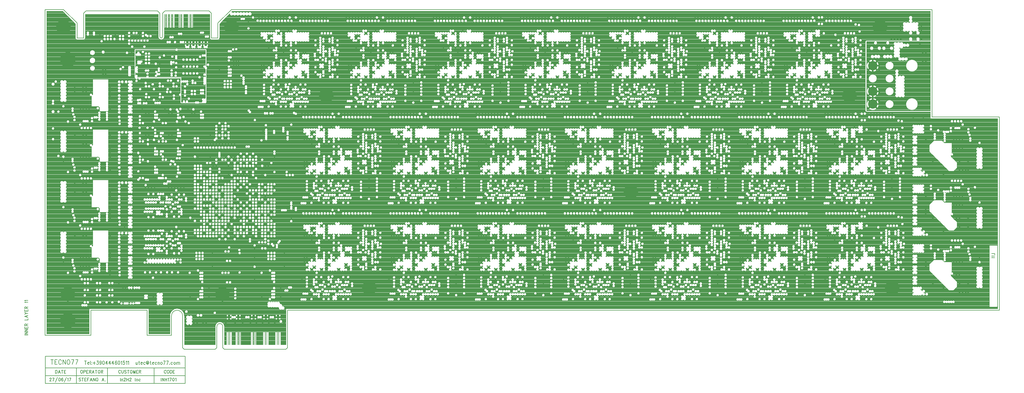
<source format=gbr>
%FSLAX35Y35*%
%MOIN*%
%SFA1.000B1.000*%

G04 Copyright (c) 2015-2018 in2H2 inc.
G04 System developed for in2H2 inc. by Intermotion Technology, Inc.
G04 
G04 Full system RTL, C sources and board design files available at https://github.com/nearist
G04 
G04 in2H2 inc. Team Members:
G04 - Chris McCormick - Algorithm Research and Design
G04 - Matt McCormick - Board Production, System Q/A
G04 
G04 Intermotion Technology Inc. Team Members:
G04 - Mick Fandrich - Project Lead
G04 - Dr. Ludovico Minati - Board Architecture and Design, FPGA Technology Advisor
G04 - Vardan Movsisyan - RTL Team Lead
G04 - Khachatur Gyozalyan - RTL Design
G04 - Tigran Papazyan - RTL Design
G04 - Taron Harutyunyan - RTL Design
G04 - Hayk Ghaltaghchyan - System Software
G04 
G04 Tecno77 S.r.l. Team Members:
G04 - Stefano Aldrigo, Board Layout Design
G04 
G04 We dedicate this project to the memory of Bruce McCormick, an AI pioneer
G04 and advocate, a good friend and father.
G04 
G04 These materials are provided free of charge: you can redistribute them and/or modify  
G04 them under the terms of the GNU General Public License as published by  
G04 the Free Software Foundation, version 3.
G04 
G04 These materials are distributed in the hope that they will be useful, but 
G04 WITHOUT ANY WARRANTY; without even the implied warranty of 
G04 MERCHANTABILITY or FITNESS FOR A PARTICULAR PURPOSE. See the GNU 
G04 General Public License for more details.
G04 In particular, this design should be treated as UNVERIFIED and UNCERTIFIED
G04 
G04 You should have received a copy of the GNU General Public License 
G04 along with this design. If not, see <http://www.gnu.org/licenses/>.

%FSLAX35Y35*%
%MOIN*%
%SFA1.000B1.000*%

%MIA0B0*%
%IPPOS*%
%ADD11C,0.00800*%
%ADD18C,0.20000*%
%ADD21C,0.12000*%
%ADD65C,0.00591*%
%ADD66C,0.02362*%
%ADD77C,0.00700*%
%ADD78C,0.18701*%
%ADD80C,0.01772*%
%ADD81C,0.00394*%
%ADD82C,0.02000*%
%LNlayer11.gbr*%
%LPD*%
G54D18*X129528Y136811D03*Y473011D03*G54D21*X1165354Y465354D03*Y432283D03*Y415748D03*G54D66*X307283Y133465D03*Y137402D03*X291732D03*X295669D03*X303346D03*X295669Y133465D03*X303346D03*X291732D03*X354528Y135827D03*Y133071D03*X344685Y135827D03*Y133071D03*X332874Y135827D03*Y133071D03*X395866Y135827D03*Y133071D03*X387992Y135827D03*Y133071D03*X380118Y135827D03*Y133071D03*X372244Y135827D03*Y133071D03*X364370Y135827D03*Y133071D03*X407677Y135827D03*Y133071D03*X1277165Y180709D03*Y176772D03*Y172835D03*Y184646D03*Y188583D03*X1267323Y170374D03*X1242717Y184646D03*Y188583D03*X1256496Y178740D03*Y170866D03*Y174803D03*X1287992Y172835D03*X1281102Y176772D03*Y172835D03*X1285039D03*Y176772D03*X1287992D03*Y180709D03*Y184646D03*Y188583D03*X183661Y196457D03*Y204331D03*Y200394D03*Y218110D03*Y210236D03*Y214173D03*Y224016D03*Y227953D03*X1233858Y220079D03*Y212205D03*Y216142D03*Y202362D03*Y198425D03*Y206299D03*X1277165Y196457D03*X1273228D03*Y192520D03*X1277165D03*X1242717D03*X1287992D03*X149213Y233858D03*Y237795D03*X153150Y245669D03*X149213D03*X153150Y249606D03*X149213D03*X138386D03*X153150Y233858D03*Y237795D03*Y241732D03*X149213D03*X159055Y235827D03*X138386Y245669D03*Y241732D03*Y237795D03*X183661Y245669D03*Y241732D03*Y269291D03*Y261417D03*Y265354D03*Y231890D03*Y237795D03*X1277165Y257480D03*Y261417D03*Y249606D03*Y253543D03*X1273228Y269291D03*X1277165D03*Y265354D03*X1267323Y247146D03*X1242717Y265354D03*Y269291D03*Y261417D03*X1256496Y251575D03*Y247638D03*Y255512D03*X1287992Y261417D03*X1285039Y253543D03*X1281102D03*Y249606D03*X1285039D03*X1287992D03*Y253543D03*Y257480D03*Y265354D03*Y269291D03*X153150Y302756D03*Y306693D03*X149213D03*Y302756D03*X153150Y298819D03*X149213D03*X159055Y300787D03*X138386Y306693D03*Y302756D03*X183661Y283071D03*Y279134D03*Y275197D03*Y296850D03*Y288976D03*Y292913D03*Y302756D03*Y306693D03*X1233858Y292913D03*Y288976D03*Y296850D03*Y283071D03*Y275197D03*Y279134D03*X1277165Y273228D03*X1273228D03*X153150Y314567D03*Y310630D03*X149213Y314567D03*Y310630D03*X138386Y314567D03*Y310630D03*X183661Y334252D03*Y326378D03*Y310630D03*Y330315D03*Y348031D03*Y340157D03*Y344094D03*X1277165Y330315D03*Y326378D03*Y334252D03*Y338189D03*Y350000D03*X1273228D03*Y346063D03*X1277165D03*Y342126D03*X1267323Y323917D03*X1242717Y346063D03*Y342126D03*Y338189D03*X1256496Y328346D03*Y324409D03*Y332283D03*X1285039Y330315D03*X1281102D03*Y326378D03*X1285039D03*X1287992D03*Y330315D03*Y334252D03*Y338189D03*Y342126D03*Y346063D03*X153150Y379528D03*X149213D03*Y375591D03*X153150D03*X149213Y363780D03*X153150Y371654D03*X138386Y375591D03*Y379528D03*X153150Y363780D03*Y367717D03*X149213D03*Y371654D03*X159055Y366240D03*X138386Y371654D03*Y367717D03*X183661Y353937D03*Y361811D03*Y375591D03*Y371654D03*Y357874D03*Y367717D03*X1233858Y373622D03*Y365748D03*Y369685D03*Y359843D03*Y351969D03*Y355906D03*X153150Y428740D03*X149213D03*X183661Y391339D03*Y399213D03*Y395276D03*Y412992D03*Y405118D03*Y409055D03*Y426772D03*Y418898D03*Y422835D03*X1173819Y427756D03*X1161024Y423819D03*X1169882D03*X1173819D03*Y419882D03*Y415945D03*Y412008D03*X138386Y444488D03*X149213Y436614D03*X153150D03*Y432677D03*X149213D03*Y444488D03*X153150D03*Y440551D03*X149213D03*X159055Y430709D03*X138386Y440551D03*Y436614D03*Y432677D03*X178248Y460728D03*X174803D03*X178248Y453839D03*X174803D03*Y457283D03*X178248D03*X183661Y440551D03*Y432677D03*Y436614D03*X1173819Y431693D03*Y435630D03*Y460236D03*Y464173D03*Y469094D03*X1233858Y466142D03*Y462205D03*X1229921D03*Y466142D03*X1193504Y499606D03*X1197441Y503543D03*X1193504D03*Y507480D03*X1189567D03*Y503543D03*Y499606D03*X1197441D03*Y507480D03*X1227953Y503543D03*Y499606D03*X1233858Y489764D03*Y481890D03*Y477953D03*Y485827D03*Y474016D03*X1225984Y489764D03*X1229921D03*Y481890D03*Y477953D03*X1225984Y474016D03*X1229921Y485827D03*X1225984Y493701D03*X1229921Y474016D03*X1227953Y507480D03*X1233858Y470079D03*X1201378Y507480D03*Y503543D03*Y499606D03*X1229921Y470079D03*X1189567Y526181D03*X1193504D03*X1197441D03*X1227953Y511417D03*Y515354D03*X1233858Y526181D03*X1227953Y519291D03*X1229921Y526181D03*Y530118D03*X1233858D03*X1237795D03*Y526181D03*X1201378Y519291D03*Y511417D03*Y515354D03*G54D78*X123622D03*X340157D03*X1174803D03*X462205Y426772D03*X1135433D03*X853937Y302756D03*X517323Y178740D03*X1190551D03*X129528Y170866D03*X328346D03*G54D80*X155118Y169390D03*X200394Y178740D03*Y165945D03*Y168898D03*Y175787D03*X194980Y168898D03*Y184646D03*X239272Y162992D03*Y166929D03*X224016Y165945D03*X221063Y174409D03*Y168898D03*X224016D03*Y174409D03*X203346Y178740D03*Y165945D03*Y168898D03*Y175787D03*X311024Y166929D03*Y170866D03*Y174803D03*Y178740D03*Y182677D03*X295866Y185630D03*X289961D03*X292913D03*X295866Y179724D03*X289961D03*X292913D03*Y182677D03*X295866D03*X289961D03*X315551Y188583D03*X283071Y182677D03*X286614Y166929D03*X327165Y188583D03*X342126Y186220D03*X388386Y179724D03*X382480D03*X385433D03*X388386Y185630D03*X382480D03*X385433D03*Y182677D03*X388386D03*X382480D03*X375591D03*X379134Y166929D03*X369685Y186614D03*X403543Y166929D03*Y170866D03*Y174803D03*Y178740D03*Y182677D03*X408071Y188583D03*X430709Y182677D03*Y186614D03*X455512Y189764D03*Y164567D03*Y170866D03*X477559Y167717D03*X471260Y186614D03*Y170866D03*X447638Y174803D03*X464961Y186614D03*X461811Y164567D03*X446063D03*X490157Y167717D03*X483858D03*X490157Y189764D03*X483858D03*X542913Y182677D03*Y186614D03*X559843Y174803D03*X558268Y164567D03*X574016D03*X567717Y170866D03*X596063Y189764D03*X567717D03*X577165Y186614D03*X567717Y164567D03*X596063Y167717D03*X589764D03*X583465Y186614D03*Y170866D03*X639370Y175984D03*X618898D03*X629134Y179921D03*Y183858D03*Y187795D03*X602362Y189764D03*Y167717D03*X679921Y170866D03*X655118Y182677D03*Y186614D03*X679921Y164567D03*X670472D03*X679921Y189764D03*X672047Y174803D03*X686220Y164567D03*X708268Y167717D03*X714567Y189764D03*Y167717D03*X708268Y189764D03*X701969Y167717D03*X695669Y186614D03*Y170866D03*X689370Y186614D03*X751575Y175984D03*X731102D03*X741339Y179921D03*Y183858D03*Y187795D03*X798425Y164567D03*X792126Y170866D03*X767323Y182677D03*Y186614D03*X792126Y164567D03*X782677D03*X792126Y189764D03*X784252Y174803D03*X820472Y167717D03*X826772Y189764D03*Y167717D03*X820472Y189764D03*X814173Y167717D03*X807874Y186614D03*Y170866D03*X801575Y186614D03*X863780Y175984D03*X843307D03*X853543Y179921D03*Y183858D03*Y187795D03*X879528Y182677D03*Y186614D03*X910630Y164567D03*X904331Y170866D03*Y164567D03*X894882D03*X904331Y189764D03*X920079Y186614D03*Y170866D03*X913780Y186614D03*X896457Y174803D03*X955512Y175984D03*X932677Y167717D03*X938976Y189764D03*Y167717D03*X932677Y189764D03*X926378Y167717D03*X991732Y182677D03*Y186614D03*X975984Y175984D03*X965748Y179921D03*Y183858D03*Y187795D03*X1022835Y164567D03*X1016535Y170866D03*Y164567D03*X1007087D03*X1016535Y189764D03*X1038583Y167717D03*X1032283Y186614D03*Y170866D03*X1025984Y186614D03*X1008661Y174803D03*X1067717Y175984D03*X1077953Y179921D03*Y183858D03*Y187795D03*X1044882Y167717D03*X1051181Y189764D03*Y167717D03*X1044882Y189764D03*X1088189Y175984D03*X1103937Y182677D03*Y186614D03*X1119291Y164567D03*X1128740Y189764D03*X1135039Y164567D03*X1128740Y170866D03*Y164567D03*X1150787Y167717D03*X1144488Y186614D03*Y170866D03*X1120866Y174803D03*X1138189Y186614D03*X1157087Y167717D03*Y189764D03*X1163386D03*Y167717D03*X145768Y225000D03*X149213D03*X153150Y218110D03*X156594Y210728D03*Y207283D03*X153150D03*X149213D03*X145768D03*Y214173D03*X149213D03*Y210728D03*X145768D03*X153150D03*Y214173D03*X156594D03*Y218110D03*Y225000D03*Y221555D03*X153150D03*X145768Y218110D03*X149213D03*Y221555D03*X145768D03*X153150Y225000D03*X123622Y212205D03*X233858Y192126D03*X228346Y226772D03*X236220Y222835D03*X202362Y192520D03*X248031Y192126D03*X262205D03*X276378D03*X275591Y223622D03*X266142Y226772D03*X259843Y223622D03*X250394Y229921D03*X252362Y221260D03*X248425Y219291D03*X256693Y229921D03*X242520Y222835D03*X315551Y224016D03*Y220079D03*Y216142D03*Y210236D03*Y192520D03*Y196457D03*Y202362D03*Y206299D03*X337008Y205906D03*X330315Y213780D03*X342126D03*X369685Y214173D03*Y218110D03*Y225984D03*Y222047D03*Y229921D03*X375591Y222047D03*X369685Y190551D03*X379528Y222047D03*X369685Y194488D03*Y198425D03*Y202362D03*X408071Y224016D03*Y220079D03*Y192520D03*Y196457D03*Y202362D03*X437008Y211811D03*Y205512D03*X430709Y190551D03*X433858Y205512D03*Y211811D03*Y214961D03*Y218110D03*X437008D03*X408071Y216142D03*Y206299D03*Y210236D03*X433858Y221260D03*X437008D03*X446063Y192913D03*X461811D03*X443307Y221260D03*Y218110D03*X455906Y221260D03*X452756D03*Y224409D03*X459055Y227559D03*X465354Y221260D03*Y208661D03*X474803Y227559D03*Y224409D03*X446457Y205512D03*X465354Y218110D03*X471654Y214961D03*X474803Y218110D03*X477559Y192913D03*X465354Y227559D03*X503150Y205906D03*X506299Y215354D03*X503150Y221654D03*X506299Y227953D03*X487402Y205512D03*X509449Y224803D03*X490551Y224409D03*X542913Y190551D03*X558268Y192913D03*X555512Y221260D03*X549213Y211811D03*Y205512D03*X546063D03*Y211811D03*Y214961D03*Y218110D03*X555512D03*X549213D03*X531496Y221654D03*X525197Y215354D03*X531496D03*Y205906D03*X546063Y221260D03*X549213D03*X558661Y205512D03*X522047Y205906D03*X568110Y221260D03*X564961D03*Y224409D03*X589764Y192913D03*X587008Y227559D03*X571260D03*X574016Y192913D03*X577559Y221260D03*Y208661D03*X587008Y224409D03*X577559Y218110D03*Y227559D03*X583858Y214961D03*X587008Y218110D03*X599606Y205512D03*X637402Y215354D03*X615354Y205906D03*X618504Y215354D03*X615354Y221654D03*X629134Y191732D03*Y195669D03*X618504Y227953D03*X621654Y224803D03*X634252Y205906D03*X602756Y224409D03*X680315Y221260D03*X677165D03*Y224409D03*X655118Y190551D03*X670472Y192913D03*X667717Y221260D03*X643701Y221654D03*Y215354D03*X661417Y211811D03*Y205512D03*X658268D03*Y211811D03*Y214961D03*Y218110D03*X667717D03*X661417D03*X643701Y205906D03*X658268Y221260D03*X661417D03*X670866Y205512D03*X699213Y227559D03*X683465D03*X701969Y192913D03*X686220D03*X689764Y221260D03*Y208661D03*X699213Y224409D03*X689764Y218110D03*Y227559D03*X696063Y214961D03*X699213Y218110D03*X711811Y205512D03*X714961Y224409D03*X755906Y221654D03*X749606Y215354D03*X727559Y205906D03*X730709Y215354D03*X727559Y221654D03*X755906Y215354D03*X741339Y191732D03*Y195669D03*X730709Y227953D03*X733858Y224803D03*X755906Y205906D03*X746457D03*X792520Y221260D03*X789370D03*Y224409D03*X767323Y190551D03*X782677Y192913D03*X779921Y221260D03*X795669Y227559D03*X798425Y192913D03*X773622Y211811D03*Y205512D03*X770472D03*Y211811D03*Y214961D03*Y218110D03*X779921D03*X773622D03*X770472Y221260D03*X773622D03*X783071Y205512D03*X839764Y205906D03*X811417Y227559D03*X839764Y221654D03*X814173Y192913D03*X801969Y221260D03*Y208661D03*X811417Y224409D03*X801969Y218110D03*Y227559D03*X808268Y214961D03*X811417Y218110D03*X824016Y205512D03*X827165Y224409D03*X879528Y190551D03*X868110Y221654D03*X861811Y215354D03*X842913D03*X868110D03*X853543Y191732D03*Y195669D03*X842913Y227953D03*X846063Y224803D03*X868110Y205906D03*X858661D03*X904724Y221260D03*X901575D03*Y224409D03*X894882Y192913D03*X892126Y221260D03*X907874Y227559D03*X910630Y192913D03*X885827Y211811D03*Y205512D03*X882677D03*Y211811D03*Y214961D03*Y218110D03*X892126D03*X885827D03*X914173Y221260D03*Y208661D03*X882677Y221260D03*X885827D03*X895276Y205512D03*X914173Y218110D03*Y227559D03*X920472Y214961D03*X951969Y205906D03*X955118Y215354D03*X923622Y227559D03*X951969Y221654D03*X926378Y192913D03*X923622Y224409D03*X955118Y227953D03*X958268Y224803D03*X923622Y218110D03*X936220Y205512D03*X939370Y224409D03*X991732Y190551D03*X980315Y221654D03*X974016Y215354D03*X980315D03*X965748Y191732D03*Y195669D03*X998031Y211811D03*Y205512D03*X994882D03*Y211811D03*Y214961D03*Y218110D03*X998031D03*X980315Y205906D03*X970866D03*X994882Y221260D03*X998031D03*X1016929D03*X1013780D03*Y224409D03*X1007087Y192913D03*X1004331Y221260D03*X1035827Y227559D03*X1020079D03*X1038583Y192913D03*X1022835D03*X1004331Y218110D03*X1026378Y221260D03*Y208661D03*X1035827Y224409D03*X1007480Y205512D03*X1026378Y218110D03*Y227559D03*X1032677Y214961D03*X1035827Y218110D03*X1064173Y205906D03*X1067323Y215354D03*X1064173Y221654D03*X1077953Y191732D03*Y195669D03*X1067323Y227953D03*X1070472Y224803D03*X1048425Y205512D03*X1051575Y224409D03*X1092520Y221654D03*X1086220Y215354D03*X1092520D03*X1119291Y192913D03*X1110236Y211811D03*Y205512D03*X1103937Y190551D03*X1107087Y205512D03*Y211811D03*Y214961D03*Y218110D03*X1116535Y221260D03*Y218110D03*X1110236D03*X1092520Y205906D03*X1083071D03*X1107087Y221260D03*X1110236D03*X1119685Y205512D03*X1150787Y192913D03*X1135039D03*X1129134Y221260D03*X1125984D03*Y224409D03*X1132283Y227559D03*X1138583Y221260D03*X1148031Y227559D03*Y224409D03*X1138583Y218110D03*X1144882Y214961D03*X1148031Y218110D03*X1160630Y205512D03*X1138583Y208661D03*Y227559D03*X1176378Y205906D03*X1179528Y215354D03*X1176378Y221654D03*X1198425Y215354D03*X1179528Y227953D03*X1195276Y205906D03*X1182677Y224803D03*X1163780Y224409D03*X1204724Y221654D03*Y215354D03*Y205906D03*X1280610Y212205D03*X1277165Y216142D03*X1280610D03*Y219587D03*X1277165D03*X1280610Y205315D03*X1277165D03*X1269783Y223031D03*X1273228D03*X1280610D03*X1277165D03*X1273228Y219587D03*X1269783D03*Y216142D03*X1273228D03*Y212205D03*X1269783D03*Y205315D03*Y208760D03*X1273228D03*X1277165Y212205D03*Y208760D03*X1280610D03*X1273228Y205315D03*X1302756Y218110D03*X229134Y261417D03*X233071D03*X237008D03*X229921Y252756D03*X236220D03*X202362Y257480D03*X266142Y251969D03*X275591Y242520D03*X242520Y252756D03*X250394Y245669D03*X259843Y251969D03*X266142Y245669D03*X275591Y251969D03*X244882Y261417D03*X262992D03*X278740D03*X274803D03*X259055D03*X240945D03*X270866D03*X266929D03*X300787D03*X304724Y249606D03*X312598Y265354D03*X316535Y253543D03*X312598Y257480D03*X292913Y245669D03*X304724Y241732D03*X316535D03*X308661Y261417D03*X320472Y241732D03*X351969Y269291D03*X332283Y245669D03*X344094D03*X348031Y253543D03*X328346Y257480D03*X337008Y233858D03*X324409Y269291D03*X359843D03*X351969Y261417D03*X359843D03*X355906Y253543D03*X351969Y245669D03*X359843D03*X336220Y249606D03*X332283Y253543D03*X336220Y241732D03*X344094Y265354D03*X340157Y269291D03*X336220Y257480D03*X348031Y269291D03*X340157Y265354D03*X336220Y261417D03*X363780Y265354D03*X395276D03*X375591Y245669D03*X383465Y233858D03*X379528D03*X371654Y269291D03*X383465Y261417D03*X387402Y249606D03*X363780Y253543D03*X367717Y245669D03*X375591Y249606D03*Y241732D03*Y253543D03*Y233858D03*X367717Y261417D03*X363780D03*X371654Y257480D03*X391339Y241732D03*Y269291D03*X430709Y230709D03*X433858Y249606D03*X437008Y243307D03*Y230709D03*Y249606D03*X440157Y230709D03*Y246457D03*X416929Y269291D03*X433858Y246457D03*X437008D03*X433858Y230709D03*X440157Y243307D03*X443307Y237008D03*Y240157D03*X446457Y255906D03*X443307Y246457D03*Y243307D03*X449606Y230709D03*X452756Y243307D03*Y246457D03*X459055Y240157D03*Y237008D03*X465354Y240157D03*Y237008D03*X462205Y233858D03*X459055Y230709D03*X465354D03*Y246457D03*X474803Y237008D03*Y230709D03*X477953Y243307D03*X474803D03*X455906Y246457D03*X468504D03*Y262205D03*X474803Y246457D03*X455906Y259055D03*X443307Y230709D03*X446457D03*X506299Y250000D03*X517323Y265354D03*X513386D03*X493701Y243307D03*X490551D03*Y233858D03*X503150Y237402D03*X487402Y233858D03*Y243307D03*X506299Y243701D03*X558661Y255906D03*X555512Y246457D03*Y243307D03*Y230709D03*X549213D03*X558661D03*X552362D03*X555512Y237008D03*Y240157D03*X552362Y243307D03*Y246457D03*X549213Y243307D03*X542913Y230709D03*X546063Y249606D03*X549213D03*Y246457D03*X528346Y250000D03*Y243701D03*X521260Y265354D03*X546063Y230709D03*Y246457D03*X532283Y238976D03*X525197Y231102D03*X561811Y230709D03*X587008Y237008D03*Y230709D03*X577559D03*X571260D03*X574409Y233858D03*X577559Y237008D03*Y240157D03*X571260Y237008D03*X590157Y243307D03*X564961D03*Y246457D03*X577559D03*X587008Y243307D03*X599606Y233858D03*X568110Y246457D03*X571260Y240157D03*X580709Y246457D03*Y262205D03*X587008Y246457D03*X599606Y243307D03*X568110Y259055D03*X633465Y265354D03*X629528D03*X625591D03*X640551Y250000D03*Y243701D03*X615354Y237402D03*X602756Y233858D03*X618504Y250000D03*Y243701D03*X637402Y231102D03*X605906Y243307D03*X670866Y255906D03*X667717Y246457D03*Y243307D03*Y230709D03*X674016D03*X661417D03*X670866D03*X664567D03*X667717Y237008D03*Y240157D03*X664567Y243307D03*Y246457D03*X661417Y243307D03*X655118Y230709D03*X658268Y249606D03*X661417D03*Y246457D03*X677165Y243307D03*Y246457D03*X644488Y238976D03*X658268Y230709D03*Y246457D03*X680315D03*Y259055D03*X699213Y237008D03*Y230709D03*X689764D03*X683465D03*X686614Y233858D03*X689764Y237008D03*Y240157D03*X683465Y237008D03*X702362Y243307D03*X689764Y246457D03*X699213Y243307D03*X714961Y233858D03*X711811D03*X683465Y240157D03*X692913Y246457D03*Y262205D03*X699213Y246457D03*X711811Y243307D03*X714961D03*X745669Y265354D03*X741732D03*X737795D03*X752756Y250000D03*Y243701D03*X727559Y237402D03*X730709Y250000D03*Y243701D03*X756693Y238976D03*X749606Y231102D03*X783071Y255906D03*X779921Y246457D03*Y243307D03*Y230709D03*X786220D03*X773622D03*X783071D03*X776772D03*X779921Y237008D03*Y240157D03*X776772Y243307D03*Y246457D03*X773622Y243307D03*X795669Y230709D03*X798819Y233858D03*X795669Y237008D03*X767323Y230709D03*X770472Y249606D03*X773622D03*Y246457D03*X789370Y243307D03*Y246457D03*X770472Y230709D03*Y246457D03*X792520D03*X795669Y240157D03*X792520Y259055D03*X811417Y237008D03*Y230709D03*X801969D03*Y237008D03*Y240157D03*X814567Y243307D03*X839764Y237402D03*X801969Y246457D03*X811417Y243307D03*X827165Y233858D03*X824016D03*X805118Y246457D03*Y262205D03*X811417Y246457D03*X824016Y243307D03*X830315D03*X857874Y265354D03*X853937D03*X850000D03*X864961Y250000D03*Y243701D03*X879528Y230709D03*X842913Y250000D03*Y243701D03*X868898Y238976D03*X861811Y231102D03*X895276Y255906D03*X892126Y246457D03*Y243307D03*Y230709D03*X898425D03*X885827D03*X895276D03*X888976D03*X892126Y237008D03*Y240157D03*X888976Y243307D03*Y246457D03*X885827Y243307D03*X914173Y230709D03*X907874D03*X911024Y233858D03*X914173Y237008D03*Y240157D03*X907874Y237008D03*X882677Y249606D03*X885827D03*Y246457D03*X901575Y243307D03*Y246457D03*X914173D03*X882677Y230709D03*Y246457D03*X904724D03*X907874Y240157D03*X917323Y246457D03*Y262205D03*X904724Y259055D03*X923622Y237008D03*Y230709D03*X926772Y243307D03*X951969Y237402D03*X923622Y243307D03*X939370Y233858D03*X936220D03*X955118Y250000D03*Y243701D03*X923622Y246457D03*X936220Y243307D03*X939370D03*X970079Y265354D03*X966142D03*X962205D03*X977165Y250000D03*X998031Y243307D03*Y230709D03*X977165Y243701D03*X991732Y230709D03*X994882Y249606D03*X998031D03*Y246457D03*X981102Y238976D03*X974016Y231102D03*X994882Y230709D03*Y246457D03*X1007480Y255906D03*X1004331Y246457D03*Y243307D03*Y237008D03*Y240157D03*X1001181Y243307D03*Y246457D03*X1004331Y230709D03*X1010630D03*X1007480D03*X1001181D03*X1035827Y237008D03*Y230709D03*X1026378D03*X1020079D03*X1023228Y233858D03*X1026378Y237008D03*Y240157D03*X1020079Y237008D03*X1038976Y243307D03*X1013780D03*Y246457D03*X1026378D03*X1035827Y243307D03*X1016929Y246457D03*X1020079Y240157D03*X1029528Y246457D03*Y262205D03*X1035827Y246457D03*X1016929Y259055D03*X1078346Y265354D03*X1074409D03*X1064173Y237402D03*X1051575Y233858D03*X1048425D03*X1067323Y250000D03*Y243701D03*X1048425Y243307D03*X1054724D03*X1082283Y265354D03*X1089370Y250000D03*Y243701D03*X1103937Y230709D03*X1107087Y249606D03*X1110236D03*X1116535Y237008D03*X1119685Y255906D03*X1116535Y246457D03*Y243307D03*Y240157D03*X1113386Y243307D03*Y246457D03*X1110236Y243307D03*Y246457D03*Y230709D03*X1119685D03*X1116535D03*X1113386D03*X1093307Y238976D03*X1086220Y231102D03*X1107087Y246457D03*Y230709D03*X1122835D03*X1125984Y243307D03*Y246457D03*X1138583Y230709D03*X1132283D03*X1135433Y233858D03*X1138583Y237008D03*Y240157D03*X1132283Y237008D03*X1138583Y246457D03*X1148031Y237008D03*Y230709D03*X1151181Y243307D03*X1157480Y252756D03*X1148031Y243307D03*X1160630D03*X1129134Y246457D03*X1141732D03*Y262205D03*X1148031Y252756D03*Y246457D03*X1129134Y259055D03*X1160630Y233858D03*X1132283Y240157D03*X1179528Y250000D03*X1194488Y265354D03*X1190551D03*X1186614D03*X1198425Y231102D03*X1163780Y243307D03*Y233858D03*X1176378Y237402D03*X1179528Y243701D03*X1201575Y250000D03*Y243701D03*X1233858Y235827D03*X1205512Y238976D03*X149213Y272244D03*X145768D03*Y275689D03*X149213Y279134D03*X145768D03*Y289961D03*X153150Y272244D03*X156594D03*X153150Y286516D03*X156594Y289961D03*Y286516D03*Y283071D03*Y279134D03*Y275689D03*X153150D03*Y279134D03*Y283071D03*X149213Y289961D03*Y275689D03*Y283071D03*Y286516D03*X145768Y283071D03*Y286516D03*X153150Y289961D03*X123622Y277165D03*X228346Y274016D03*X229921Y300000D03*X236220Y270079D03*Y300000D03*X229134Y308661D03*X233071D03*X237008D03*X242520Y270079D03*X275591Y270866D03*X266142Y274016D03*X259843Y270866D03*X266142Y299213D03*X275591Y289764D03*X242520Y300000D03*X250394Y277165D03*Y296063D03*X259843Y299213D03*X266142Y292913D03*X275591Y299213D03*X262992Y308661D03*X278740D03*X266929D03*X259055D03*X240945D03*X270866D03*X274803D03*X256693Y277165D03*X304724Y288976D03*Y296850D03*X320472Y281102D03*Y292913D03*X296850Y273228D03*X312598Y308661D03*X300787Y304724D03*X292913Y285039D03*X308661Y277165D03*X312598Y296850D03*X355906Y304724D03*Y300787D03*X340157Y281102D03*X355906D03*X351969Y277165D03*X324409Y304724D03*X328346Y273228D03*X332283Y285039D03*X359843Y304724D03*X348031Y300787D03*X344094D03*X348031Y288976D03*X344094Y292913D03*X359843D03*X328346Y300787D03*Y296850D03*X355906Y292913D03*X351969Y300787D03*X348031Y281102D03*X359843Y285039D03*X351969D03*X355906Y288976D03*X351969Y292913D03*Y304724D03*X355906Y308661D03*X348031D03*X383465Y296850D03*Y304724D03*X363780Y300787D03*X371654D03*X375591Y285039D03*X363780Y288976D03*Y281102D03*X379528Y273228D03*X387402Y288976D03*X391339Y277165D03*X395276Y308661D03*X363780D03*X371654Y296850D03*Y308661D03*X430709Y279331D03*X434646D03*X438583D03*X430709Y306693D03*X416929Y277165D03*X414961Y300394D03*X442520Y279331D03*X446457D03*X450394D03*X454331D03*X458268D03*X462205D03*X466142D03*X461811Y288583D03*X455512Y294882D03*Y288583D03*X446063D03*X474016Y279331D03*X477559Y291732D03*X471260Y294882D03*X447638Y298819D03*X506693Y300000D03*X516929Y303937D03*Y307874D03*X481890Y279331D03*X517323D03*X513386D03*X509449D03*X505512D03*X501575D03*X497638D03*X493701D03*X489764D03*X490157Y291732D03*X485827Y279331D03*X483858Y291732D03*X542913Y306693D03*Y279331D03*X546850D03*X550787D03*X554724D03*X558661D03*X559843Y298819D03*X558268Y288583D03*X527165Y300000D03*X574016Y288583D03*X567717Y294882D03*X596063Y291732D03*X567717Y288583D03*X598031Y279331D03*X594094D03*X562598D03*X566535D03*X570472D03*X574409D03*X578346D03*X589764Y291732D03*X583465Y294882D03*X586220Y279331D03*X639370Y300000D03*X618898D03*X629134Y303937D03*Y307874D03*X629528Y279331D03*X625591D03*X621654D03*X617717D03*X613780D03*X609843D03*X605906D03*X601969D03*X602362Y291732D03*X679921Y294882D03*X655118Y306693D03*X679921Y288583D03*X655118Y279331D03*X659055D03*X662992D03*X666929D03*X670866D03*X674803D03*X678740D03*X672047Y298819D03*X670472Y288583D03*X686220D03*X708268Y291732D03*X718110Y279331D03*X714173D03*X710236D03*X706299D03*X682677D03*X686614D03*X690551D03*X714567Y291732D03*X701969D03*X695669Y294882D03*X698425Y279331D03*X751575Y300000D03*X731102D03*X741339Y303937D03*Y307874D03*X741732Y279331D03*X737795D03*X733858D03*X729921D03*X725984D03*X722047D03*X798425Y288583D03*X792126Y294882D03*X767323Y306693D03*X792126Y288583D03*X767323Y279331D03*X771260D03*X775197D03*X779134D03*X783071D03*X787008D03*X790945D03*X794882D03*X798819D03*X784252Y298819D03*X782677Y288583D03*X820472Y291732D03*X802756Y279331D03*X818504D03*X822441D03*X826378D03*X830315D03*X834252D03*X838189D03*X826772Y291732D03*X814173D03*X807874Y294882D03*X810630Y279331D03*X879528Y306693D03*Y279331D03*X842126D03*X846063D03*X850000D03*X853937D03*X910630Y288583D03*X904331Y294882D03*Y288583D03*X883465Y279331D03*X887402D03*X891339D03*X895276D03*X899213D03*X903150D03*X907087D03*X911024D03*X914961D03*X920079Y294882D03*X896457Y298819D03*X894882Y288583D03*X955512Y300000D03*X932677Y291732D03*X958268Y279331D03*X954331D03*X950394D03*X946457D03*X942520D03*X938583D03*X934646D03*X930709D03*X938976Y291732D03*X926378D03*X922835Y279331D03*X975984Y300000D03*X965748Y303937D03*Y307874D03*X991732Y306693D03*Y279331D03*X995669D03*X999606D03*X966142D03*X962205D03*X1022835Y288583D03*X1016535Y294882D03*Y288583D03*X1003543Y279331D03*X1007480D03*X1011417D03*X1015354D03*X1019291D03*X1023228D03*X1027165D03*X1038583Y291732D03*X1032283Y294882D03*X1008661Y298819D03*X1007087Y288583D03*X1035039Y279331D03*X1067717Y300000D03*X1077953Y303937D03*Y307874D03*X1044882Y291732D03*X1078346Y279331D03*X1074409D03*X1070472D03*X1066535D03*X1062598D03*X1058661D03*X1054724D03*X1050787D03*X1046850D03*X1042913D03*X1051181Y291732D03*X1088189Y300000D03*X1103937Y279331D03*X1107874D03*X1111811D03*X1115748D03*X1119685D03*X1119291Y288583D03*X1103937Y306693D03*X1123622Y279331D03*X1127559D03*X1131496D03*X1135433D03*X1139370D03*X1135039Y288583D03*X1128740Y294882D03*Y288583D03*X1147244Y279331D03*X1159055D03*X1150787Y291732D03*X1144488Y294882D03*X1120866Y298819D03*X1157087Y291732D03*X1200394Y300000D03*X1179921D03*X1190157Y303937D03*Y307874D03*X1190551Y279331D03*X1186614D03*X1182677D03*X1178740D03*X1174803D03*X1170866D03*X1166929D03*X1162992D03*X1163386Y291732D03*X1280610Y292913D03*Y296358D03*Y299803D03*Y288976D03*X1277165Y292913D03*X1273228Y285531D03*X1269783Y282087D03*Y285531D03*X1273228Y296358D03*Y292913D03*Y288976D03*X1269783D03*Y292913D03*Y296358D03*Y299803D03*X1273228D03*X1277165D03*Y296358D03*Y288976D03*Y285531D03*X1273228Y282087D03*X1277165D03*X1280610D03*Y285531D03*X1302756Y294882D03*X145768Y337205D03*X156594Y340650D03*Y337205D03*X153150D03*X149213D03*Y340650D03*X156594Y344094D03*Y348031D03*X145768Y340650D03*Y348031D03*Y344094D03*X149213D03*X153150Y340650D03*Y344094D03*Y348031D03*X149213D03*X123622Y342126D03*X225000Y338189D03*X229921Y332283D03*X233858D03*X229921Y328346D03*X233858D03*X239272Y322933D03*Y346555D03*X202362Y322441D03*X254528Y338189D03*X263386Y332283D03*X259449D03*X273720Y331299D03*X259449Y328346D03*X263386D03*X308661Y320472D03*X296850Y316535D03*X292913Y328346D03*X316535Y340157D03*X300787Y344094D03*X312598Y348031D03*X304724Y332283D03*X320472Y336220D03*X300787Y312598D03*X292913Y340157D03*X316535Y312598D03*X320472Y328346D03*X316535Y336220D03*X296850Y348031D03*X359843D03*X351969D03*X344094D03*X355906Y340157D03*X351969Y332283D03*X348031Y340157D03*Y316535D03*X359843Y312598D03*X340157Y328346D03*X351969Y312598D03*Y324409D03*X332283Y320472D03*X324409Y324409D03*Y344094D03*X332283Y348031D03*X340157D03*X332283Y340157D03*X336220Y336220D03*X332283Y328346D03*X355906Y324409D03*X359843D03*X324409Y312598D03*X336220Y324409D03*X340157Y332283D03*Y340157D03*X336220Y344094D03*X359843Y332283D03*X336220D03*Y320472D03*X348031Y324409D03*X336220Y316535D03*X324409D03*Y340157D03*X363780D03*Y332283D03*X375591Y320472D03*X363780Y324409D03*X379528Y316535D03*X367717Y312598D03*X375591Y344094D03*X383465D03*Y336220D03*X387402D03*X379528Y324409D03*X391339Y320472D03*X367717Y348031D03*X375591D03*X395276D03*X367717Y332283D03*X363780Y320472D03*X375591Y340157D03*X363780Y328346D03*X371654Y336220D03*Y312598D03*X375591Y328346D03*X387402Y332283D03*X375591D03*X418898Y314567D03*Y310630D03*X414961D03*Y314567D03*X437008Y335827D03*Y329528D03*X430709Y310630D03*Y314567D03*X433858Y329528D03*Y335827D03*Y338976D03*Y342126D03*X437008D03*X433858Y345276D03*X437008D03*X477559Y316929D03*X446063D03*X455512Y313780D03*X461811Y316929D03*X443307Y345276D03*Y342126D03*X455906Y345276D03*X452756D03*Y348425D03*X465354Y345276D03*Y332677D03*X474803Y348425D03*X471260Y310630D03*X446457Y329528D03*X465354Y342126D03*X471654Y338976D03*X474803Y342126D03*X464961Y310630D03*X516929Y319685D03*Y315748D03*X503150Y329921D03*X506299Y339370D03*X503150Y345669D03*X490157Y313780D03*X516929Y311811D03*X487402Y329528D03*X509449Y348819D03*X483858Y313780D03*X490551Y348425D03*X542913Y310630D03*Y314567D03*X558268Y316929D03*X555512Y345276D03*X549213Y335827D03*Y329528D03*X546063D03*Y335827D03*Y338976D03*Y342126D03*X555512D03*X549213D03*X531496Y345669D03*X525197Y339370D03*X531496D03*Y329921D03*X546063Y345276D03*X549213D03*X558661Y329528D03*X522047Y329921D03*X568110Y345276D03*X564961D03*Y348425D03*X567717Y313780D03*X589764Y316929D03*X574016D03*X577559Y345276D03*Y332677D03*X587008Y348425D03*X596063Y313780D03*X583465Y310630D03*X577165D03*X577559Y342126D03*X583858Y338976D03*X587008Y342126D03*X599606Y329528D03*X629134Y311811D03*X637402Y339370D03*X615354Y329921D03*X618504Y339370D03*X615354Y345669D03*X629134Y315748D03*Y319685D03*X621654Y348819D03*X634252Y329921D03*X602362Y313780D03*X602756Y348425D03*X680315Y345276D03*X677165D03*Y348425D03*X655118Y310630D03*Y314567D03*X670472Y316929D03*X679921Y313780D03*X667717Y345276D03*X643701Y345669D03*Y339370D03*X661417Y335827D03*Y329528D03*X658268D03*Y335827D03*Y338976D03*Y342126D03*X667717D03*X661417D03*X643701Y329921D03*X658268Y345276D03*X661417D03*X670866Y329528D03*X701969Y316929D03*X686220D03*X689764Y345276D03*Y332677D03*X699213Y348425D03*X714567Y313780D03*X708268D03*X695669Y310630D03*X689370D03*X689764Y342126D03*X696063Y338976D03*X699213Y342126D03*X711811Y329528D03*X714961Y348425D03*X741339Y311811D03*X755906Y345669D03*X749606Y339370D03*X727559Y329921D03*X730709Y339370D03*X727559Y345669D03*X755906Y339370D03*X741339Y315748D03*Y319685D03*X733858Y348819D03*X755906Y329921D03*X746457D03*X792520Y345276D03*X789370D03*Y348425D03*X767323Y310630D03*Y314567D03*X782677Y316929D03*X792126Y313780D03*X779921Y345276D03*X798425Y316929D03*X773622Y335827D03*Y329528D03*X770472D03*Y335827D03*Y338976D03*Y342126D03*X779921D03*X773622D03*X770472Y345276D03*X773622D03*X783071Y329528D03*X839764Y329921D03*Y345669D03*X814173Y316929D03*X801969Y345276D03*Y332677D03*X811417Y348425D03*X826772Y313780D03*X820472D03*X807874Y310630D03*X801575D03*X801969Y342126D03*X808268Y338976D03*X811417Y342126D03*X824016Y329528D03*X827165Y348425D03*X879528Y310630D03*Y314567D03*X868110Y345669D03*X861811Y339370D03*X842913D03*X868110D03*X846063Y348819D03*X858661Y329921D03*X868110D03*X904724Y345276D03*X901575D03*Y348425D03*X894882Y316929D03*X904331Y313780D03*X892126Y345276D03*X910630Y316929D03*X885827Y335827D03*Y329528D03*X882677D03*Y335827D03*Y338976D03*Y342126D03*X892126D03*X885827D03*X914173Y345276D03*Y332677D03*X920079Y310630D03*X913780D03*X882677Y345276D03*X885827D03*X895276Y329528D03*X914173Y342126D03*X920472Y338976D03*X951969Y329921D03*X955118Y339370D03*X951969Y345669D03*X926378Y316929D03*X923622Y348425D03*X958268Y348819D03*X938976Y313780D03*X932677D03*X923622Y342126D03*X936220Y329528D03*X939370Y348425D03*X965748Y311811D03*X991732Y310630D03*Y314567D03*X980315Y345669D03*X974016Y339370D03*X980315D03*X965748Y315748D03*Y319685D03*X998031Y335827D03*Y329528D03*X994882D03*Y335827D03*Y338976D03*Y342126D03*X998031D03*X980315Y329921D03*X970866D03*X994882Y345276D03*X998031D03*X1016929D03*X1013780D03*Y348425D03*X1007087Y316929D03*X1016535Y313780D03*X1004331Y345276D03*X1038583Y316929D03*X1022835D03*X1004331Y342126D03*X1026378Y345276D03*Y332677D03*X1035827Y348425D03*X1032283Y310630D03*X1025984D03*X1007480Y329528D03*X1026378Y342126D03*X1032677Y338976D03*X1035827Y342126D03*X1077953Y311811D03*X1064173Y329921D03*X1067323Y339370D03*X1064173Y345669D03*X1077953Y315748D03*Y319685D03*X1070472Y348819D03*X1051181Y313780D03*X1044882D03*X1048425Y329528D03*X1051575Y348425D03*X1092520Y345669D03*X1086220Y339370D03*X1092520D03*X1119291Y316929D03*X1110236Y335827D03*Y329528D03*X1103937Y310630D03*Y314567D03*X1107087Y329528D03*Y335827D03*Y338976D03*Y342126D03*X1116535Y345276D03*Y342126D03*X1110236D03*X1092520Y329921D03*X1083071D03*X1107087Y345276D03*X1110236D03*X1119685Y329528D03*X1150787Y316929D03*X1128740Y313780D03*X1135039Y316929D03*X1129134Y345276D03*X1125984D03*Y348425D03*X1138583Y345276D03*Y332677D03*X1148031Y348425D03*X1144488Y310630D03*X1138583Y342126D03*X1144882Y338976D03*X1148031Y342126D03*X1160630Y329528D03*X1138189Y310630D03*X1157087Y313780D03*X1190157Y311811D03*Y315748D03*Y319685D03*X1176378Y329921D03*X1179528Y339370D03*X1176378Y345669D03*X1198425Y339370D03*X1163386Y313780D03*X1195276Y329921D03*X1182677Y348819D03*X1163780Y348425D03*X1204724Y345669D03*Y339370D03*X1233858Y312598D03*X1204724Y329921D03*X145768Y354921D03*X149213D03*X156594Y351476D03*Y354921D03*X153150Y351476D03*X149213D03*X145768D03*X153150Y354921D03*X225000Y361811D03*X229921Y355906D03*X233858D03*X229921Y351969D03*X233858D03*X225000Y385433D03*X233858Y375591D03*Y379528D03*X202362Y387402D03*X229921Y375591D03*Y379528D03*X254528Y385433D03*X263386Y375591D03*Y379528D03*X259449D03*Y375591D03*X254528Y361811D03*X263386Y351969D03*Y355906D03*X244193Y378543D03*X259449Y351969D03*Y355906D03*X320472Y363780D03*X316535D03*X312598D03*X292913D03*X296850D03*X300787D03*X304724D03*X308661D03*X312598Y383465D03*Y387402D03*Y375591D03*Y379528D03*Y371654D03*X344094Y363780D03*X340157D03*X336220D03*X332283D03*X328346D03*X324409D03*X358661Y383858D03*X324409Y379528D03*X336220Y383465D03*X380709Y373622D03*Y381496D03*Y389370D03*X430709Y354724D03*X433858Y373622D03*X437008D03*Y370472D03*Y354724D03*Y367323D03*X440157Y354724D03*Y370472D03*X433858D03*Y354724D03*X440157Y367323D03*X443307Y361024D03*Y364173D03*X446457Y379921D03*X443307Y370472D03*Y367323D03*X449606Y354724D03*X446457D03*X452756Y367323D03*Y370472D03*X459055Y364173D03*Y361024D03*X465354Y364173D03*Y361024D03*X462205Y357874D03*X459055Y354724D03*Y351575D03*X465354Y354724D03*Y370472D03*X474803Y361024D03*Y354724D03*Y351575D03*Y367323D03*X455906Y370472D03*X468504D03*Y386220D03*X477953Y367323D03*X455906Y383071D03*X443307Y354724D03*X465354Y351575D03*X474803Y370472D03*X506299Y374016D03*X490551Y367323D03*X517323Y389370D03*X513386D03*X506299Y351969D03*X493701Y367323D03*X490551Y357874D03*X503150Y361417D03*X487402Y357874D03*Y367323D03*X506299Y367717D03*X558661Y379921D03*X555512Y370472D03*Y367323D03*Y354724D03*X549213D03*X558661D03*X552362D03*X555512Y361024D03*Y364173D03*X552362Y367323D03*Y370472D03*X549213Y367323D03*X542913Y354724D03*X546063Y373622D03*X549213D03*Y370472D03*X528346Y374016D03*Y367717D03*X521260Y389370D03*X546063Y354724D03*Y370472D03*X532283Y362992D03*X525197Y355118D03*X561811Y354724D03*X587008Y361024D03*Y354724D03*Y351575D03*X577559Y354724D03*X571260Y351575D03*Y354724D03*X574409Y357874D03*X577559Y361024D03*Y364173D03*X571260Y361024D03*X587008Y367323D03*X564961D03*Y370472D03*X577559D03*X599606Y357874D03*X568110Y370472D03*X571260Y364173D03*X577559Y351575D03*X580709Y370472D03*Y386220D03*X587008Y370472D03*X590157Y367323D03*X599606D03*X568110Y383071D03*X633465Y389370D03*X629528D03*X625591D03*X640551Y374016D03*Y367717D03*X615354Y361417D03*X602756Y357874D03*X618504Y374016D03*Y367717D03*Y351969D03*X637402Y355118D03*X605906Y367323D03*X670866Y379921D03*X667717Y370472D03*Y367323D03*Y354724D03*X674016D03*X661417D03*X670866D03*X664567D03*X667717Y361024D03*Y364173D03*X664567Y367323D03*Y370472D03*X661417Y367323D03*X655118Y354724D03*X658268Y373622D03*X661417D03*Y370472D03*X677165Y367323D03*Y370472D03*X644488Y362992D03*X658268Y354724D03*Y370472D03*X680315D03*Y383071D03*X699213Y361024D03*Y354724D03*Y351575D03*X689764Y354724D03*X683465Y351575D03*Y354724D03*X686614Y357874D03*X689764Y361024D03*Y364173D03*X683465Y361024D03*X699213Y367323D03*X689764Y370472D03*X714961Y357874D03*X711811D03*X683465Y364173D03*X689764Y351575D03*X692913Y370472D03*Y386220D03*X699213Y370472D03*X702362Y367323D03*X711811D03*X714961D03*X745669Y389370D03*X741732D03*X737795D03*X752756Y374016D03*Y367717D03*X727559Y361417D03*X730709Y374016D03*Y367717D03*X756693Y362992D03*X730709Y351969D03*X749606Y355118D03*X783071Y379921D03*X779921Y370472D03*Y367323D03*Y354724D03*X786220D03*X773622D03*X783071D03*X776772D03*X779921Y361024D03*Y364173D03*X776772Y367323D03*Y370472D03*X773622Y367323D03*X795669Y351575D03*Y354724D03*X798819Y357874D03*X795669Y361024D03*X767323Y354724D03*X770472Y373622D03*X773622D03*Y370472D03*X789370Y367323D03*Y370472D03*X770472Y354724D03*Y370472D03*X792520D03*X795669Y364173D03*X792520Y383071D03*X811417Y361024D03*Y354724D03*Y351575D03*X801969Y354724D03*Y361024D03*Y364173D03*X811417Y367323D03*X839764Y361417D03*X801969Y370472D03*X827165Y357874D03*X824016D03*X801969Y351575D03*X805118Y370472D03*Y386220D03*X811417Y370472D03*X814567Y367323D03*X824016D03*X830315D03*X857874Y389370D03*X853937D03*X850000D03*X864961Y374016D03*Y367717D03*X842913Y374016D03*Y367717D03*X868898Y362992D03*X842913Y351969D03*X861811Y355118D03*X879528Y354724D03*X895276Y379921D03*X892126Y370472D03*Y367323D03*Y354724D03*X898425D03*X885827D03*X895276D03*X888976D03*X892126Y361024D03*Y364173D03*X888976Y367323D03*Y370472D03*X885827Y367323D03*X914173Y354724D03*X907874Y351575D03*Y354724D03*X911024Y357874D03*X914173Y361024D03*Y364173D03*X907874Y361024D03*X882677Y373622D03*X885827D03*Y370472D03*X901575Y367323D03*Y370472D03*X914173D03*X882677Y354724D03*Y370472D03*X904724D03*X907874Y364173D03*X914173Y351575D03*X917323Y370472D03*Y386220D03*X904724Y383071D03*X923622Y361024D03*Y354724D03*Y351575D03*Y367323D03*X951969Y361417D03*X939370Y357874D03*X936220D03*X955118Y374016D03*Y367717D03*Y351969D03*X923622Y370472D03*X926772Y367323D03*X936220D03*X939370D03*X970079Y389370D03*X966142D03*X962205D03*X977165Y374016D03*X998031Y354724D03*Y367323D03*X977165Y367717D03*X994882Y373622D03*X998031D03*Y370472D03*X981102Y362992D03*X974016Y355118D03*X991732Y354724D03*X994882D03*Y370472D03*X1007480Y379921D03*X1004331Y370472D03*Y367323D03*Y354724D03*X1010630D03*X1007480D03*X1001181D03*X1004331Y361024D03*Y364173D03*X1001181Y367323D03*Y370472D03*X1035827Y361024D03*Y354724D03*Y351575D03*X1026378Y354724D03*X1020079Y351575D03*Y354724D03*X1023228Y357874D03*X1026378Y361024D03*Y364173D03*X1020079Y361024D03*X1035827Y367323D03*X1013780D03*Y370472D03*X1026378D03*X1016929D03*X1020079Y364173D03*X1026378Y351575D03*X1029528Y370472D03*Y386220D03*X1035827Y370472D03*X1038976Y367323D03*X1016929Y383071D03*X1064173Y361417D03*X1078346Y389370D03*X1074409D03*X1051575Y357874D03*X1048425D03*X1067323Y374016D03*Y367717D03*Y351969D03*X1048425Y367323D03*X1054724D03*X1089370Y374016D03*Y367717D03*X1082283Y389370D03*X1103937Y354724D03*X1107087Y373622D03*X1110236D03*X1116535Y361024D03*X1119685Y379921D03*X1116535Y370472D03*Y367323D03*Y364173D03*X1113386Y367323D03*Y370472D03*X1110236Y367323D03*Y370472D03*Y354724D03*X1119685D03*X1116535D03*X1113386D03*X1093307Y362992D03*X1086220Y355118D03*X1107087Y370472D03*Y354724D03*X1122835D03*X1125984Y367323D03*Y370472D03*X1138583Y354724D03*X1132283Y351575D03*Y354724D03*X1135433Y357874D03*X1138583Y361024D03*Y364173D03*X1132283Y361024D03*X1138583Y370472D03*X1148031Y361024D03*Y354724D03*Y351575D03*Y367323D03*X1129134Y370472D03*X1141732D03*Y386220D03*X1148031Y376772D03*Y370472D03*X1151181Y367323D03*X1157480Y376772D03*X1129134Y383071D03*X1160630Y357874D03*Y367323D03*X1132283Y364173D03*X1138583Y351575D03*X1194488Y389370D03*X1190551D03*X1186614D03*X1176378Y361417D03*X1179528Y351969D03*X1198425Y355118D03*X1163780Y367323D03*Y357874D03*X1179528Y367717D03*Y374016D03*X1201575D03*Y367717D03*X1233858Y389370D03*X1205512Y362992D03*X1277165Y376575D03*X1280610D03*X1277165Y365748D03*Y362303D03*Y369685D03*Y373130D03*X1280610D03*Y369685D03*X1269783Y365748D03*Y362303D03*Y358858D03*X1280610D03*X1277165D03*X1273228Y362303D03*Y365748D03*Y369685D03*X1269783D03*X1273228Y376575D03*X1269783D03*Y373130D03*X1273228D03*X1280610Y365748D03*Y362303D03*X1273228Y358858D03*X1302756Y371654D03*X149213Y409055D03*X145768D03*Y405610D03*X149213D03*X145768Y402165D03*X149213D03*X145768Y412992D03*X149213Y419882D03*X145768D03*X153150Y416437D03*Y412992D03*Y409055D03*Y405610D03*Y402165D03*X156594D03*Y405610D03*Y409055D03*Y412992D03*Y416437D03*Y419882D03*X149213Y412992D03*Y416437D03*X145768D03*X153150Y419882D03*X123622Y407087D03*X225000Y409055D03*X233858Y399213D03*Y403150D03*X229921D03*Y399213D03*X230315Y420866D03*X263386Y399213D03*X254528Y409055D03*X259449Y399213D03*X263386Y403150D03*X259449D03*X273720Y402165D03*X248031Y421260D03*X265846Y419882D03*X290945Y420472D03*X296850D03*X284055Y409055D03*X288976Y403150D03*X292913D03*X288976Y399213D03*X292913D03*X298327Y393799D03*X320472Y391339D03*X316535D03*X328346D03*X400394Y418898D03*Y412598D03*X390945D03*X392520Y422835D03*X430709Y403346D03*X434646D03*X438583D03*X435039Y415748D03*X406693Y412598D03*X416929Y393307D03*Y401181D03*X422441Y415748D03*X416142Y418898D03*X428740Y415748D03*X442520Y403346D03*X446457D03*X450394D03*X454331D03*X458268D03*X462205D03*X466142D03*X474016D03*X518898Y412598D03*X512598Y418898D03*Y412598D03*X517323Y403346D03*X513386D03*X509449D03*X505512D03*X501575D03*X497638D03*X493701D03*X489764D03*X485827D03*X481890D03*X504724Y422835D03*X503150Y412598D03*X540945Y415748D03*X542913Y403346D03*X546850D03*X550787D03*X554724D03*X558661D03*X547244Y415748D03*X534646D03*X528346Y418898D03*X584252Y424016D03*X563780D03*X574016Y427953D03*X598031Y403346D03*X594094D03*X562598D03*X566535D03*X570472D03*X574409D03*X578346D03*X586220D03*X631102Y412598D03*X624803Y418898D03*Y412598D03*X629528Y403346D03*X625591D03*X621654D03*X617717D03*X613780D03*X609843D03*X605906D03*X601969D03*X640551Y418898D03*X616929Y422835D03*X615354Y412598D03*X675984Y424016D03*X653150Y415748D03*X655118Y403346D03*X659055D03*X662992D03*X666929D03*X670866D03*X674803D03*X678740D03*X659449Y415748D03*X646850D03*X696457Y424016D03*X686220Y427953D03*X718110Y403346D03*X714173D03*X710236D03*X706299D03*X682677D03*X686614D03*X690551D03*X698425D03*X743307Y412598D03*X737008Y418898D03*Y412598D03*X741732Y403346D03*X737795D03*X733858D03*X729921D03*X725984D03*X722047D03*X759055Y415748D03*X752756Y418898D03*X729134Y422835D03*X727559Y412598D03*X788189Y424016D03*X798425Y427953D03*X765354Y415748D03*X767323Y403346D03*X771260D03*X775197D03*X779134D03*X783071D03*X787008D03*X790945D03*X794882D03*X798819D03*X771654Y415748D03*X808661Y424016D03*X838189Y403346D03*X834252D03*X830315D03*X826378D03*X822441D03*X818504D03*X802756D03*X839764Y412598D03*X810630Y403346D03*X855512Y412598D03*X849213Y418898D03*X877559Y415748D03*X849213Y412598D03*X879528Y403346D03*X853937D03*X850000D03*X846063D03*X842126D03*X871260Y415748D03*X864961Y418898D03*X841339Y422835D03*X900394Y424016D03*X910630Y427953D03*X883465Y403346D03*X887402D03*X891339D03*X895276D03*X899213D03*X903150D03*X907087D03*X911024D03*X914961D03*X883858Y415748D03*X920866Y424016D03*X958268Y403346D03*X954331D03*X950394D03*X946457D03*X942520D03*X938583D03*X934646D03*X930709D03*X953543Y422835D03*X951969Y412598D03*X922835Y403346D03*X967717Y412598D03*X961417Y418898D03*X989764Y415748D03*X961417Y412598D03*X991732Y403346D03*X995669D03*X999606D03*X966142D03*X962205D03*X996063Y415748D03*X983465D03*X977165Y418898D03*X1033071Y424016D03*X1012598D03*X1022835Y427953D03*X1003543Y403346D03*X1007480D03*X1011417D03*X1015354D03*X1019291D03*X1023228D03*X1027165D03*X1035039D03*X1079921Y412598D03*X1073622Y418898D03*Y412598D03*X1064173D03*X1078346Y403346D03*X1074409D03*X1070472D03*X1066535D03*X1062598D03*X1058661D03*X1054724D03*X1050787D03*X1046850D03*X1042913D03*X1065748Y422835D03*X1103937Y403346D03*X1107874D03*X1111811D03*X1115748D03*X1119685D03*X1108268Y415748D03*X1095669D03*X1089370Y418898D03*X1101969Y415748D03*X1159055Y403346D03*X1123622D03*X1127559D03*X1131496D03*X1135433D03*X1139370D03*X1147244D03*X1190551D03*X1186614D03*X1182677D03*X1178740D03*X1174803D03*X1170866D03*X1166929D03*X1162992D03*X1220866Y401476D03*X1217323Y398327D03*X1226772Y401476D03*X1230315Y398327D03*X200394Y466142D03*X177264Y467126D03*X237795Y438583D03*X230315Y434252D03*X268799Y466142D03*X278150Y440551D03*X247638Y467717D03*X273228Y438583D03*X255512D03*X265748Y434252D03*X248031D03*X305217Y460728D03*X287008Y445965D03*X290945Y438583D03*X343110Y465157D03*X346063D03*X349016D03*X346063Y468110D03*X343110D03*X349016D03*X324409Y456299D03*Y452362D03*X355906Y468110D03*X324409Y460236D03*X390945Y440945D03*X400394Y437795D03*X381890Y459843D03*Y453543D03*X375591Y430709D03*Y434646D03*Y438583D03*X378740Y453543D03*Y459843D03*Y462992D03*Y466142D03*X388189Y469291D03*Y466142D03*X381890D03*X400787Y469291D03*X397638D03*X378740D03*X381890D03*X391339Y453543D03*X435039Y437795D03*X406693Y440945D03*X410236Y469291D03*Y456693D03*X416142Y434646D03*X410236Y466142D03*X416535Y462992D03*X419685Y466142D03*X432283Y453543D03*X409843Y434646D03*X422441Y440945D03*X428740Y437795D03*X448031Y453937D03*X451181Y463386D03*X448031Y469685D03*X476378D03*X470079Y463386D03*X476378D03*Y453937D03*X466929D03*X487795Y430709D03*Y434646D03*Y438583D03*X512992Y469291D03*X509843D03*X500394D03*X503150Y440945D03*X512598Y437795D03*X518898Y440945D03*X494094Y459843D03*Y453543D03*X490945D03*Y459843D03*Y462992D03*Y466142D03*X500394D03*X494094D03*X490945Y469291D03*X494094D03*X503543Y453543D03*X560236Y453937D03*Y469685D03*X534646Y440945D03*X522441Y469291D03*Y456693D03*X547244Y437795D03*X540945D03*X528346Y434646D03*X522047D03*X522441Y466142D03*X528740Y462992D03*X531890Y466142D03*X544488Y453543D03*X600000Y430709D03*Y434646D03*Y438583D03*X588583Y469685D03*X582283Y463386D03*X563386D03*X574016Y431890D03*Y435827D03*Y439764D03*Y443701D03*X588583Y463386D03*X579134Y453937D03*X588583D03*X615354Y440945D03*X624803Y437795D03*X625197Y469291D03*X622047D03*X612598D03*X631102Y440945D03*X606299Y459843D03*Y453543D03*X603150D03*Y459843D03*Y462992D03*Y466142D03*X612598D03*X606299D03*X634646Y469291D03*Y456693D03*X640551Y434646D03*X634252D03*X603150Y469291D03*X606299D03*X615748Y453543D03*X634646Y466142D03*X672441Y453937D03*X675591Y463386D03*X672441Y469685D03*X646850Y440945D03*X659449Y437795D03*X653150D03*X640945Y462992D03*X644094Y466142D03*X656693Y453543D03*X686220Y431890D03*Y435827D03*X712205Y430709D03*Y434646D03*Y438583D03*X700787Y469685D03*X694488Y463386D03*X700787D03*X686220Y439764D03*Y443701D03*X718504Y459843D03*Y453543D03*X715354D03*Y459843D03*Y462992D03*Y466142D03*X718504D03*X700787Y453937D03*X691339D03*X715354Y469291D03*X718504D03*X727559Y440945D03*X737008Y437795D03*X737402Y469291D03*X734252D03*X724803D03*X759055Y440945D03*X743307D03*X724803Y466142D03*X746850Y469291D03*Y456693D03*X752756Y434646D03*X746457D03*X727953Y453543D03*X746850Y466142D03*X753150Y462992D03*X756299Y466142D03*X798425Y431890D03*Y435827D03*X784646Y453937D03*X787795Y463386D03*X784646Y469685D03*X798425Y439764D03*Y443701D03*X771654Y437795D03*X765354D03*X768898Y453543D03*X824409Y430709D03*Y434646D03*Y438583D03*X839764Y440945D03*X837008Y469291D03*X812992Y469685D03*X806693Y463386D03*X812992D03*X830709Y459843D03*Y453543D03*X827559D03*Y459843D03*Y462992D03*Y466142D03*X837008D03*X830709D03*X812992Y453937D03*X803543D03*X827559Y469291D03*X830709D03*X840157Y453543D03*X849213Y437795D03*X849606Y469291D03*X846457D03*X871260Y440945D03*X855512D03*X859055Y469291D03*Y456693D03*X877559Y437795D03*X864961Y434646D03*X858661D03*X859055Y466142D03*X865354Y462992D03*X868504Y466142D03*X910630Y431890D03*Y435827D03*X918898Y463386D03*X896850Y453937D03*X900000Y463386D03*X896850Y469685D03*X910630Y439764D03*Y443701D03*X915748Y453937D03*X883858Y437795D03*X881102Y453543D03*X936614Y430709D03*Y434646D03*Y438583D03*X951969Y440945D03*X958661Y469291D03*X949213D03*X925197Y469685D03*Y463386D03*X942913Y459843D03*Y453543D03*X939764D03*Y459843D03*Y462992D03*Y466142D03*X949213D03*X942913D03*X925197Y453937D03*X939764Y469291D03*X942913D03*X952362Y453543D03*X961417Y437795D03*X961811Y469291D03*X983465Y440945D03*X967717D03*X971260Y469291D03*Y456693D03*X996063Y437795D03*X989764D03*X977165Y434646D03*X970866D03*X971260Y466142D03*X977559Y462992D03*X980709Y466142D03*X993307Y453543D03*X1022835Y431890D03*Y435827D03*X1037402Y469685D03*X1031102Y463386D03*X1009055Y453937D03*X1012205Y463386D03*X1022835Y439764D03*Y443701D03*X1009055Y469685D03*X1037402Y463386D03*X1027953Y453937D03*X1037402D03*X1064173Y440945D03*X1073622Y437795D03*X1079921Y440945D03*X1055118Y459843D03*Y453543D03*X1048819Y430709D03*Y434646D03*Y438583D03*X1051969Y453543D03*Y459843D03*Y462992D03*Y466142D03*X1061417Y469291D03*Y466142D03*X1055118D03*X1074016Y469291D03*X1070866D03*X1051969D03*X1055118D03*X1064567Y453543D03*X1108268Y437795D03*X1095669Y440945D03*X1083465Y469291D03*Y456693D03*X1089370Y434646D03*X1083465Y466142D03*X1089764Y462992D03*X1092913Y466142D03*X1105512Y453543D03*X1083071Y434646D03*X1101969Y437795D03*X1121260Y453937D03*X1124409Y463386D03*X1121260Y469685D03*X1149606D03*X1143307Y463386D03*X1149606D03*Y453937D03*X1140157D03*X170866Y507874D03*Y505512D03*X190551Y507874D03*Y505512D03*X178248Y472047D03*X222047Y475984D03*X220079D03*X222047Y473524D03*X220079D03*X218110D03*X203937Y491732D03*X220079Y489764D03*X214173Y473524D03*X202362Y507874D03*Y505512D03*X222047Y507874D03*Y505512D03*X211811Y481890D03*X214173Y479429D03*X211713Y475984D03*X255512Y478346D03*X244488Y505512D03*Y507874D03*X270079D03*X278740Y506299D03*X290945Y483465D03*X293307D03*X308661Y507874D03*X295276D03*X288189Y506693D03*X327953Y483858D03*Y475984D03*Y472047D03*X343110Y471063D03*X346063D03*X349016D03*X352362Y483858D03*X375591Y478740D03*X378740Y497638D03*X381890Y491339D03*Y478740D03*X388189Y485039D03*X381890Y497638D03*X385039Y478740D03*X388189Y488189D03*X391339Y503937D03*X388189Y494488D03*Y491339D03*X385039Y494488D03*X397638Y472441D03*X394488Y478740D03*X391339D03*X397638Y491339D03*Y494488D03*X378740D03*X381890D03*X400787D03*Y507087D03*X388189Y478740D03*X378740D03*X385039Y491339D03*X403937Y488189D03*Y485039D03*X410236Y488189D03*Y485039D03*X407087Y481890D03*X403937Y478740D03*Y475591D03*X410236Y478740D03*Y494488D03*X419685Y485039D03*Y478740D03*Y475591D03*Y472441D03*X435433Y491339D03*X413386Y494488D03*X419685D03*X438583Y491339D03*X435433Y481890D03*X432283D03*X435433Y472441D03*X432283Y491339D03*X410236Y475591D03*X419685Y491339D03*X422835D03*X451181Y498031D03*X473228D03*Y491732D03*X477165Y487008D03*X451181Y475984D03*X470079Y479134D03*X448031Y485433D03*X454331Y472835D03*X451181Y491732D03*X503543Y503937D03*X500394Y494488D03*Y491339D03*Y485039D03*Y488189D03*X497244Y491339D03*Y494488D03*X494094Y491339D03*X500394Y478740D03*X509843Y472441D03*X506693Y478740D03*X494094D03*X503543D03*X497244D03*X516142Y475591D03*Y478740D03*X519291Y481890D03*X516142Y485039D03*X487795Y478740D03*X490945Y497638D03*X494094D03*Y494488D03*X509843Y491339D03*Y494488D03*X490945Y478740D03*Y494488D03*X512992D03*X516142Y488189D03*X512992Y507087D03*X531890Y485039D03*Y478740D03*Y475591D03*X522441Y478740D03*Y485039D03*Y488189D03*X531890Y491339D03*X560236Y485433D03*X522441Y494488D03*X531890Y472441D03*X547638Y481890D03*X544488D03*X522441Y475591D03*X525591Y494488D03*X531890D03*X535039Y491339D03*X547638Y472441D03*X544488Y491339D03*X550787D03*X585433Y498031D03*Y491732D03*X600000Y478740D03*X563386Y498031D03*Y491732D03*X589370Y487008D03*X563386Y475984D03*X582283Y479134D03*X566535Y472835D03*X615748Y503937D03*X612598Y494488D03*Y491339D03*Y478740D03*X622047Y472441D03*X618898Y478740D03*X606299D03*X615748D03*X609449D03*X612598Y485039D03*Y488189D03*X609449Y491339D03*Y494488D03*X606299Y491339D03*X634646Y478740D03*X628346Y475591D03*Y478740D03*X631496Y481890D03*X634646Y485039D03*Y488189D03*X628346Y485039D03*X603150Y497638D03*X606299D03*Y494488D03*X622047Y491339D03*Y494488D03*X634646D03*X603150Y478740D03*Y494488D03*X625197D03*X628346Y488189D03*X634646Y475591D03*X637795Y494488D03*X625197Y507087D03*X644094Y485039D03*Y478740D03*Y475591D03*Y491339D03*X672441Y485433D03*X644094Y472441D03*X659843Y481890D03*X656693D03*X675591Y498031D03*Y491732D03*Y475984D03*X678740Y472835D03*X644094Y494488D03*X647244Y491339D03*X659843Y472441D03*X656693Y491339D03*X659843D03*X697638Y498031D03*X718504Y478740D03*Y491339D03*X697638Y491732D03*X712205Y478740D03*X715354Y497638D03*X718504D03*Y494488D03*X701575Y487008D03*X694488Y479134D03*X715354Y478740D03*Y494488D03*X727953Y503937D03*X724803Y494488D03*Y491339D03*Y478740D03*X734252Y472441D03*X731102Y478740D03*X727953D03*X721654D03*X724803Y485039D03*Y488189D03*X721654Y491339D03*Y494488D03*X756299Y485039D03*Y478740D03*Y475591D03*X746850Y478740D03*X740551Y475591D03*Y478740D03*X743701Y481890D03*X746850Y485039D03*Y488189D03*X740551Y485039D03*X756299Y491339D03*X734252D03*Y494488D03*X746850D03*X756299Y472441D03*X737402Y494488D03*Y507087D03*X740551Y488189D03*X746850Y475591D03*X750000Y494488D03*X756299D03*X759449Y491339D03*X784646Y485433D03*X772047Y481890D03*X768898D03*X787795Y498031D03*Y491732D03*Y475984D03*X790945Y472835D03*X772047Y472441D03*X768898Y491339D03*X775197D03*X809843Y498031D03*X840157Y503937D03*X837008Y494488D03*Y491339D03*Y478740D03*X830709D03*X840157D03*X833858D03*X837008Y485039D03*Y488189D03*X833858Y491339D03*Y494488D03*X830709Y491339D03*X809843Y491732D03*X824409Y478740D03*X827559Y497638D03*X830709D03*Y494488D03*X813780Y487008D03*X806693Y479134D03*X827559Y478740D03*Y494488D03*X846457Y472441D03*X843307Y478740D03*X868504Y485039D03*Y478740D03*Y475591D03*X859055Y478740D03*X852756Y475591D03*Y478740D03*X855906Y481890D03*X859055Y485039D03*Y488189D03*X852756Y485039D03*X868504Y491339D03*X846457D03*Y494488D03*X859055D03*X868504Y472441D03*X849606Y494488D03*X852756Y488189D03*X859055Y475591D03*X862205Y494488D03*X868504D03*X871654Y491339D03*X849606Y507087D03*X896850Y485433D03*X884252Y481890D03*X881102D03*X900000Y498031D03*Y491732D03*Y475984D03*X918898Y479134D03*X903150Y472835D03*X884252Y472441D03*X881102Y491339D03*X884252D03*X922047Y498031D03*X952362Y503937D03*X949213Y494488D03*Y491339D03*Y478740D03*X958661Y472441D03*X955512Y478740D03*X942913D03*X952362D03*X946063D03*X949213Y485039D03*Y488189D03*X946063Y491339D03*Y494488D03*X942913Y491339D03*X922047Y491732D03*X936614Y478740D03*X939764Y497638D03*X942913D03*Y494488D03*X958661Y491339D03*Y494488D03*X925984Y487008D03*X939764Y478740D03*Y494488D03*X980709Y485039D03*Y478740D03*Y475591D03*X971260Y478740D03*X964961Y475591D03*Y478740D03*X968110Y481890D03*X971260Y485039D03*Y488189D03*X964961Y485039D03*X980709Y491339D03*X971260Y494488D03*X980709Y472441D03*X996457Y481890D03*X993307D03*X961811Y494488D03*X964961Y488189D03*X971260Y475591D03*X974409Y494488D03*X980709D03*X983858Y491339D03*X996457Y472441D03*X993307Y491339D03*X999606D03*X961811Y507087D03*X1034252Y498031D03*Y491732D03*X1009055Y485433D03*X1012205Y498031D03*Y491732D03*X1038189Y487008D03*X1012205Y475984D03*X1031102Y479134D03*X1015354Y472835D03*X1048819Y478740D03*X1051969Y497638D03*X1055118D03*X1061417Y485039D03*X1064567Y503937D03*X1061417Y494488D03*Y491339D03*Y488189D03*X1058268Y491339D03*Y494488D03*X1055118Y491339D03*Y494488D03*Y478740D03*X1070866Y472441D03*X1067717Y478740D03*X1064567D03*X1061417D03*X1058268D03*X1070866Y491339D03*Y494488D03*X1077165Y475591D03*Y478740D03*X1080315Y481890D03*X1077165Y485039D03*X1051969Y494488D03*X1074016D03*Y507087D03*X1051969Y478740D03*X1077165Y488189D03*X1083465Y478740D03*Y485039D03*Y488189D03*Y494488D03*X1092913Y485039D03*Y478740D03*Y475591D03*Y472441D03*Y491339D03*X1086614Y494488D03*X1092913Y500787D03*Y494488D03*X1096063Y491339D03*X1102362Y500787D03*X1108661Y491339D03*Y481890D03*X1105512D03*X1108661Y472441D03*X1105512Y491339D03*X1083465Y475591D03*X1121260Y485433D03*X1146457Y498031D03*Y491732D03*X1150394Y487008D03*X1124409Y475984D03*X1143307Y479134D03*X1127559Y472835D03*X1124409Y491732D03*Y498031D03*X375591Y527362D03*X379528D03*X383465D03*X387402D03*X391339D03*X395276D03*X399213D03*X361811Y517323D03*Y521260D03*X403150Y527362D03*X407087D03*X411024D03*X438583D03*X434646D03*X430709D03*X426772D03*X413386Y510236D03*X418898Y527362D03*X466142Y513386D03*X462205D03*X458268D03*X462205Y527362D03*X458268D03*X454331D03*X450394D03*X446457D03*X442520D03*X487795D03*X491732D03*X495669D03*X499606D03*X503543D03*X507480D03*X511417D03*X515354D03*X519291D03*X558661D03*X554724D03*X550787D03*X546850D03*X542913D03*X523228D03*X538976D03*X525591Y510236D03*X531102Y527362D03*X578346Y513386D03*X574409D03*X570472D03*X600000Y527362D03*X574409D03*X570472D03*X566535D03*X562598D03*X603937D03*X607874D03*X611811D03*X615748D03*X619685D03*X623622D03*X627559D03*X631496D03*X635433D03*X637795Y510236D03*X678740Y527362D03*X674803D03*X670866D03*X666929D03*X662992D03*X659055D03*X655118D03*X651181D03*X643307D03*X690551Y513386D03*X686614D03*X682677D03*X712205Y527362D03*X716142D03*X720079D03*X686614D03*X682677D03*X724016D03*X727953D03*X731890D03*X735827D03*X739764D03*X743701D03*X747638D03*X750000Y510236D03*X755512Y527362D03*X798819Y513386D03*X794882D03*X798819Y527362D03*X794882D03*X790945D03*X787008D03*X783071D03*X779134D03*X775197D03*X771260D03*X767323D03*X763386D03*X802756Y513386D03*X824409Y527362D03*X828346D03*X832283D03*X836220D03*X840157D03*X879528D03*X844094D03*X848031D03*X851969D03*X855906D03*X859843D03*X875591D03*X862205Y510236D03*X867717Y527362D03*X914961Y513386D03*X911024D03*X907087D03*X911024Y527362D03*X907087D03*X903150D03*X899213D03*X895276D03*X891339D03*X887402D03*X883465D03*X936614D03*X940551D03*X944488D03*X948425D03*X952362D03*X956299D03*X960236D03*X999606D03*X995669D03*X991732D03*X987795D03*X964173D03*X968110D03*X972047D03*X974409Y510236D03*X979921Y527362D03*X1027165Y513386D03*X1023228D03*X1019291D03*X1023228Y527362D03*X1019291D03*X1015354D03*X1011417D03*X1007480D03*X1003543D03*X1048819D03*X1052756D03*X1056693D03*X1060630D03*X1064567D03*X1068504D03*X1072441D03*X1076378D03*X1080315D03*X1119685D03*X1115748D03*X1111811D03*X1107874D03*X1103937D03*X1084252D03*X1086614Y510236D03*X1092126Y527362D03*X1139370Y513386D03*X1135433D03*X1131496D03*X1135433Y527362D03*X1131496D03*X1127559D03*X1123622D03*G54D81*X1232874Y170904D03*X197441Y444448D03*Y249566D03*G54D11*X100000Y117717D02*G01Y537598D01*X123819*X141339Y520079*Y500924*X149606*Y533024*X152606Y536024*X244806*X247806Y533024*Y502762*Y502762D02*G75*G03X251406Y502762I1800D01*Y502762D02*G01Y533024D01*X254406Y536024*X311106*X314106Y533024*Y500924*X322441*Y520079*X339961Y537598*X1241732*Y399213*X1328346*Y150197*X412200*Y102000*X410200Y100000*X330750*X328750Y102000*Y129296*Y129295D02*G03X321250Y129295I-3750J26D01*Y129296D02*G01Y102000D01*X319250Y100000*X279200*X277200Y102000*Y142947*Y142946D02*G03X262800Y142946I-7200J51D01*Y142947D02*G01Y117717D01*X231300*Y150197*X159055*Y117717*X100000*X100551Y91004D02*G01X280551D01*Y56004*X100551*Y91004*Y76004D02*G01X280551D01*X100551Y66004D02*G01X280551D01*X140551Y76004D02*G01Y56004D01*X180551Y76004D02*G01Y56004D01*X240551Y76004D02*G01Y56004D01*X109042Y86441D02*G01Y80404D01*X107451Y86441D02*G01X110633D01*X112678D02*G01Y80404D01*Y86441D02*G01X115633D01*X112678Y83566D02*G01X114497D01*X112678Y80404D02*G01X115633D01*X121088Y85004D02*G01X120860Y85579D01*X120406Y86154*X119951Y86441*X119042*X118588Y86154*X118133Y85579*X117906Y85004*X117678Y84141*Y82704*X117906Y81841*X118133Y81266*X118588Y80691*X119042Y80404*X119951*X120406Y80691*X120860Y81266*X121088Y81841*X123133Y86441D02*G01Y80404D01*Y86441D02*G01X126315Y80404D01*Y86441D02*G01Y80404D01*X129724Y86441D02*G01X129269Y86154D01*X128815Y85579*X128588Y85004*X128360Y84141*Y82704*X128588Y81841*X128815Y81266*X129269Y80691*X129724Y80404*X130633*X131088Y80691*X131542Y81266*X131769Y81841*X131997Y82704*Y84141*X131769Y85004*X131542Y85579*X131088Y86154*X130633Y86441*X129724*X137224D02*G01X134951Y80404D01*X134042Y86441D02*G01X137224D01*X142451D02*G01X140178Y80404D01*X139269Y86441D02*G01X142451D01*X73878Y118117D02*G01X77946D01*X73878Y119548D02*G01X77946D01*X73878D02*G01X77946Y121776D01*X73878D02*G01X77946D01*X73878Y123207D02*G01X77946D01*X73878D02*G01X77946Y125435D01*X73878D02*G01X77946D01*X73878Y126867D02*G01X77946D01*X73878D02*G01Y128935D01*X75815Y126867D02*G01Y128139D01*X77946Y126867D02*G01Y128935D01*X73878Y130367D02*G01X77946D01*X73878D02*G01Y131798D01*X74071Y132276*X74265Y132435*X74653Y132594*X75040*X75428Y132435*X75621Y132276*X75815Y131798*Y130367*Y131480D02*G01X77946Y132594D01*X73878Y137685D02*G01X77946D01*Y139594*X73878Y142298D02*G01X77946Y141026D01*X73878Y142298D02*G01X77946Y143571D01*X76590Y141503D02*G01Y143094D01*X73878Y145003D02*G01X75815Y146276D01*X77946*X73878Y147548D02*G01X75815Y146276D01*X73878Y148980D02*G01X77946D01*X73878D02*G01Y151048D01*X75815Y148980D02*G01Y150253D01*X77946Y148980D02*G01Y151048D01*X73878Y152480D02*G01X77946D01*X73878D02*G01Y153912D01*X74071Y154389*X74265Y154548*X74653Y154707*X75040*X75428Y154548*X75621Y154389*X75815Y153912*Y152480*Y153594D02*G01X77946Y154707D01*X74653Y159798D02*G01X74459Y160117D01*X73878Y160594*X77946*X74653Y162026D02*G01X74459Y162344D01*X73878Y162821*X77946*G54D65*X1318565Y223228D02*G01X1322441D01*Y221618*X1319304Y220410D02*G01X1319119Y220141D01*X1318565Y219739*X1322441*X1319304Y218531D02*G01X1319119Y218262D01*X1318565Y217860*X1322441*G54D77*X113401Y72988D02*G01Y68854D01*Y72988D02*G01X114515D01*X114992Y72791*X115310Y72398*X115469Y72004*X115628Y71413*Y70429*X115469Y69838*X115310Y69445*X114992Y69051*X114515Y68854*X113401*X118333Y72988D02*G01X117060Y68854D01*X118333Y72988D02*G01X119606Y68854D01*X117538Y70232D02*G01X119128D01*X122151Y72988D02*G01Y68854D01*X121038Y72988D02*G01X123265D01*X124697D02*G01Y68854D01*Y72988D02*G01X126765D01*X124697Y71020D02*G01X125969D01*X124697Y68854D02*G01X126765D01*X106140Y62004D02*G01Y62201D01*X106299Y62595*X106458Y62791*X106776Y62988*X107413*X107731Y62791*X107890Y62595*X108049Y62201*Y61807*X107890Y61413*X107572Y60823*X105981Y58854*X108208*X111867Y62988D02*G01X110276Y58854D01*X109640Y62988D02*G01X111867D01*X116163Y63776D02*G01X113299Y57476D01*X118549Y62988D02*G01X118072Y62791D01*X117753Y62201*X117594Y61216*Y60626*X117753Y59641*X118072Y59051*X118549Y58854*X118867*X119344Y59051*X119663Y59641*X119822Y60626*Y61216*X119663Y62201*X119344Y62791*X118867Y62988*X118549*X123163Y62398D02*G01X123003Y62791D01*X122526Y62988*X122208*X121731Y62791*X121413Y62201*X121253Y61216*Y60232*X121413Y59445*X121731Y59051*X122208Y58854*X122367*X122844Y59051*X123163Y59445*X123322Y60035*Y60232*X123163Y60823*X122844Y61216*X122367Y61413*X122208*X121731Y61216*X121413Y60823*X121253Y60232*X127617Y63776D02*G01X124753Y57476D01*X129049Y62201D02*G01X129367Y62398D01*X129844Y62988*Y58854*X133503Y62988D02*G01X131913Y58854D01*X131276Y62988D02*G01X133503D01*X196935D02*G01Y58854D01*X198367Y61610D02*G01Y58854D01*Y60823D02*G01X198844Y61413D01*X199163Y61610*X199640*X199958Y61413*X200117Y60823*Y58854*X201708Y62004D02*G01Y62201D01*X201867Y62595*X202026Y62791*X202344Y62988*X202981*X203299Y62791*X203458Y62595*X203617Y62201*Y61807*X203458Y61413*X203140Y60823*X201549Y58854*X203776*X205208Y62988D02*G01Y58854D01*X207435Y62988D02*G01Y58854D01*X205208Y61020D02*G01X207435D01*X209026Y62004D02*G01Y62201D01*X209185Y62595*X209344Y62791*X209663Y62988*X210299*X210617Y62791*X210776Y62595*X210935Y62201*Y61807*X210776Y61413*X210458Y60823*X208867Y58854*X211094*X216185Y62988D02*G01Y58854D01*X217617Y61610D02*G01Y58854D01*Y60823D02*G01X218094Y61413D01*X218413Y61610*X218890*X219208Y61413*X219367Y60823*Y58854*X222708Y61020D02*G01X222390Y61413D01*X222072Y61610*X221594*X221276Y61413*X220958Y61020*X220799Y60429*Y60035*X220958Y59445*X221276Y59051*X221594Y58854*X222072*X222390Y59051*X222708Y59445*X255788Y72004D02*G01X255628Y72398D01*X255310Y72791*X254992Y72988*X254356*X254038Y72791*X253719Y72398*X253560Y72004*X253401Y71413*Y70429*X253560Y69838*X253719Y69445*X254038Y69051*X254356Y68854*X254992*X255310Y69051*X255628Y69445*X255788Y69838*X258174Y72988D02*G01X257856Y72791D01*X257538Y72398*X257378Y72004*X257219Y71413*Y70429*X257378Y69838*X257538Y69445*X257856Y69051*X258174Y68854*X258810*X259128Y69051*X259447Y69445*X259606Y69838*X259765Y70429*Y71413*X259606Y72004*X259447Y72398*X259128Y72791*X258810Y72988*X258174*X261197D02*G01Y68854D01*Y72988D02*G01X262310D01*X262788Y72791*X263106Y72398*X263265Y72004*X263424Y71413*Y70429*X263265Y69838*X263106Y69445*X262788Y69051*X262310Y68854*X261197*X264856Y72988D02*G01Y68854D01*Y72988D02*G01X266924D01*X264856Y71020D02*G01X266128D01*X264856Y68854D02*G01X266924D01*X197288Y72004D02*G01X197128Y72398D01*X196810Y72791*X196492Y72988*X195856*X195538Y72791*X195219Y72398*X195060Y72004*X194901Y71413*Y70429*X195060Y69838*X195219Y69445*X195538Y69051*X195856Y68854*X196492*X196810Y69051*X197128Y69445*X197288Y69838*X198719Y72988D02*G01Y70035D01*X198878Y69445*X199197Y69051*X199674Y68854*X199992*X200469Y69051*X200788Y69445*X200947Y70035*Y72988*X204606Y72398D02*G01X204288Y72791D01*X203810Y72988*X203174*X202697Y72791*X202378Y72398*Y72004*X202538Y71610*X202697Y71413*X203015Y71216*X203969Y70823*X204288Y70626*X204447Y70429*X204606Y70035*Y69445*X204288Y69051*X203810Y68854*X203174*X202697Y69051*X202378Y69445*X207151Y72988D02*G01Y68854D01*X206038Y72988D02*G01X208265D01*X210651D02*G01X210333Y72791D01*X210015Y72398*X209856Y72004*X209697Y71413*Y70429*X209856Y69838*X210015Y69445*X210333Y69051*X210651Y68854*X211288*X211606Y69051*X211924Y69445*X212083Y69838*X212242Y70429*Y71413*X212083Y72004*X211924Y72398*X211606Y72791*X211288Y72988*X210651*X213674D02*G01Y68854D01*Y72988D02*G01X214947Y68854D01*X216219Y72988D02*G01X214947Y68854D01*X216219Y72988D02*G01Y68854D01*X217651Y72988D02*G01Y68854D01*Y72988D02*G01X219719D01*X217651Y71020D02*G01X218924D01*X217651Y68854D02*G01X219719D01*X221151Y72988D02*G01Y68854D01*Y72988D02*G01X222583D01*X223060Y72791*X223219Y72595*X223378Y72201*Y71807*X223219Y71413*X223060Y71216*X222583Y71020*X221151*X222265D02*G01X223378Y68854D01*X146856Y72988D02*G01X146538Y72791D01*X146219Y72398*X146060Y72004*X145901Y71413*Y70429*X146060Y69838*X146219Y69445*X146538Y69051*X146856Y68854*X147492*X147810Y69051*X148128Y69445*X148288Y69838*X148447Y70429*Y71413*X148288Y72004*X148128Y72398*X147810Y72791*X147492Y72988*X146856*X149878D02*G01Y68854D01*Y72988D02*G01X151310D01*X151788Y72791*X151947Y72595*X152106Y72201*Y71610*X151947Y71216*X151788Y71020*X151310Y70823*X149878*X153538Y72988D02*G01Y68854D01*Y72988D02*G01X155606D01*X153538Y71020D02*G01X154810D01*X153538Y68854D02*G01X155606D01*X157038Y72988D02*G01Y68854D01*Y72988D02*G01X158469D01*X158947Y72791*X159106Y72595*X159265Y72201*Y71807*X159106Y71413*X158947Y71216*X158469Y71020*X157038*X158151D02*G01X159265Y68854D01*X161969Y72988D02*G01X160697Y68854D01*X161969Y72988D02*G01X163242Y68854D01*X161174Y70232D02*G01X162765D01*X165788Y72988D02*G01Y68854D01*X164674Y72988D02*G01X166901D01*X169288D02*G01X168969Y72791D01*X168651Y72398*X168492Y72004*X168333Y71413*Y70429*X168492Y69838*X168651Y69445*X168969Y69051*X169288Y68854*X169924*X170242Y69051*X170560Y69445*X170719Y69838*X170878Y70429*Y71413*X170719Y72004*X170560Y72398*X170242Y72791*X169924Y72988*X169288*X172310D02*G01Y68854D01*Y72988D02*G01X173742D01*X174219Y72791*X174378Y72595*X174538Y72201*Y71807*X174378Y71413*X174219Y71216*X173742Y71020*X172310*X173424D02*G01X174538Y68854D01*X249515Y62988D02*G01Y58854D01*X250947Y62988D02*G01Y58854D01*Y62988D02*G01X253174Y58854D01*Y62988D02*G01Y58854D01*X254606Y62988D02*G01Y58854D01*X256833Y62988D02*G01Y58854D01*X254606Y61020D02*G01X256833D01*X258265Y62201D02*G01X258583Y62398D01*X259060Y62988*Y58854*X262719Y62988D02*G01X261128Y58854D01*X260492Y62988D02*G01X262719D01*X265106D02*G01X264628Y62791D01*X264310Y62201*X264151Y61216*Y60626*X264310Y59641*X264628Y59051*X265106Y58854*X265424*X265901Y59051*X266219Y59641*X266378Y60626*Y61216*X266219Y62201*X265901Y62791*X265424Y62988*X265106*X267810Y62201D02*G01X268128Y62398D01*X268606Y62988*Y58854*X145969Y62398D02*G01X145651Y62791D01*X145174Y62988*X144538*X144060Y62791*X143742Y62398*Y62004*X143901Y61610*X144060Y61413*X144378Y61216*X145333Y60823*X145651Y60626*X145810Y60429*X145969Y60035*Y59445*X145651Y59051*X145174Y58854*X144538*X144060Y59051*X143742Y59445*X148515Y62988D02*G01Y58854D01*X147401Y62988D02*G01X149628D01*X151060D02*G01Y58854D01*Y62988D02*G01X153128D01*X151060Y61020D02*G01X152333D01*X151060Y58854D02*G01X153128D01*X154560Y62988D02*G01Y58854D01*Y62988D02*G01X156628D01*X154560Y61020D02*G01X155833D01*X159333Y62988D02*G01X158060Y58854D01*X159333Y62988D02*G01X160606Y58854D01*X158538Y60232D02*G01X160128D01*X162038Y62988D02*G01Y58854D01*Y62988D02*G01X164265Y58854D01*Y62988D02*G01Y58854D01*X166651Y62988D02*G01X166333Y62791D01*X166015Y62398*X165856Y62004*X165697Y61413*Y60429*X165856Y59838*X166015Y59445*X166333Y59051*X166651Y58854*X167288*X167606Y59051*X167924Y59445*X168083Y59838*X168242Y60429*Y61413*X168083Y62004*X167924Y62398*X167606Y62791*X167288Y62988*X166651*X174606D02*G01X173333Y58854D01*X174606Y62988D02*G01X175878Y58854D01*X173810Y60232D02*G01X175401D01*X177469Y59248D02*G01X177310Y59051D01*X177469Y58854*X177628Y59051*X177469Y59248*X152094Y84816D02*G01Y80354D01*X150901Y84816D02*G01X153288D01*X154822Y82054D02*G01X156867D01*Y82479*X156697Y82904*X156526Y83116*X156185Y83329*X155674*X155333Y83116*X154992Y82691*X154822Y82054*Y81629*X154992Y80991*X155333Y80566*X155674Y80354*X156185*X156526Y80566*X156867Y80991*X158401Y84816D02*G01Y80354D01*X160106Y83329D02*G01X159935Y83116D01*X160106Y82904*X160276Y83116*X160106Y83329*Y80779D02*G01X159935Y80566D01*X160106Y80354*X160276Y80566*X160106Y80779*X163344Y84179D02*G01Y80354D01*X161810Y82266D02*G01X164878D01*X166753Y84816D02*G01X168628D01*X167606Y83116*X168117*X168458Y82904*X168628Y82691*X168799Y82054*Y81629*X168628Y80991*X168288Y80566*X167776Y80354*X167265*X166753Y80566*X166583Y80779*X166413Y81204*X172549Y83329D02*G01X172378Y82691D01*X172038Y82266*X171526Y82054*X171356*X170844Y82266*X170503Y82691*X170333Y83329*Y83541*X170503Y84179*X170844Y84604*X171356Y84816*X171526*X172038Y84604*X172378Y84179*X172549Y83329*Y82266*X172378Y81204*X172038Y80566*X171526Y80354*X171185*X170674Y80566*X170503Y80991*X175106Y84816D02*G01X174594Y84604D01*X174253Y83966*X174083Y82904*Y82266*X174253Y81204*X174594Y80566*X175106Y80354*X175447*X175958Y80566*X176299Y81204*X176469Y82266*Y82904*X176299Y83966*X175958Y84604*X175447Y84816*X175106*X179708D02*G01X178003Y81841D01*X180560*X179708Y84816D02*G01Y80354D01*X183799Y84816D02*G01X182094Y81841D01*X184651*X183799Y84816D02*G01Y80354D01*X187890Y84816D02*G01X186185Y81841D01*X188742*X187890Y84816D02*G01Y80354D01*X192322Y84179D02*G01X192151Y84604D01*X191640Y84816*X191299*X190788Y84604*X190447Y83966*X190276Y82904*Y81841*X190447Y80991*X190788Y80566*X191299Y80354*X191469*X191981Y80566*X192322Y80991*X192492Y81629*Y81841*X192322Y82479*X191981Y82904*X191469Y83116*X191299*X190788Y82904*X190447Y82479*X190276Y81841*X195049Y84816D02*G01X194538Y84604D01*X194197Y83966*X194026Y82904*Y82266*X194197Y81204*X194538Y80566*X195049Y80354*X195390*X195901Y80566*X196242Y81204*X196413Y82266*Y82904*X196242Y83966*X195901Y84604*X195390Y84816*X195049*X197947Y83966D02*G01X198288Y84179D01*X198799Y84816*Y80354*X202549Y84816D02*G01X200844D01*X200674Y82904*X200844Y83116*X201356Y83329*X201867*X202378Y83116*X202719Y82691*X202890Y82054*X202719Y81629*X202549Y80991*X202208Y80566*X201697Y80354*X201185*X200674Y80566*X200503Y80779*X200333Y81204*X204424Y83966D02*G01X204765Y84179D01*X205276Y84816*Y80354*X206810Y83966D02*G01X207151Y84179D01*X207663Y84816*Y80354*X217038Y83329D02*G01Y81204D01*X217208Y80566*X217549Y80354*X218060*X218401Y80566*X218913Y81204*Y83329D02*G01Y80354D01*X220958Y84816D02*G01Y81204D01*X221128Y80566*X221469Y80354*X221810*X220447Y83329D02*G01X221640D01*X223344Y82054D02*G01X225390D01*Y82479*X225219Y82904*X225049Y83116*X224708Y83329*X224197*X223856Y83116*X223515Y82691*X223344Y82054*Y81629*X223515Y80991*X223856Y80566*X224197Y80354*X224708*X225049Y80566*X225390Y80991*X228969Y82691D02*G01X228628Y83116D01*X228288Y83329*X227776*X227435Y83116*X227094Y82691*X226924Y82054*Y81629*X227094Y80991*X227435Y80566*X227776Y80354*X228288*X228628Y80566*X228969Y80991*X232719Y80566D02*G01X232038D01*X231185Y80779*X230844Y81204*X230503Y82054*Y83116*X230844Y84179*X231185Y84604*X232719*X233231Y84179*X233572Y83541*X233742Y82479*X233572Y81629*X233401Y81416*X232719Y81204D02*G01X232549Y81416D01*Y83541*Y83116D02*G01X232208Y83329D01*X231867*X231526Y83116*X231356Y82691*Y82266*X231526Y81841*X231867Y81629*X232208*X232549Y81841*X232719Y81204D02*G01X233231D01*X233401Y81416*X235788Y84816D02*G01Y81204D01*X235958Y80566*X236299Y80354*X236640*X235276Y83329D02*G01X236469D01*X238174Y82054D02*G01X240219D01*Y82479*X240049Y82904*X239878Y83116*X239538Y83329*X239026*X238685Y83116*X238344Y82691*X238174Y82054*Y81629*X238344Y80991*X238685Y80566*X239026Y80354*X239538*X239878Y80566*X240219Y80991*X243799Y82691D02*G01X243458Y83116D01*X243117Y83329*X242606*X242265Y83116*X241924Y82691*X241753Y82054*Y81629*X241924Y80991*X242265Y80566*X242606Y80354*X243117*X243458Y80566*X243799Y80991*X245333Y83329D02*G01Y80354D01*Y82479D02*G01X245844Y83116D01*X246185Y83329*X246697*X247038Y83116*X247208Y82479*Y80354*X249594Y83329D02*G01X249253Y83116D01*X248913Y82691*X248742Y82054*Y81629*X248913Y80991*X249253Y80566*X249594Y80354*X250106*X250447Y80566*X250788Y80991*X250958Y81629*Y82054*X250788Y82691*X250447Y83116*X250106Y83329*X249594*X254878Y84816D02*G01X253174Y80354D01*X252492Y84816D02*G01X254878D01*X258799D02*G01X257094Y80354D01*X256413Y84816D02*G01X258799D01*X260503Y80779D02*G01X260333Y80566D01*X260503Y80354*X260674Y80566*X260503Y80779*X264253Y82691D02*G01X263913Y83116D01*X263572Y83329*X263060*X262719Y83116*X262378Y82691*X262208Y82054*Y81629*X262378Y80991*X262719Y80566*X263060Y80354*X263572*X263913Y80566*X264253Y80991*X266640Y83329D02*G01X266299Y83116D01*X265958Y82691*X265788Y82054*Y81629*X265958Y80991*X266299Y80566*X266640Y80354*X267151*X267492Y80566*X267833Y80991*X268003Y81629*Y82054*X267833Y82691*X267492Y83116*X267151Y83329*X266640*X269538D02*G01Y80354D01*Y82479D02*G01X270049Y83116D01*X270390Y83329*X270901*X271242Y83116*X271413Y82479*Y80354*Y82479D02*G01X271924Y83116D01*X272265Y83329*X272776*X273117Y83116*X273288Y82479*Y80354*G54D81*X300591Y450394D02*G03X300591Y450394I-1772D01*X301378Y476772D02*G03X301378Y476772I-1772D01*X294685Y428740D02*G03X294685Y428740I-1772D01*Y432677D02*G03X294685Y432677I-1772D01*X290748Y428740D02*G03X290748Y428740I-1772D01*Y432677D02*G03X290748Y432677I-1772D01*X297638Y455315D02*G03X297638Y455315I-1772D01*Y464173D02*G03X297638Y464173I-1772D01*Y473031D02*G03X297638Y473031I-1772D01*X293209Y455315D02*G03X293209Y455315I-1772D01*Y464173D02*G03X293209Y464173I-1772D01*Y473031D02*G03X293209Y473031I-1772D01*X284350Y455315D02*G03X284350Y455315I-1771D01*Y464173D02*G03X284350Y464173I-1771D01*Y473031D02*G03X284350Y473031I-1771D01*X279921Y455315D02*G03X279921Y455315I-1771D01*Y464173D02*G03X279921Y464173I-1771D01*Y473031D02*G03X279921Y473031I-1771D01*X270079Y456299D02*G03X270079Y456299I-1772D01*X270571Y463189D02*G03X270571Y463189I-1772D01*Y468602D02*G03X270571Y468602I-1772D01*X264665Y459252D02*G03X264665Y459252I-1771D01*X265650Y476969D02*G03X265650Y476969I-1772D01*X254921Y478346D02*G03X254921Y478346I-1771D01*X249409Y475984D02*G03X249409Y475984I-1771D01*X244291Y467717D02*G03X244291Y467717I-1771D01*X233661Y455118D02*G03X233661Y455118I-1771D01*X235630Y468602D02*G03X235630Y468602I-1772D01*Y473031D02*G03X235630Y473031I-1772D01*Y476969D02*G03X235630Y476969I-1772D01*Y480906D02*G03X235630Y480906I-1772D01*X231693Y468602D02*G03X231693Y468602I-1772D01*Y473031D02*G03X231693Y473031I-1772D01*Y476969D02*G03X231693Y476969I-1772D01*Y480906D02*G03X231693Y480906I-1772D01*X227756Y483071D02*G03X227756Y483071I-1772D01*X286811Y422835D02*G03X286811Y422835I-1772D01*X288780Y455315D02*G03X288780Y455315I-1772D01*Y464173D02*G03X288780Y464173I-1772D01*Y473031D02*G03X288780Y473031I-1772D01*X281890Y426772D02*G03X281890Y426772I-1772D01*Y438583D02*G03X281890Y438583I-1772D01*X1304528Y212205D02*G03X1304528Y212205I-1772D01*X1298622Y231890D02*G03X1298622Y231890I-1772D01*X1304528Y288976D02*G03X1304528Y288976I-1772D01*X1298622Y308661D02*G03X1298622Y308661I-1772D01*X1304528Y365748D02*G03X1304528Y365748I-1772D01*X1298622Y385433D02*G03X1298622Y385433I-1772D01*X1291732Y222539D02*G03X1291732Y222539I-1771D01*X1290256Y225984D02*G03X1290256Y225984I-1772D01*Y229921D02*G03X1290256Y229921I-1772D01*X1291732Y299311D02*G03X1291732Y299311I-1771D01*X1290256Y302756D02*G03X1290256Y302756I-1772D01*Y306693D02*G03X1290256Y306693I-1772D01*X1291732Y376083D02*G03X1291732Y376083I-1771D01*X1290256Y379528D02*G03X1290256Y379528I-1772D01*Y383465D02*G03X1290256Y383465I-1772D01*X1282874Y235827D02*G03X1282874Y235827I-1772D01*X1280906Y240157D02*G03X1280906Y240157I-1772D01*X1282874Y312598D02*G03X1282874Y312598I-1772D01*X1276969Y240157D02*G03X1276969Y240157I-1772D01*X1273032D02*G03X1273032Y240157I-1772D01*X1267618Y227461D02*G03X1267618Y227461I-1772D01*Y231398D02*G03X1267618Y231398I-1772D01*X1269095Y240157D02*G03X1269095Y240157I-1772D01*X1251378Y228445D02*G03X1251378Y228445I-1772D01*X1242028Y229921D02*G03X1242028Y229921I-1772D01*Y233858D02*G03X1242028Y233858I-1772D01*X1280906Y316929D02*G03X1280906Y316929I-1772D01*X1282874Y389370D02*G03X1282874Y389370I-1772D01*X1276969Y316929D02*G03X1276969Y316929I-1772D01*X1273032D02*G03X1273032Y316929I-1772D01*X1267618Y304232D02*G03X1267618Y304232I-1772D01*Y308169D02*G03X1267618Y308169I-1772D01*X1269095Y316929D02*G03X1269095Y316929I-1772D01*X1251378Y305217D02*G03X1251378Y305217I-1772D01*X1242028Y306693D02*G03X1242028Y306693I-1772D01*Y310630D02*G03X1242028Y310630I-1772D01*X1280906Y393701D02*G03X1280906Y393701I-1772D01*X1276969D02*G03X1276969Y393701I-1772D01*X1273032D02*G03X1273032Y393701I-1772D01*X1267618Y381004D02*G03X1267618Y381004I-1772D01*Y384941D02*G03X1267618Y384941I-1772D01*X1269095Y393701D02*G03X1269095Y393701I-1772D01*X1251378Y381988D02*G03X1251378Y381988I-1772D01*X1242028Y383465D02*G03X1242028Y383465I-1772D01*Y387402D02*G03X1242028Y387402I-1772D01*X1206496Y202756D02*G03X1206496Y202756I-1772D01*Y218504D02*G03X1206496Y218504I-1772D01*Y224803D02*G03X1206496Y224803I-1772D01*X1207283Y235827D02*G03X1207283Y235827I-1771D01*X1206496Y243701D02*G03X1206496Y243701I-1772D01*Y250000D02*G03X1206496Y250000I-1772D01*X1205315Y261417D02*G03X1205315Y261417I-1772D01*X1204528Y269685D02*G03X1204528Y269685I-1772D01*X1206496Y326772D02*G03X1206496Y326772I-1772D01*X1198228Y259055D02*G03X1198228Y259055I-1771D01*X1200197Y270472D02*G03X1200197Y270472I-1772D01*X1202165Y296063D02*G03X1202165Y296063I-1771D01*Y303937D02*G03X1202165Y303937I-1771D01*Y307874D02*G03X1202165Y307874I-1771D01*Y311811D02*G03X1202165Y311811I-1771D01*Y315748D02*G03X1202165Y315748I-1771D01*Y319685D02*G03X1202165Y319685I-1771D01*X1187598Y224803D02*G03X1187598Y224803I-1771D01*X1194291Y259055D02*G03X1194291Y259055I-1771D01*X1194095Y275000D02*G03X1194095Y275000I-1772D01*X1206496Y342520D02*G03X1206496Y342520I-1772D01*Y348819D02*G03X1206496Y348819I-1772D01*X1207283Y359843D02*G03X1207283Y359843I-1771D01*X1206496Y367717D02*G03X1206496Y367717I-1772D01*Y374016D02*G03X1206496Y374016I-1772D01*X1205315Y385433D02*G03X1205315Y385433I-1772D01*X1204528Y393701D02*G03X1204528Y393701I-1772D01*X1198228Y383071D02*G03X1198228Y383071I-1771D01*X1200197Y394488D02*G03X1200197Y394488I-1772D01*X1190354Y259055D02*G03X1190354Y259055I-1771D01*X1190158Y275000D02*G03X1190158Y275000I-1772D01*X1191929Y293701D02*G03X1191929Y293701I-1772D01*X1178150Y209055D02*G03X1178150Y209055I-1772D01*Y215354D02*G03X1178150Y215354I-1772D01*X1184449Y227953D02*G03X1184449Y227953I-1772D01*X1186417Y259055D02*G03X1186417Y259055I-1771D01*X1186220Y275000D02*G03X1186220Y275000I-1771D01*X1182283D02*G03X1182283Y275000I-1771D01*X1178150Y243701D02*G03X1178150Y243701I-1772D01*Y250000D02*G03X1178150Y250000I-1772D01*X1178346Y275000D02*G03X1178346Y275000I-1771D01*X1181693Y296063D02*G03X1181693Y296063I-1772D01*Y303937D02*G03X1181693Y303937I-1772D01*Y307874D02*G03X1181693Y307874I-1772D01*Y311811D02*G03X1181693Y311811I-1772D01*Y315748D02*G03X1181693Y315748I-1772D01*X1187598Y348819D02*G03X1187598Y348819I-1771D01*X1194291Y383071D02*G03X1194291Y383071I-1771D01*X1194095Y399016D02*G03X1194095Y399016I-1772D01*X1190354Y383071D02*G03X1190354Y383071I-1771D01*X1190158Y399016D02*G03X1190158Y399016I-1772D01*X1178150Y333071D02*G03X1178150Y333071I-1772D01*Y339370D02*G03X1178150Y339370I-1772D01*X1184449Y351969D02*G03X1184449Y351969I-1772D01*X1186417Y383071D02*G03X1186417Y383071I-1771D01*X1186220Y399016D02*G03X1186220Y399016I-1771D01*X1182283D02*G03X1182283Y399016I-1771D01*X1174213Y257087D02*G03X1174213Y257087I-1772D01*X1174409Y275000D02*G03X1174409Y275000I-1771D01*X1178150Y367717D02*G03X1178150Y367717I-1772D01*Y374016D02*G03X1178150Y374016I-1772D01*X1178346Y399016D02*G03X1178346Y399016I-1771D01*X1174213Y381102D02*G03X1174213Y381102I-1772D01*X1174409Y399016D02*G03X1174409Y399016I-1771D01*X1165158Y164567D02*G03X1165158Y164567I-1772D01*X1158858D02*G03X1158858Y164567I-1771D01*X1160433Y176772D02*G03X1160433Y176772I-1772D01*X1154134Y179921D02*G03X1154134Y179921I-1772D01*X1165158Y192913D02*G03X1165158Y192913I-1772D01*X1139961Y164567D02*G03X1139961Y164567I-1772D01*X1133661D02*G03X1133661Y164567I-1771D01*X1150984Y182677D02*G03X1150984Y182677I-1771D01*X1158858Y192913D02*G03X1158858Y192913I-1771D01*X1168701Y243307D02*G03X1168701Y243307I-1772D01*X1170472Y275000D02*G03X1170472Y275000I-1771D01*X1166535D02*G03X1166535Y275000I-1771D01*X1159252Y259055D02*G03X1159252Y259055I-1772D01*X1162598Y275000D02*G03X1162598Y275000I-1771D01*X1165158Y288583D02*G03X1165158Y288583I-1772D01*X1139961Y183465D02*G03X1139961Y183465I-1772D01*X1144685Y193701D02*G03X1144685Y193701I-1772D01*X1156890Y271063D02*G03X1156890Y271063I-1772D01*Y279528D02*G03X1156890Y279528I-1772D01*X1158858Y288583D02*G03X1158858Y288583I-1771D01*X1152953Y237008D02*G03X1152953Y237008I-1772D01*Y246457D02*G03X1152953Y246457I-1772D01*X1146654Y237008D02*G03X1146654Y237008I-1772D01*X1152953Y271063D02*G03X1152953Y271063I-1772D01*Y279331D02*G03X1152953Y279331I-1772D01*X1140354Y224409D02*G03X1140354Y224409I-1771D01*Y243307D02*G03X1140354Y243307I-1771D01*X1147047Y275197D02*G03X1147047Y275197I-1771D01*X1142913Y275000D02*G03X1142913Y275000I-1771D01*X1145079Y279331D02*G03X1145079Y279331I-1772D01*X1160433Y300787D02*G03X1160433Y300787I-1772D01*X1154134Y303937D02*G03X1154134Y303937I-1772D01*X1165158Y316929D02*G03X1165158Y316929I-1772D01*X1138976Y275000D02*G03X1138976Y275000I-1771D01*X1139961Y288583D02*G03X1139961Y288583I-1772D01*X1117913Y164567D02*G03X1117913Y164567I-1771D01*X1132087Y176772D02*G03X1132087Y176772I-1772D01*X1135236Y180709D02*G03X1135236Y180709I-1771D01*X1133661Y186614D02*G03X1133661Y186614I-1771D01*X1130512Y192913D02*G03X1130512Y192913I-1772D01*X1124213D02*G03X1124213Y192913I-1772D01*X1124606Y198425D02*G03X1124606Y198425I-1771D01*X1135039Y275000D02*G03X1135039Y275000I-1771D01*X1112008Y180709D02*G03X1112008Y180709I-1772D01*Y184646D02*G03X1112008Y184646I-1772D01*Y188583D02*G03X1112008Y188583I-1772D01*Y192520D02*G03X1112008Y192520I-1772D01*X1131102Y275000D02*G03X1131102Y275000I-1771D01*X1133661Y288583D02*G03X1133661Y288583I-1771D01*X1150984Y306693D02*G03X1150984Y306693I-1771D01*X1158858Y316929D02*G03X1158858Y316929I-1771D01*X1168701Y367323D02*G03X1168701Y367323I-1772D01*X1170472Y399016D02*G03X1170472Y399016I-1771D01*X1166535D02*G03X1166535Y399016I-1771D01*X1159252Y383071D02*G03X1159252Y383071I-1772D01*X1162598Y399016D02*G03X1162598Y399016I-1771D01*X1139961Y307480D02*G03X1139961Y307480I-1772D01*X1144685Y317717D02*G03X1144685Y317717I-1772D01*X1156890Y395079D02*G03X1156890Y395079I-1772D01*Y403543D02*G03X1156890Y403543I-1772D01*X1152953Y361024D02*G03X1152953Y361024I-1772D01*Y370472D02*G03X1152953Y370472I-1772D01*X1146654Y361024D02*G03X1146654Y361024I-1772D01*X1152953Y395079D02*G03X1152953Y395079I-1772D01*Y403346D02*G03X1152953Y403346I-1772D01*X1151378Y450787D02*G03X1151378Y450787I-1772D01*X1140354Y348425D02*G03X1140354Y348425I-1771D01*Y367323D02*G03X1140354Y367323I-1771D01*X1147047Y399213D02*G03X1147047Y399213I-1771D01*X1142913Y399016D02*G03X1142913Y399016I-1771D01*X1145079Y403346D02*G03X1145079Y403346I-1772D01*X1138976Y399016D02*G03X1138976Y399016I-1771D01*X1151378Y466535D02*G03X1151378Y466535I-1772D01*Y472835D02*G03X1151378Y472835I-1772D01*X1152165Y483858D02*G03X1152165Y483858I-1771D01*X1151378Y491732D02*G03X1151378Y491732I-1772D01*Y498031D02*G03X1151378Y498031I-1772D01*X1150197Y509449D02*G03X1150197Y509449I-1772D01*X1149409Y517717D02*G03X1149409Y517717I-1771D01*X1143110Y507087D02*G03X1143110Y507087I-1771D01*X1145079Y518504D02*G03X1145079Y518504I-1772D01*X1127165Y275000D02*G03X1127165Y275000I-1771D01*X1123228D02*G03X1123228Y275000I-1771D01*X1119291D02*G03X1119291Y275000I-1771D01*X1115354D02*G03X1115354Y275000I-1771D01*X1117913Y288583D02*G03X1117913Y288583I-1771D01*X1132087Y300787D02*G03X1132087Y300787I-1772D01*X1135236Y304724D02*G03X1135236Y304724I-1771D01*X1133661Y310630D02*G03X1133661Y310630I-1771D01*X1130512Y316929D02*G03X1130512Y316929I-1772D01*X1124213D02*G03X1124213Y316929I-1772D01*X1124606Y322441D02*G03X1124606Y322441I-1771D01*X1135039Y399016D02*G03X1135039Y399016I-1771D01*X1111417Y275000D02*G03X1111417Y275000I-1771D01*X1107480D02*G03X1107480Y275000I-1771D01*X1112008Y304724D02*G03X1112008Y304724I-1772D01*Y308661D02*G03X1112008Y308661I-1772D01*Y312598D02*G03X1112008Y312598I-1772D01*Y316535D02*G03X1112008Y316535I-1772D01*X1131102Y399016D02*G03X1131102Y399016I-1771D01*X1127165D02*G03X1127165Y399016I-1771D01*X1123228D02*G03X1123228Y399016I-1771D01*X1132480Y472835D02*G03X1132480Y472835I-1771D01*X1139173Y507087D02*G03X1139173Y507087I-1771D01*X1138976Y523031D02*G03X1138976Y523031I-1771D01*X1135236Y507087D02*G03X1135236Y507087I-1771D01*X1135039Y523031D02*G03X1135039Y523031I-1771D01*X1123032Y457087D02*G03X1123032Y457087I-1772D01*Y463386D02*G03X1123032Y463386I-1772D01*X1129331Y475984D02*G03X1129331Y475984I-1772D01*X1131299Y507087D02*G03X1131299Y507087I-1771D01*X1131102Y523031D02*G03X1131102Y523031I-1771D01*X1127165D02*G03X1127165Y523031I-1771D01*X1119291Y399016D02*G03X1119291Y399016I-1771D01*X1123032Y491732D02*G03X1123032Y491732I-1772D01*Y498031D02*G03X1123032Y498031I-1772D01*X1123228Y523031D02*G03X1123228Y523031I-1771D01*X1119095Y505118D02*G03X1119095Y505118I-1772D01*X1119291Y523031D02*G03X1119291Y523031I-1771D01*X1115354Y399016D02*G03X1115354Y399016I-1771D01*X1111417D02*G03X1111417Y399016I-1771D01*X1107480D02*G03X1107480Y399016I-1771D01*X1110039Y412598D02*G03X1110039Y412598I-1771D01*X1103740D02*G03X1103740Y412598I-1771D01*X1094291Y202756D02*G03X1094291Y202756I-1771D01*X1089961Y172047D02*G03X1089961Y172047I-1772D01*Y179921D02*G03X1089961Y179921I-1772D01*Y183858D02*G03X1089961Y183858I-1772D01*Y187795D02*G03X1089961Y187795I-1772D01*Y191732D02*G03X1089961Y191732I-1772D01*Y195669D02*G03X1089961Y195669I-1772D01*X1094291Y218504D02*G03X1094291Y218504I-1771D01*Y224803D02*G03X1094291Y224803I-1771D01*X1095079Y235827D02*G03X1095079Y235827I-1772D01*X1094291Y243701D02*G03X1094291Y243701I-1771D01*Y250000D02*G03X1094291Y250000I-1771D01*Y326772D02*G03X1094291Y326772I-1771D01*X1089961Y296063D02*G03X1089961Y296063I-1772D01*Y303937D02*G03X1089961Y303937I-1772D01*Y307874D02*G03X1089961Y307874I-1772D01*Y311811D02*G03X1089961Y311811I-1772D01*Y315748D02*G03X1089961Y315748I-1772D01*Y319685D02*G03X1089961Y319685I-1772D01*X1086024Y259055D02*G03X1086024Y259055I-1772D01*X1079724Y169685D02*G03X1079724Y169685I-1771D01*X1069488Y172047D02*G03X1069488Y172047I-1771D01*Y179921D02*G03X1069488Y179921I-1771D01*Y183858D02*G03X1069488Y183858I-1771D01*Y187795D02*G03X1069488Y187795I-1771D01*Y191732D02*G03X1069488Y191732I-1771D01*X1075394Y224803D02*G03X1075394Y224803I-1772D01*X1082087Y259055D02*G03X1082087Y259055I-1772D01*X1081890Y275000D02*G03X1081890Y275000I-1772D01*X1094291Y342520D02*G03X1094291Y342520I-1771D01*Y348819D02*G03X1094291Y348819I-1771D01*X1095079Y359843D02*G03X1095079Y359843I-1772D01*X1094291Y367717D02*G03X1094291Y367717I-1771D01*Y374016D02*G03X1094291Y374016I-1771D01*X1105315Y424803D02*G03X1105315Y424803I-1772D01*X1099016Y427953D02*G03X1099016Y427953I-1772D01*X1110039Y440945D02*G03X1110039Y440945I-1771D01*X1086024Y383071D02*G03X1086024Y383071I-1772D01*X1078150Y259055D02*G03X1078150Y259055I-1772D01*X1077953Y275000D02*G03X1077953Y275000I-1772D01*X1079724Y293701D02*G03X1079724Y293701I-1771D01*X1065945Y209055D02*G03X1065945Y209055I-1772D01*Y215354D02*G03X1065945Y215354I-1772D01*X1072244Y227953D02*G03X1072244Y227953I-1772D01*X1074213Y259055D02*G03X1074213Y259055I-1772D01*X1074016Y275000D02*G03X1074016Y275000I-1772D01*X1070079D02*G03X1070079Y275000I-1772D01*X1065945Y243701D02*G03X1065945Y243701I-1772D01*Y250000D02*G03X1065945Y250000I-1772D01*X1066142Y275000D02*G03X1066142Y275000I-1772D01*X1069488Y296063D02*G03X1069488Y296063I-1771D01*Y303937D02*G03X1069488Y303937I-1771D01*Y307874D02*G03X1069488Y307874I-1771D01*Y311811D02*G03X1069488Y311811I-1771D01*Y315748D02*G03X1069488Y315748I-1771D01*X1075394Y348819D02*G03X1075394Y348819I-1772D01*X1082087Y383071D02*G03X1082087Y383071I-1772D01*X1081890Y399016D02*G03X1081890Y399016I-1772D01*X1084843Y412598D02*G03X1084843Y412598I-1772D01*X1078150Y383071D02*G03X1078150Y383071I-1772D01*X1077953Y399016D02*G03X1077953Y399016I-1772D01*X1078543Y412598D02*G03X1078543Y412598I-1771D01*X1095866Y430709D02*G03X1095866Y430709I-1772D01*X1103740Y440945D02*G03X1103740Y440945I-1771D01*X1113583Y491339D02*G03X1113583Y491339I-1772D01*X1115354Y523031D02*G03X1115354Y523031I-1771D01*X1111417D02*G03X1111417Y523031I-1771D01*X1104134Y507087D02*G03X1104134Y507087I-1772D01*X1107480Y523031D02*G03X1107480Y523031I-1771D01*X1084843Y431496D02*G03X1084843Y431496I-1772D01*X1089567Y441732D02*G03X1089567Y441732I-1772D01*X1101772Y519094D02*G03X1101772Y519094I-1772D01*Y527559D02*G03X1101772Y527559I-1772D01*X1097835Y485039D02*G03X1097835Y485039I-1772D01*Y494488D02*G03X1097835Y494488I-1772D01*X1091535Y485039D02*G03X1091535Y485039I-1771D01*X1097835Y519094D02*G03X1097835Y519094I-1772D01*Y527362D02*G03X1097835Y527362I-1772D01*X1085236Y472441D02*G03X1085236Y472441I-1771D01*Y491339D02*G03X1085236Y491339I-1771D01*X1091929Y523228D02*G03X1091929Y523228I-1772D01*X1087795Y523031D02*G03X1087795Y523031I-1771D01*X1089961Y527362D02*G03X1089961Y527362I-1772D01*X1083858Y523031D02*G03X1083858Y523031I-1771D01*X1065945Y333071D02*G03X1065945Y333071I-1772D01*Y339370D02*G03X1065945Y339370I-1772D01*X1072244Y351969D02*G03X1072244Y351969I-1772D01*X1074213Y383071D02*G03X1074213Y383071I-1772D01*X1074016Y399016D02*G03X1074016Y399016I-1772D01*X1070079D02*G03X1070079Y399016I-1772D01*X1062205Y275000D02*G03X1062205Y275000I-1772D01*X1065945Y367717D02*G03X1065945Y367717I-1772D01*Y374016D02*G03X1065945Y374016I-1772D01*X1066142Y399016D02*G03X1066142Y399016I-1772D01*X1062205D02*G03X1062205Y399016I-1772D01*X1062795Y412598D02*G03X1062795Y412598I-1771D01*X1076969Y424803D02*G03X1076969Y424803I-1772D01*X1080118Y428740D02*G03X1080118Y428740I-1772D01*X1078543Y434646D02*G03X1078543Y434646I-1771D01*X1075394Y440945D02*G03X1075394Y440945I-1772D01*X1069095D02*G03X1069095Y440945I-1772D01*X1069488Y446457D02*G03X1069488Y446457I-1771D01*X1079921Y523031D02*G03X1079921Y523031I-1771D01*X1052953Y164567D02*G03X1052953Y164567I-1772D01*X1046654D02*G03X1046654Y164567I-1772D01*X1048228Y176772D02*G03X1048228Y176772I-1771D01*X1041929Y179921D02*G03X1041929Y179921I-1772D01*X1052953Y192913D02*G03X1052953Y192913I-1772D01*X1027756Y164567D02*G03X1027756Y164567I-1772D01*X1021457D02*G03X1021457Y164567I-1772D01*X1038780Y182677D02*G03X1038780Y182677I-1772D01*X1046654Y192913D02*G03X1046654Y192913I-1772D01*X1053346Y243307D02*G03X1053346Y243307I-1771D01*X1027756Y183465D02*G03X1027756Y183465I-1772D01*X1032480Y193701D02*G03X1032480Y193701I-1771D01*X1040748Y237008D02*G03X1040748Y237008I-1772D01*X1058268Y275000D02*G03X1058268Y275000I-1772D01*X1054331D02*G03X1054331Y275000I-1772D01*X1050394D02*G03X1050394Y275000I-1772D01*X1052953Y288583D02*G03X1052953Y288583I-1772D01*X1046457Y275000D02*G03X1046457Y275000I-1772D01*X1046654Y288583D02*G03X1046654Y288583I-1772D01*X1034449Y237008D02*G03X1034449Y237008I-1772D01*X1040748Y279331D02*G03X1040748Y279331I-1772D01*X1028150Y224409D02*G03X1028150Y224409I-1772D01*Y243307D02*G03X1028150Y243307I-1772D01*X1035039Y275000D02*G03X1035039Y275000I-1771D01*X1030709D02*G03X1030709Y275000I-1772D01*X1032874Y279331D02*G03X1032874Y279331I-1772D01*X1048228Y300787D02*G03X1048228Y300787I-1771D01*X1041929Y303937D02*G03X1041929Y303937I-1772D01*X1052953Y316929D02*G03X1052953Y316929I-1772D01*X1026772Y275000D02*G03X1026772Y275000I-1772D01*X1027756Y288583D02*G03X1027756Y288583I-1772D01*X1005709Y164567D02*G03X1005709Y164567I-1772D01*X1019882Y176772D02*G03X1019882Y176772I-1772D01*X1023032Y180709D02*G03X1023032Y180709I-1772D01*X1021457Y186614D02*G03X1021457Y186614I-1772D01*X1018307Y192913D02*G03X1018307Y192913I-1772D01*X1012008D02*G03X1012008Y192913I-1772D01*X1012402Y198425D02*G03X1012402Y198425I-1772D01*X1022835Y275000D02*G03X1022835Y275000I-1772D01*X999803Y180709D02*G03X999803Y180709I-1772D01*Y184646D02*G03X999803Y184646I-1772D01*Y188583D02*G03X999803Y188583I-1772D01*Y192520D02*G03X999803Y192520I-1772D01*X1018898Y275000D02*G03X1018898Y275000I-1772D01*X1021457Y288583D02*G03X1021457Y288583I-1772D01*X1038780Y306693D02*G03X1038780Y306693I-1772D01*X1046654Y316929D02*G03X1046654Y316929I-1772D01*X1053346Y367323D02*G03X1053346Y367323I-1771D01*X1027756Y307480D02*G03X1027756Y307480I-1772D01*X1032480Y317717D02*G03X1032480Y317717I-1771D01*X1040748Y361024D02*G03X1040748Y361024I-1772D01*X1058268Y399016D02*G03X1058268Y399016I-1772D01*X1054331D02*G03X1054331Y399016I-1772D01*X1050394D02*G03X1050394Y399016I-1772D01*X1056890Y428740D02*G03X1056890Y428740I-1772D01*Y432677D02*G03X1056890Y432677I-1772D01*Y436614D02*G03X1056890Y436614I-1772D01*Y440551D02*G03X1056890Y440551I-1772D01*X1075984Y523031D02*G03X1075984Y523031I-1771D01*X1072047D02*G03X1072047Y523031I-1771D01*X1068110D02*G03X1068110Y523031I-1771D01*X1064173D02*G03X1064173Y523031I-1771D01*X1060236D02*G03X1060236Y523031I-1771D01*X1056299D02*G03X1056299Y523031I-1771D01*X1052362D02*G03X1052362Y523031I-1771D01*X1046457Y399016D02*G03X1046457Y399016I-1772D01*X1034449Y361024D02*G03X1034449Y361024I-1772D01*X1040748Y403346D02*G03X1040748Y403346I-1772D01*X1039173Y450787D02*G03X1039173Y450787I-1771D01*X1028150Y348425D02*G03X1028150Y348425I-1772D01*Y367323D02*G03X1028150Y367323I-1772D01*X1035039Y399016D02*G03X1035039Y399016I-1771D01*X1030709D02*G03X1030709Y399016I-1772D01*X1032874Y403346D02*G03X1032874Y403346I-1772D01*X1034843Y420079D02*G03X1034843Y420079I-1772D01*Y427953D02*G03X1034843Y427953I-1772D01*Y431890D02*G03X1034843Y431890I-1772D01*Y435827D02*G03X1034843Y435827I-1772D01*Y439764D02*G03X1034843Y439764I-1772D01*Y443701D02*G03X1034843Y443701I-1772D01*X1026772Y399016D02*G03X1026772Y399016I-1772D01*X1039173Y466535D02*G03X1039173Y466535I-1771D01*Y472835D02*G03X1039173Y472835I-1771D01*X1039961Y483858D02*G03X1039961Y483858I-1772D01*X1039173Y491732D02*G03X1039173Y491732I-1771D01*Y498031D02*G03X1039173Y498031I-1771D01*X1030906Y507087D02*G03X1030906Y507087I-1772D01*X1014961Y275000D02*G03X1014961Y275000I-1772D01*X1011024D02*G03X1011024Y275000I-1772D01*X1007087D02*G03X1007087Y275000I-1772D01*X1003150D02*G03X1003150Y275000I-1772D01*X1005709Y288583D02*G03X1005709Y288583I-1772D01*X1019882Y300787D02*G03X1019882Y300787I-1772D01*X1023032Y304724D02*G03X1023032Y304724I-1772D01*X1021457Y310630D02*G03X1021457Y310630I-1772D01*X1018307Y316929D02*G03X1018307Y316929I-1772D01*X1012008D02*G03X1012008Y316929I-1772D01*X1012402Y322441D02*G03X1012402Y322441I-1772D01*X1022835Y399016D02*G03X1022835Y399016I-1772D01*X1024606Y417717D02*G03X1024606Y417717I-1771D01*X999213Y275000D02*G03X999213Y275000I-1772D01*X995276D02*G03X995276Y275000I-1772D01*X999803Y304724D02*G03X999803Y304724I-1772D01*Y308661D02*G03X999803Y308661I-1772D01*Y312598D02*G03X999803Y312598I-1772D01*Y316535D02*G03X999803Y316535I-1772D01*X1018898Y399016D02*G03X1018898Y399016I-1772D01*X1014961D02*G03X1014961Y399016I-1772D01*X1011024D02*G03X1011024Y399016I-1772D01*X1014370Y420079D02*G03X1014370Y420079I-1772D01*Y427953D02*G03X1014370Y427953I-1772D01*Y431890D02*G03X1014370Y431890I-1772D01*Y435827D02*G03X1014370Y435827I-1772D01*Y439764D02*G03X1014370Y439764I-1772D01*X1020276Y472835D02*G03X1020276Y472835I-1772D01*X1026969Y507087D02*G03X1026969Y507087I-1772D01*X1026772Y523031D02*G03X1026772Y523031I-1772D01*X1023032Y507087D02*G03X1023032Y507087I-1772D01*X1022835Y523031D02*G03X1022835Y523031I-1772D01*X1010827Y457087D02*G03X1010827Y457087I-1772D01*Y463386D02*G03X1010827Y463386I-1772D01*X1017126Y475984D02*G03X1017126Y475984I-1772D01*X1019095Y507087D02*G03X1019095Y507087I-1772D01*X1018898Y523031D02*G03X1018898Y523031I-1772D01*X1014961D02*G03X1014961Y523031I-1772D01*X1007087Y399016D02*G03X1007087Y399016I-1772D01*X1010827Y491732D02*G03X1010827Y491732I-1772D01*Y498031D02*G03X1010827Y498031I-1772D01*X1011024Y523031D02*G03X1011024Y523031I-1772D01*X1007087D02*G03X1007087Y523031I-1772D01*X1003150Y399016D02*G03X1003150Y399016I-1772D01*X999213D02*G03X999213Y399016I-1772D01*X995276D02*G03X995276Y399016I-1772D01*X997835Y412598D02*G03X997835Y412598I-1772D01*X991535D02*G03X991535Y412598I-1771D01*X982087Y202756D02*G03X982087Y202756I-1772D01*X977756Y172047D02*G03X977756Y172047I-1772D01*Y179921D02*G03X977756Y179921I-1772D01*Y183858D02*G03X977756Y183858I-1772D01*Y187795D02*G03X977756Y187795I-1772D01*Y191732D02*G03X977756Y191732I-1772D01*Y195669D02*G03X977756Y195669I-1772D01*X982087Y218504D02*G03X982087Y218504I-1772D01*Y224803D02*G03X982087Y224803I-1772D01*X982874Y235827D02*G03X982874Y235827I-1772D01*X982087Y243701D02*G03X982087Y243701I-1772D01*Y250000D02*G03X982087Y250000I-1772D01*Y326772D02*G03X982087Y326772I-1772D01*X977756Y296063D02*G03X977756Y296063I-1772D01*Y303937D02*G03X977756Y303937I-1772D01*Y307874D02*G03X977756Y307874I-1772D01*Y311811D02*G03X977756Y311811I-1772D01*Y315748D02*G03X977756Y315748I-1772D01*Y319685D02*G03X977756Y319685I-1772D01*X973819Y259055D02*G03X973819Y259055I-1772D01*X967520Y169685D02*G03X967520Y169685I-1772D01*X957283Y172047D02*G03X957283Y172047I-1771D01*Y179921D02*G03X957283Y179921I-1771D01*Y183858D02*G03X957283Y183858I-1771D01*Y187795D02*G03X957283Y187795I-1771D01*Y191732D02*G03X957283Y191732I-1771D01*X963189Y224803D02*G03X963189Y224803I-1772D01*X969882Y259055D02*G03X969882Y259055I-1772D01*X969685Y275000D02*G03X969685Y275000I-1772D01*X982087Y342520D02*G03X982087Y342520I-1772D01*Y348819D02*G03X982087Y348819I-1772D01*X982874Y359843D02*G03X982874Y359843I-1772D01*X982087Y367717D02*G03X982087Y367717I-1772D01*Y374016D02*G03X982087Y374016I-1772D01*X993110Y424803D02*G03X993110Y424803I-1771D01*X986811Y427953D02*G03X986811Y427953I-1772D01*X997835Y440945D02*G03X997835Y440945I-1772D01*X973819Y383071D02*G03X973819Y383071I-1772D01*X965945Y259055D02*G03X965945Y259055I-1772D01*X965748Y275000D02*G03X965748Y275000I-1772D01*X967520Y293701D02*G03X967520Y293701I-1772D01*X953740Y209055D02*G03X953740Y209055I-1771D01*Y215354D02*G03X953740Y215354I-1771D01*X960039Y227953D02*G03X960039Y227953I-1771D01*X962008Y259055D02*G03X962008Y259055I-1772D01*X961811Y275000D02*G03X961811Y275000I-1772D01*X957874D02*G03X957874Y275000I-1772D01*X953740Y243701D02*G03X953740Y243701I-1771D01*Y250000D02*G03X953740Y250000I-1771D01*X953937Y275000D02*G03X953937Y275000I-1772D01*X957283Y296063D02*G03X957283Y296063I-1771D01*Y303937D02*G03X957283Y303937I-1771D01*Y307874D02*G03X957283Y307874I-1771D01*Y311811D02*G03X957283Y311811I-1771D01*Y315748D02*G03X957283Y315748I-1771D01*X963189Y348819D02*G03X963189Y348819I-1772D01*X969882Y383071D02*G03X969882Y383071I-1772D01*X969685Y399016D02*G03X969685Y399016I-1772D01*X972638Y412598D02*G03X972638Y412598I-1772D01*X965945Y383071D02*G03X965945Y383071I-1772D01*X965748Y399016D02*G03X965748Y399016I-1772D01*X966339Y412598D02*G03X966339Y412598I-1772D01*X983661Y430709D02*G03X983661Y430709I-1771D01*X991535Y440945D02*G03X991535Y440945I-1771D01*X998228Y491339D02*G03X998228Y491339I-1771D01*X972638Y431496D02*G03X972638Y431496I-1772D01*X977362Y441732D02*G03X977362Y441732I-1771D01*X985630Y485039D02*G03X985630Y485039I-1772D01*X1003150Y523031D02*G03X1003150Y523031I-1772D01*X999213D02*G03X999213Y523031I-1772D01*X995276D02*G03X995276Y523031I-1772D01*X991339D02*G03X991339Y523031I-1772D01*X979331Y485039D02*G03X979331Y485039I-1772D01*X985630Y527362D02*G03X985630Y527362I-1772D01*X973032Y472441D02*G03X973032Y472441I-1772D01*Y491339D02*G03X973032Y491339I-1772D01*X979921Y523031D02*G03X979921Y523031I-1771D01*X975591D02*G03X975591Y523031I-1772D01*X977756Y527362D02*G03X977756Y527362I-1772D01*X971654Y523031D02*G03X971654Y523031I-1772D01*X953740Y333071D02*G03X953740Y333071I-1771D01*Y339370D02*G03X953740Y339370I-1771D01*X960039Y351969D02*G03X960039Y351969I-1771D01*X962008Y383071D02*G03X962008Y383071I-1772D01*X961811Y399016D02*G03X961811Y399016I-1772D01*X957874D02*G03X957874Y399016I-1772D01*X950000Y275000D02*G03X950000Y275000I-1772D01*X953740Y367717D02*G03X953740Y367717I-1771D01*Y374016D02*G03X953740Y374016I-1771D01*X953937Y399016D02*G03X953937Y399016I-1772D01*X950000D02*G03X950000Y399016I-1772D01*X950591Y412598D02*G03X950591Y412598I-1772D01*X964764Y424803D02*G03X964764Y424803I-1772D01*X967913Y428740D02*G03X967913Y428740I-1771D01*X966339Y434646D02*G03X966339Y434646I-1772D01*X963189Y440945D02*G03X963189Y440945I-1772D01*X956890D02*G03X956890Y440945I-1772D01*X957283Y446457D02*G03X957283Y446457I-1771D01*X967717Y523031D02*G03X967717Y523031I-1772D01*X940748Y164567D02*G03X940748Y164567I-1772D01*X934449D02*G03X934449Y164567I-1772D01*X936024Y176772D02*G03X936024Y176772I-1772D01*X929724Y179921D02*G03X929724Y179921I-1771D01*X940748Y192913D02*G03X940748Y192913I-1772D01*X915551Y164567D02*G03X915551Y164567I-1771D01*X909252D02*G03X909252Y164567I-1772D01*X926575Y182677D02*G03X926575Y182677I-1772D01*X934449Y192913D02*G03X934449Y192913I-1772D01*X944291Y243307D02*G03X944291Y243307I-1771D01*X915551Y183465D02*G03X915551Y183465I-1771D01*X920276Y193701D02*G03X920276Y193701I-1772D01*X928543Y237008D02*G03X928543Y237008I-1771D01*X946063Y275000D02*G03X946063Y275000I-1772D01*X942126D02*G03X942126Y275000I-1772D01*X938189D02*G03X938189Y275000I-1772D01*X940748Y288583D02*G03X940748Y288583I-1772D01*X934252Y275000D02*G03X934252Y275000I-1772D01*X934449Y288583D02*G03X934449Y288583I-1772D01*X922244Y237008D02*G03X922244Y237008I-1772D01*X928543Y279331D02*G03X928543Y279331I-1771D01*X915945Y224409D02*G03X915945Y224409I-1772D01*Y243307D02*G03X915945Y243307I-1772D01*X922835Y275000D02*G03X922835Y275000I-1772D01*X918504D02*G03X918504Y275000I-1772D01*X920669Y279331D02*G03X920669Y279331I-1771D01*X936024Y300787D02*G03X936024Y300787I-1772D01*X929724Y303937D02*G03X929724Y303937I-1771D01*X940748Y316929D02*G03X940748Y316929I-1772D01*X914567Y275000D02*G03X914567Y275000I-1772D01*X915551Y288583D02*G03X915551Y288583I-1771D01*X893504Y164567D02*G03X893504Y164567I-1772D01*X907677Y176772D02*G03X907677Y176772I-1771D01*X910827Y180709D02*G03X910827Y180709I-1772D01*X909252Y186614D02*G03X909252Y186614I-1772D01*X906102Y192913D02*G03X906102Y192913I-1771D01*X899803D02*G03X899803Y192913I-1772D01*X900197Y198425D02*G03X900197Y198425I-1772D01*X910630Y275000D02*G03X910630Y275000I-1772D01*X887598Y180709D02*G03X887598Y180709I-1771D01*Y184646D02*G03X887598Y184646I-1771D01*Y188583D02*G03X887598Y188583I-1771D01*Y192520D02*G03X887598Y192520I-1771D01*X906693Y275000D02*G03X906693Y275000I-1772D01*X909252Y288583D02*G03X909252Y288583I-1772D01*X926575Y306693D02*G03X926575Y306693I-1772D01*X934449Y316929D02*G03X934449Y316929I-1772D01*X944291Y367323D02*G03X944291Y367323I-1771D01*X915551Y307480D02*G03X915551Y307480I-1771D01*X920276Y317717D02*G03X920276Y317717I-1772D01*X928543Y361024D02*G03X928543Y361024I-1771D01*X946063Y399016D02*G03X946063Y399016I-1772D01*X942126D02*G03X942126Y399016I-1772D01*X938189D02*G03X938189Y399016I-1772D01*X944685Y428740D02*G03X944685Y428740I-1772D01*Y432677D02*G03X944685Y432677I-1772D01*Y436614D02*G03X944685Y436614I-1772D01*Y440551D02*G03X944685Y440551I-1772D01*X963780Y523031D02*G03X963780Y523031I-1772D01*X959843D02*G03X959843Y523031I-1772D01*X955906D02*G03X955906Y523031I-1772D01*X951969D02*G03X951969Y523031I-1772D01*X948032D02*G03X948032Y523031I-1772D01*X944095D02*G03X944095Y523031I-1772D01*X940158D02*G03X940158Y523031I-1772D01*X934252Y399016D02*G03X934252Y399016I-1772D01*X922244Y361024D02*G03X922244Y361024I-1772D01*X928543Y403346D02*G03X928543Y403346I-1771D01*X926969Y450787D02*G03X926969Y450787I-1772D01*X915945Y348425D02*G03X915945Y348425I-1772D01*Y367323D02*G03X915945Y367323I-1772D01*X922835Y399016D02*G03X922835Y399016I-1772D01*X918504D02*G03X918504Y399016I-1772D01*X920669Y403346D02*G03X920669Y403346I-1771D01*X922638Y420079D02*G03X922638Y420079I-1772D01*Y427953D02*G03X922638Y427953I-1772D01*Y431890D02*G03X922638Y431890I-1772D01*Y435827D02*G03X922638Y435827I-1772D01*Y439764D02*G03X922638Y439764I-1772D01*Y443701D02*G03X922638Y443701I-1772D01*X914567Y399016D02*G03X914567Y399016I-1772D01*X926969Y466535D02*G03X926969Y466535I-1772D01*Y472835D02*G03X926969Y472835I-1772D01*X927756Y483858D02*G03X927756Y483858I-1772D01*X926969Y491732D02*G03X926969Y491732I-1772D01*Y498031D02*G03X926969Y498031I-1772D01*X918701Y507087D02*G03X918701Y507087I-1772D01*X902756Y275000D02*G03X902756Y275000I-1772D01*X898819D02*G03X898819Y275000I-1772D01*X894882D02*G03X894882Y275000I-1772D01*X890945D02*G03X890945Y275000I-1772D01*X893504Y288583D02*G03X893504Y288583I-1772D01*X907677Y300787D02*G03X907677Y300787I-1771D01*X910827Y304724D02*G03X910827Y304724I-1772D01*X909252Y310630D02*G03X909252Y310630I-1772D01*X906102Y316929D02*G03X906102Y316929I-1771D01*X899803D02*G03X899803Y316929I-1772D01*X900197Y322441D02*G03X900197Y322441I-1772D01*X910630Y399016D02*G03X910630Y399016I-1772D01*X912402Y417717D02*G03X912402Y417717I-1772D01*X887008Y275000D02*G03X887008Y275000I-1772D01*X883071D02*G03X883071Y275000I-1772D01*X887598Y304724D02*G03X887598Y304724I-1771D01*Y308661D02*G03X887598Y308661I-1771D01*Y312598D02*G03X887598Y312598I-1771D01*Y316535D02*G03X887598Y316535I-1771D01*X906693Y399016D02*G03X906693Y399016I-1772D01*X902756D02*G03X902756Y399016I-1772D01*X898819D02*G03X898819Y399016I-1772D01*X902165Y420079D02*G03X902165Y420079I-1771D01*Y427953D02*G03X902165Y427953I-1771D01*Y431890D02*G03X902165Y431890I-1771D01*Y435827D02*G03X902165Y435827I-1771D01*Y439764D02*G03X902165Y439764I-1771D01*X908071Y472835D02*G03X908071Y472835I-1772D01*X914764Y507087D02*G03X914764Y507087I-1772D01*X914567Y523031D02*G03X914567Y523031I-1772D01*X910827Y507087D02*G03X910827Y507087I-1772D01*X910630Y523031D02*G03X910630Y523031I-1772D01*X898622Y457087D02*G03X898622Y457087I-1772D01*Y463386D02*G03X898622Y463386I-1772D01*X904921Y475984D02*G03X904921Y475984I-1771D01*X906890Y507087D02*G03X906890Y507087I-1772D01*X906693Y523031D02*G03X906693Y523031I-1772D01*X902756D02*G03X902756Y523031I-1772D01*X894882Y399016D02*G03X894882Y399016I-1772D01*X898622Y491732D02*G03X898622Y491732I-1772D01*Y498031D02*G03X898622Y498031I-1772D01*X898819Y523031D02*G03X898819Y523031I-1772D01*X894882D02*G03X894882Y523031I-1772D01*X890945Y399016D02*G03X890945Y399016I-1772D01*X887008D02*G03X887008Y399016I-1772D01*X883071D02*G03X883071Y399016I-1772D01*X885630Y412598D02*G03X885630Y412598I-1772D01*X879331D02*G03X879331Y412598I-1772D01*X869882Y202756D02*G03X869882Y202756I-1772D01*X865551Y172047D02*G03X865551Y172047I-1771D01*Y179921D02*G03X865551Y179921I-1771D01*Y183858D02*G03X865551Y183858I-1771D01*Y187795D02*G03X865551Y187795I-1771D01*Y191732D02*G03X865551Y191732I-1771D01*Y195669D02*G03X865551Y195669I-1771D01*X869882Y218504D02*G03X869882Y218504I-1772D01*Y224803D02*G03X869882Y224803I-1772D01*X870669Y235827D02*G03X870669Y235827I-1771D01*X869882Y243701D02*G03X869882Y243701I-1772D01*Y250000D02*G03X869882Y250000I-1772D01*Y326772D02*G03X869882Y326772I-1772D01*X861614Y259055D02*G03X861614Y259055I-1771D01*X855315Y169685D02*G03X855315Y169685I-1772D01*X845079Y172047D02*G03X845079Y172047I-1772D01*Y179921D02*G03X845079Y179921I-1772D01*Y183858D02*G03X845079Y183858I-1772D01*Y187795D02*G03X845079Y187795I-1772D01*Y191732D02*G03X845079Y191732I-1772D01*X850984Y224803D02*G03X850984Y224803I-1771D01*X857677Y259055D02*G03X857677Y259055I-1771D01*X857480Y275000D02*G03X857480Y275000I-1771D01*X869882Y342520D02*G03X869882Y342520I-1772D01*Y348819D02*G03X869882Y348819I-1772D01*X870669Y359843D02*G03X870669Y359843I-1771D01*X869882Y367717D02*G03X869882Y367717I-1772D01*Y374016D02*G03X869882Y374016I-1772D01*X880906Y424803D02*G03X880906Y424803I-1772D01*X874606Y427953D02*G03X874606Y427953I-1771D01*X885630Y440945D02*G03X885630Y440945I-1772D01*X861614Y383071D02*G03X861614Y383071I-1771D01*X853740Y259055D02*G03X853740Y259055I-1771D01*X853543Y275000D02*G03X853543Y275000I-1771D01*X841535Y209055D02*G03X841535Y209055I-1771D01*Y215354D02*G03X841535Y215354I-1771D01*X847835Y227953D02*G03X847835Y227953I-1772D01*X849803Y259055D02*G03X849803Y259055I-1772D01*X849606Y275000D02*G03X849606Y275000I-1771D01*X845669D02*G03X845669Y275000I-1771D01*X841535Y243701D02*G03X841535Y243701I-1771D01*Y250000D02*G03X841535Y250000I-1771D01*X841732Y275000D02*G03X841732Y275000I-1771D01*X850984Y348819D02*G03X850984Y348819I-1771D01*X857677Y383071D02*G03X857677Y383071I-1771D01*X857480Y399016D02*G03X857480Y399016I-1771D01*X860433Y412598D02*G03X860433Y412598I-1772D01*X853740Y383071D02*G03X853740Y383071I-1771D01*X853543Y399016D02*G03X853543Y399016I-1771D01*X854134Y412598D02*G03X854134Y412598I-1772D01*X871457Y430709D02*G03X871457Y430709I-1772D01*X879331Y440945D02*G03X879331Y440945I-1772D01*X889173Y491339D02*G03X889173Y491339I-1771D01*X860433Y431496D02*G03X860433Y431496I-1772D01*X865158Y441732D02*G03X865158Y441732I-1772D01*X873425Y485039D02*G03X873425Y485039I-1771D01*X890945Y523031D02*G03X890945Y523031I-1772D01*X887008D02*G03X887008Y523031I-1772D01*X883071D02*G03X883071Y523031I-1772D01*X879134D02*G03X879134Y523031I-1772D01*X867126Y485039D02*G03X867126Y485039I-1772D01*X873425Y527362D02*G03X873425Y527362I-1771D01*X860827Y472441D02*G03X860827Y472441I-1772D01*Y491339D02*G03X860827Y491339I-1772D01*X867717Y523031D02*G03X867717Y523031I-1772D01*X863386D02*G03X863386Y523031I-1772D01*X865551Y527362D02*G03X865551Y527362I-1771D01*X859449Y523031D02*G03X859449Y523031I-1772D01*X841535Y333071D02*G03X841535Y333071I-1771D01*Y339370D02*G03X841535Y339370I-1771D01*X847835Y351969D02*G03X847835Y351969I-1772D01*X849803Y383071D02*G03X849803Y383071I-1772D01*X849606Y399016D02*G03X849606Y399016I-1771D01*X845669D02*G03X845669Y399016I-1771D01*X837795Y275000D02*G03X837795Y275000I-1771D01*X841535Y367717D02*G03X841535Y367717I-1771D01*Y374016D02*G03X841535Y374016I-1771D01*X841732Y399016D02*G03X841732Y399016I-1771D01*X837795D02*G03X837795Y399016I-1771D01*X838386Y412598D02*G03X838386Y412598I-1772D01*X852559Y424803D02*G03X852559Y424803I-1772D01*X855709Y428740D02*G03X855709Y428740I-1772D01*X854134Y434646D02*G03X854134Y434646I-1772D01*X850984Y440945D02*G03X850984Y440945I-1771D01*X844685D02*G03X844685Y440945I-1772D01*X845079Y446457D02*G03X845079Y446457I-1772D01*X855512Y523031D02*G03X855512Y523031I-1772D01*X828543Y164567D02*G03X828543Y164567I-1771D01*X822244D02*G03X822244Y164567I-1772D01*X823819Y176772D02*G03X823819Y176772I-1772D01*X817520Y179921D02*G03X817520Y179921I-1772D01*X828543Y192913D02*G03X828543Y192913I-1771D01*X803346Y164567D02*G03X803346Y164567I-1771D01*X797047D02*G03X797047Y164567I-1771D01*X814370Y182677D02*G03X814370Y182677I-1772D01*X822244Y192913D02*G03X822244Y192913I-1772D01*X828937Y243307D02*G03X828937Y243307I-1772D01*X803346Y183465D02*G03X803346Y183465I-1771D01*X808071Y193701D02*G03X808071Y193701I-1772D01*X816339Y237008D02*G03X816339Y237008I-1772D01*X833858Y275000D02*G03X833858Y275000I-1771D01*X829921D02*G03X829921Y275000I-1771D01*X825984D02*G03X825984Y275000I-1771D01*X828543Y288583D02*G03X828543Y288583I-1771D01*X822047Y275000D02*G03X822047Y275000I-1771D01*X822244Y288583D02*G03X822244Y288583I-1772D01*X810039Y237008D02*G03X810039Y237008I-1771D01*X816339Y279331D02*G03X816339Y279331I-1772D01*X803740Y224409D02*G03X803740Y224409I-1771D01*Y243307D02*G03X803740Y243307I-1771D01*X810630Y275000D02*G03X810630Y275000I-1772D01*X806299D02*G03X806299Y275000I-1771D01*X808465Y279331D02*G03X808465Y279331I-1772D01*X823819Y300787D02*G03X823819Y300787I-1772D01*X817520Y303937D02*G03X817520Y303937I-1772D01*X828543Y316929D02*G03X828543Y316929I-1771D01*X802362Y275000D02*G03X802362Y275000I-1771D01*X803346Y288583D02*G03X803346Y288583I-1771D01*X781299Y164567D02*G03X781299Y164567I-1771D01*X795472Y176772D02*G03X795472Y176772I-1771D01*X798622Y180709D02*G03X798622Y180709I-1772D01*X797047Y186614D02*G03X797047Y186614I-1771D01*X793898Y192913D02*G03X793898Y192913I-1772D01*X787598D02*G03X787598Y192913I-1771D01*X787992Y198425D02*G03X787992Y198425I-1772D01*X798425Y275000D02*G03X798425Y275000I-1771D01*X775394Y180709D02*G03X775394Y180709I-1772D01*Y184646D02*G03X775394Y184646I-1772D01*Y188583D02*G03X775394Y188583I-1772D01*Y192520D02*G03X775394Y192520I-1772D01*X794488Y275000D02*G03X794488Y275000I-1771D01*X797047Y288583D02*G03X797047Y288583I-1771D01*X814370Y306693D02*G03X814370Y306693I-1772D01*X822244Y316929D02*G03X822244Y316929I-1772D01*X828937Y367323D02*G03X828937Y367323I-1772D01*X803346Y307480D02*G03X803346Y307480I-1771D01*X808071Y317717D02*G03X808071Y317717I-1772D01*X816339Y361024D02*G03X816339Y361024I-1772D01*X833858Y399016D02*G03X833858Y399016I-1771D01*X829921D02*G03X829921Y399016I-1771D01*X825984D02*G03X825984Y399016I-1771D01*X832480Y428740D02*G03X832480Y428740I-1771D01*Y432677D02*G03X832480Y432677I-1771D01*Y436614D02*G03X832480Y436614I-1771D01*Y440551D02*G03X832480Y440551I-1771D01*X851575Y523031D02*G03X851575Y523031I-1772D01*X847638D02*G03X847638Y523031I-1772D01*X843701D02*G03X843701Y523031I-1772D01*X839764D02*G03X839764Y523031I-1772D01*X835827D02*G03X835827Y523031I-1772D01*X831890D02*G03X831890Y523031I-1772D01*X827953D02*G03X827953Y523031I-1772D01*X822047Y399016D02*G03X822047Y399016I-1771D01*X810039Y361024D02*G03X810039Y361024I-1771D01*X816339Y403346D02*G03X816339Y403346I-1772D01*X814764Y450787D02*G03X814764Y450787I-1772D01*X803740Y348425D02*G03X803740Y348425I-1771D01*Y367323D02*G03X803740Y367323I-1771D01*X810630Y399016D02*G03X810630Y399016I-1772D01*X806299D02*G03X806299Y399016I-1771D01*X808465Y403346D02*G03X808465Y403346I-1772D01*X810433Y420079D02*G03X810433Y420079I-1772D01*Y427953D02*G03X810433Y427953I-1772D01*Y431890D02*G03X810433Y431890I-1772D01*Y435827D02*G03X810433Y435827I-1772D01*Y439764D02*G03X810433Y439764I-1772D01*Y443701D02*G03X810433Y443701I-1772D01*X802362Y399016D02*G03X802362Y399016I-1771D01*X814764Y466535D02*G03X814764Y466535I-1772D01*Y472835D02*G03X814764Y472835I-1772D01*X815551Y483858D02*G03X815551Y483858I-1771D01*X814764Y491732D02*G03X814764Y491732I-1772D01*Y498031D02*G03X814764Y498031I-1772D01*X806496Y507087D02*G03X806496Y507087I-1772D01*X790551Y275000D02*G03X790551Y275000I-1771D01*X786614D02*G03X786614Y275000I-1771D01*X782677D02*G03X782677Y275000I-1771D01*X778740D02*G03X778740Y275000I-1771D01*X781299Y288583D02*G03X781299Y288583I-1771D01*X795472Y300787D02*G03X795472Y300787I-1771D01*X798622Y304724D02*G03X798622Y304724I-1772D01*X797047Y310630D02*G03X797047Y310630I-1771D01*X793898Y316929D02*G03X793898Y316929I-1772D01*X787598D02*G03X787598Y316929I-1771D01*X787992Y322441D02*G03X787992Y322441I-1772D01*X798425Y399016D02*G03X798425Y399016I-1771D01*X800197Y417717D02*G03X800197Y417717I-1772D01*X774803Y275000D02*G03X774803Y275000I-1772D01*X770866D02*G03X770866Y275000I-1772D01*X775394Y304724D02*G03X775394Y304724I-1772D01*Y308661D02*G03X775394Y308661I-1772D01*Y312598D02*G03X775394Y312598I-1772D01*Y316535D02*G03X775394Y316535I-1772D01*X794488Y399016D02*G03X794488Y399016I-1771D01*X790551D02*G03X790551Y399016I-1771D01*X786614D02*G03X786614Y399016I-1771D01*X789961Y420079D02*G03X789961Y420079I-1772D01*Y427953D02*G03X789961Y427953I-1772D01*Y431890D02*G03X789961Y431890I-1772D01*Y435827D02*G03X789961Y435827I-1772D01*Y439764D02*G03X789961Y439764I-1772D01*X795866Y472835D02*G03X795866Y472835I-1772D01*X802559Y507087D02*G03X802559Y507087I-1772D01*X802362Y523031D02*G03X802362Y523031I-1771D01*X798622Y507087D02*G03X798622Y507087I-1772D01*X798425Y523031D02*G03X798425Y523031I-1771D01*X786417Y457087D02*G03X786417Y457087I-1771D01*Y463386D02*G03X786417Y463386I-1771D01*X792717Y475984D02*G03X792717Y475984I-1772D01*X794685Y507087D02*G03X794685Y507087I-1772D01*X794488Y523031D02*G03X794488Y523031I-1771D01*X790551D02*G03X790551Y523031I-1771D01*X782677Y399016D02*G03X782677Y399016I-1771D01*X786417Y491732D02*G03X786417Y491732I-1771D01*Y498031D02*G03X786417Y498031I-1771D01*X786614Y523031D02*G03X786614Y523031I-1771D01*X782677D02*G03X782677Y523031I-1771D01*X778740Y399016D02*G03X778740Y399016I-1771D01*X774803D02*G03X774803Y399016I-1772D01*X770866D02*G03X770866Y399016I-1772D01*X773425Y412598D02*G03X773425Y412598I-1771D01*X767126D02*G03X767126Y412598I-1772D01*X757677Y202756D02*G03X757677Y202756I-1771D01*X753346Y172047D02*G03X753346Y172047I-1771D01*Y179921D02*G03X753346Y179921I-1771D01*Y183858D02*G03X753346Y183858I-1771D01*Y187795D02*G03X753346Y187795I-1771D01*Y191732D02*G03X753346Y191732I-1771D01*Y195669D02*G03X753346Y195669I-1771D01*X757677Y218504D02*G03X757677Y218504I-1771D01*Y224803D02*G03X757677Y224803I-1771D01*X758465Y235827D02*G03X758465Y235827I-1772D01*X757677Y243701D02*G03X757677Y243701I-1771D01*Y250000D02*G03X757677Y250000I-1771D01*Y326772D02*G03X757677Y326772I-1771D01*X753346Y296063D02*G03X753346Y296063I-1771D01*Y303937D02*G03X753346Y303937I-1771D01*Y307874D02*G03X753346Y307874I-1771D01*Y311811D02*G03X753346Y311811I-1771D01*Y315748D02*G03X753346Y315748I-1771D01*Y319685D02*G03X753346Y319685I-1771D01*X749409Y259055D02*G03X749409Y259055I-1771D01*X743110Y169685D02*G03X743110Y169685I-1771D01*X732874Y172047D02*G03X732874Y172047I-1772D01*Y179921D02*G03X732874Y179921I-1772D01*Y183858D02*G03X732874Y183858I-1772D01*Y187795D02*G03X732874Y187795I-1772D01*Y191732D02*G03X732874Y191732I-1772D01*X738780Y224803D02*G03X738780Y224803I-1772D01*X745472Y259055D02*G03X745472Y259055I-1771D01*X745276Y275000D02*G03X745276Y275000I-1772D01*X757677Y342520D02*G03X757677Y342520I-1771D01*Y348819D02*G03X757677Y348819I-1771D01*X758465Y359843D02*G03X758465Y359843I-1772D01*X757677Y367717D02*G03X757677Y367717I-1771D01*Y374016D02*G03X757677Y374016I-1771D01*X768701Y424803D02*G03X768701Y424803I-1772D01*X762402Y427953D02*G03X762402Y427953I-1772D01*X773425Y440945D02*G03X773425Y440945I-1771D01*X749409Y383071D02*G03X749409Y383071I-1771D01*X741535Y259055D02*G03X741535Y259055I-1771D01*X741339Y275000D02*G03X741339Y275000I-1772D01*X743110Y293701D02*G03X743110Y293701I-1771D01*X729331Y209055D02*G03X729331Y209055I-1772D01*Y215354D02*G03X729331Y215354I-1772D01*X735630Y227953D02*G03X735630Y227953I-1772D01*X737598Y259055D02*G03X737598Y259055I-1771D01*X737402Y275000D02*G03X737402Y275000I-1772D01*X733465D02*G03X733465Y275000I-1772D01*X729331Y243701D02*G03X729331Y243701I-1772D01*Y250000D02*G03X729331Y250000I-1772D01*X729528Y275000D02*G03X729528Y275000I-1772D01*X732874Y296063D02*G03X732874Y296063I-1772D01*Y303937D02*G03X732874Y303937I-1772D01*Y307874D02*G03X732874Y307874I-1772D01*Y311811D02*G03X732874Y311811I-1772D01*Y315748D02*G03X732874Y315748I-1772D01*X738780Y348819D02*G03X738780Y348819I-1772D01*X745472Y383071D02*G03X745472Y383071I-1771D01*X745276Y399016D02*G03X745276Y399016I-1772D01*X748228Y412598D02*G03X748228Y412598I-1771D01*X741535Y383071D02*G03X741535Y383071I-1771D01*X741339Y399016D02*G03X741339Y399016I-1772D01*X741929Y412598D02*G03X741929Y412598I-1772D01*X759252Y430709D02*G03X759252Y430709I-1772D01*X767126Y440945D02*G03X767126Y440945I-1772D01*X773819Y491339D02*G03X773819Y491339I-1772D01*X748228Y431496D02*G03X748228Y431496I-1771D01*X752953Y441732D02*G03X752953Y441732I-1772D01*X761220Y485039D02*G03X761220Y485039I-1771D01*X778740Y523031D02*G03X778740Y523031I-1771D01*X774803D02*G03X774803Y523031I-1772D01*X770866D02*G03X770866Y523031I-1772D01*X766929D02*G03X766929Y523031I-1772D01*X754921Y485039D02*G03X754921Y485039I-1771D01*X761220Y527362D02*G03X761220Y527362I-1771D01*X748622Y472441D02*G03X748622Y472441I-1772D01*Y491339D02*G03X748622Y491339I-1772D01*X755512Y523031D02*G03X755512Y523031I-1772D01*X751181D02*G03X751181Y523031I-1772D01*X753346Y527362D02*G03X753346Y527362I-1771D01*X747244Y523031D02*G03X747244Y523031I-1772D01*X729331Y333071D02*G03X729331Y333071I-1772D01*Y339370D02*G03X729331Y339370I-1772D01*X735630Y351969D02*G03X735630Y351969I-1772D01*X737598Y383071D02*G03X737598Y383071I-1771D01*X737402Y399016D02*G03X737402Y399016I-1772D01*X733465D02*G03X733465Y399016I-1772D01*X725591Y275000D02*G03X725591Y275000I-1772D01*X729331Y367717D02*G03X729331Y367717I-1772D01*Y374016D02*G03X729331Y374016I-1772D01*X729528Y399016D02*G03X729528Y399016I-1772D01*X725591D02*G03X725591Y399016I-1772D01*X726181Y412598D02*G03X726181Y412598I-1772D01*X740354Y424803D02*G03X740354Y424803I-1771D01*X743504Y428740D02*G03X743504Y428740I-1772D01*X741929Y434646D02*G03X741929Y434646I-1772D01*X738780Y440945D02*G03X738780Y440945I-1772D01*X732480D02*G03X732480Y440945I-1771D01*X732874Y446457D02*G03X732874Y446457I-1772D01*X743307Y523031D02*G03X743307Y523031I-1772D01*X716339Y164567D02*G03X716339Y164567I-1772D01*X710039D02*G03X710039Y164567I-1771D01*X711614Y176772D02*G03X711614Y176772I-1771D01*X705315Y179921D02*G03X705315Y179921I-1772D01*X716339Y192913D02*G03X716339Y192913I-1772D01*X691142Y164567D02*G03X691142Y164567I-1772D01*X684843D02*G03X684843Y164567I-1772D01*X702165Y182677D02*G03X702165Y182677I-1771D01*X710039Y192913D02*G03X710039Y192913I-1771D01*X719882Y243307D02*G03X719882Y243307I-1772D01*X691142Y183465D02*G03X691142Y183465I-1772D01*X695866Y193701D02*G03X695866Y193701I-1772D01*X704134Y237008D02*G03X704134Y237008I-1772D01*X721654Y275000D02*G03X721654Y275000I-1772D01*X717717D02*G03X717717Y275000I-1772D01*X713780D02*G03X713780Y275000I-1772D01*X716339Y288583D02*G03X716339Y288583I-1772D01*X709843Y275000D02*G03X709843Y275000I-1772D01*X710039Y288583D02*G03X710039Y288583I-1771D01*X697835Y237008D02*G03X697835Y237008I-1772D01*X704134Y279331D02*G03X704134Y279331I-1772D01*X691535Y224409D02*G03X691535Y224409I-1771D01*Y243307D02*G03X691535Y243307I-1771D01*X698425Y275000D02*G03X698425Y275000I-1771D01*X694095D02*G03X694095Y275000I-1772D01*X696260Y279331D02*G03X696260Y279331I-1772D01*X711614Y300787D02*G03X711614Y300787I-1771D01*X705315Y303937D02*G03X705315Y303937I-1772D01*X716339Y316929D02*G03X716339Y316929I-1772D01*X690158Y275000D02*G03X690158Y275000I-1772D01*X691142Y288583D02*G03X691142Y288583I-1772D01*X669095Y164567D02*G03X669095Y164567I-1772D01*X683268Y176772D02*G03X683268Y176772I-1772D01*X686417Y180709D02*G03X686417Y180709I-1771D01*X684843Y186614D02*G03X684843Y186614I-1772D01*X681693Y192913D02*G03X681693Y192913I-1772D01*X675394D02*G03X675394Y192913I-1772D01*X675787Y198425D02*G03X675787Y198425I-1771D01*X686220Y275000D02*G03X686220Y275000I-1771D01*X663189Y180709D02*G03X663189Y180709I-1772D01*Y184646D02*G03X663189Y184646I-1772D01*Y188583D02*G03X663189Y188583I-1772D01*Y192520D02*G03X663189Y192520I-1772D01*X682283Y275000D02*G03X682283Y275000I-1771D01*X684843Y288583D02*G03X684843Y288583I-1772D01*X702165Y306693D02*G03X702165Y306693I-1771D01*X710039Y316929D02*G03X710039Y316929I-1771D01*X719882Y367323D02*G03X719882Y367323I-1772D01*X691142Y307480D02*G03X691142Y307480I-1772D01*X695866Y317717D02*G03X695866Y317717I-1772D01*X704134Y361024D02*G03X704134Y361024I-1772D01*X721654Y399016D02*G03X721654Y399016I-1772D01*X717717D02*G03X717717Y399016I-1772D01*X713780D02*G03X713780Y399016I-1772D01*X720276Y428740D02*G03X720276Y428740I-1772D01*Y432677D02*G03X720276Y432677I-1772D01*Y436614D02*G03X720276Y436614I-1772D01*Y440551D02*G03X720276Y440551I-1772D01*X739370Y523031D02*G03X739370Y523031I-1772D01*X735433D02*G03X735433Y523031I-1772D01*X731496D02*G03X731496Y523031I-1772D01*X727559D02*G03X727559Y523031I-1772D01*X723622D02*G03X723622Y523031I-1772D01*X719685D02*G03X719685Y523031I-1772D01*X715748D02*G03X715748Y523031I-1772D01*X709843Y399016D02*G03X709843Y399016I-1772D01*X697835Y361024D02*G03X697835Y361024I-1772D01*X704134Y403346D02*G03X704134Y403346I-1772D01*X702559Y450787D02*G03X702559Y450787I-1772D01*X691535Y348425D02*G03X691535Y348425I-1771D01*Y367323D02*G03X691535Y367323I-1771D01*X698425Y399016D02*G03X698425Y399016I-1771D01*X694095D02*G03X694095Y399016I-1772D01*X696260Y403346D02*G03X696260Y403346I-1772D01*X698228Y420079D02*G03X698228Y420079I-1771D01*Y427953D02*G03X698228Y427953I-1771D01*Y431890D02*G03X698228Y431890I-1771D01*Y435827D02*G03X698228Y435827I-1771D01*Y439764D02*G03X698228Y439764I-1771D01*Y443701D02*G03X698228Y443701I-1771D01*X690158Y399016D02*G03X690158Y399016I-1772D01*X702559Y466535D02*G03X702559Y466535I-1772D01*Y472835D02*G03X702559Y472835I-1772D01*X703346Y483858D02*G03X703346Y483858I-1771D01*X702559Y491732D02*G03X702559Y491732I-1772D01*Y498031D02*G03X702559Y498031I-1772D01*X694291Y507087D02*G03X694291Y507087I-1771D01*X678346Y275000D02*G03X678346Y275000I-1771D01*X674409D02*G03X674409Y275000I-1771D01*X670472D02*G03X670472Y275000I-1771D01*X666535D02*G03X666535Y275000I-1771D01*X669095Y288583D02*G03X669095Y288583I-1772D01*X683268Y300787D02*G03X683268Y300787I-1772D01*X686417Y304724D02*G03X686417Y304724I-1771D01*X684843Y310630D02*G03X684843Y310630I-1772D01*X681693Y316929D02*G03X681693Y316929I-1772D01*X675394D02*G03X675394Y316929I-1772D01*X675787Y322441D02*G03X675787Y322441I-1771D01*X686220Y399016D02*G03X686220Y399016I-1771D01*X687992Y417717D02*G03X687992Y417717I-1772D01*X662598Y275000D02*G03X662598Y275000I-1771D01*X658661D02*G03X658661Y275000I-1771D01*X663189Y304724D02*G03X663189Y304724I-1772D01*Y308661D02*G03X663189Y308661I-1772D01*Y312598D02*G03X663189Y312598I-1772D01*Y316535D02*G03X663189Y316535I-1772D01*X682283Y399016D02*G03X682283Y399016I-1771D01*X678346D02*G03X678346Y399016I-1771D01*X674409D02*G03X674409Y399016I-1771D01*X677756Y420079D02*G03X677756Y420079I-1772D01*Y427953D02*G03X677756Y427953I-1772D01*Y431890D02*G03X677756Y431890I-1772D01*Y435827D02*G03X677756Y435827I-1772D01*Y439764D02*G03X677756Y439764I-1772D01*X683661Y472835D02*G03X683661Y472835I-1771D01*X690354Y507087D02*G03X690354Y507087I-1771D01*X690158Y523031D02*G03X690158Y523031I-1772D01*X686417Y507087D02*G03X686417Y507087I-1771D01*X686220Y523031D02*G03X686220Y523031I-1771D01*X674213Y457087D02*G03X674213Y457087I-1772D01*Y463386D02*G03X674213Y463386I-1772D01*X680512Y475984D02*G03X680512Y475984I-1772D01*X682480Y507087D02*G03X682480Y507087I-1771D01*X682283Y523031D02*G03X682283Y523031I-1771D01*X678346D02*G03X678346Y523031I-1771D01*X670472Y399016D02*G03X670472Y399016I-1771D01*X674213Y491732D02*G03X674213Y491732I-1772D01*Y498031D02*G03X674213Y498031I-1772D01*X674409Y523031D02*G03X674409Y523031I-1771D01*X670472D02*G03X670472Y523031I-1771D01*X666535Y399016D02*G03X666535Y399016I-1771D01*X662598D02*G03X662598Y399016I-1771D01*X658661D02*G03X658661Y399016I-1771D01*X661220Y412598D02*G03X661220Y412598I-1771D01*X654921D02*G03X654921Y412598I-1771D01*X645472Y202756D02*G03X645472Y202756I-1771D01*X641142Y172047D02*G03X641142Y172047I-1772D01*Y179921D02*G03X641142Y179921I-1772D01*Y183858D02*G03X641142Y183858I-1772D01*Y187795D02*G03X641142Y187795I-1772D01*Y191732D02*G03X641142Y191732I-1772D01*Y195669D02*G03X641142Y195669I-1772D01*X645472Y218504D02*G03X645472Y218504I-1771D01*Y224803D02*G03X645472Y224803I-1771D01*X646260Y235827D02*G03X646260Y235827I-1772D01*X645472Y243701D02*G03X645472Y243701I-1771D01*Y250000D02*G03X645472Y250000I-1771D01*Y326772D02*G03X645472Y326772I-1771D01*X641142Y296063D02*G03X641142Y296063I-1772D01*Y303937D02*G03X641142Y303937I-1772D01*Y307874D02*G03X641142Y307874I-1772D01*Y311811D02*G03X641142Y311811I-1772D01*Y315748D02*G03X641142Y315748I-1772D01*Y319685D02*G03X641142Y319685I-1772D01*X637205Y259055D02*G03X637205Y259055I-1772D01*X630906Y169685D02*G03X630906Y169685I-1772D01*X620669Y172047D02*G03X620669Y172047I-1771D01*Y179921D02*G03X620669Y179921I-1771D01*Y183858D02*G03X620669Y183858I-1771D01*Y187795D02*G03X620669Y187795I-1771D01*Y191732D02*G03X620669Y191732I-1771D01*X626575Y224803D02*G03X626575Y224803I-1772D01*X633268Y259055D02*G03X633268Y259055I-1772D01*X633071Y275000D02*G03X633071Y275000I-1772D01*X645472Y342520D02*G03X645472Y342520I-1771D01*Y348819D02*G03X645472Y348819I-1771D01*X646260Y359843D02*G03X646260Y359843I-1772D01*X645472Y367717D02*G03X645472Y367717I-1771D01*Y374016D02*G03X645472Y374016I-1771D01*X656496Y424803D02*G03X656496Y424803I-1772D01*X650197Y427953D02*G03X650197Y427953I-1772D01*X661220Y440945D02*G03X661220Y440945I-1771D01*X637205Y383071D02*G03X637205Y383071I-1772D01*X629331Y259055D02*G03X629331Y259055I-1772D01*X629134Y275000D02*G03X629134Y275000I-1772D01*X630906Y293701D02*G03X630906Y293701I-1772D01*X617126Y209055D02*G03X617126Y209055I-1772D01*Y215354D02*G03X617126Y215354I-1772D01*X623425Y227953D02*G03X623425Y227953I-1771D01*X625394Y259055D02*G03X625394Y259055I-1772D01*X625197Y275000D02*G03X625197Y275000I-1772D01*X621260D02*G03X621260Y275000I-1772D01*X617126Y243701D02*G03X617126Y243701I-1772D01*Y250000D02*G03X617126Y250000I-1772D01*X617323Y275000D02*G03X617323Y275000I-1772D01*X620669Y296063D02*G03X620669Y296063I-1771D01*Y303937D02*G03X620669Y303937I-1771D01*Y307874D02*G03X620669Y307874I-1771D01*Y311811D02*G03X620669Y311811I-1771D01*Y315748D02*G03X620669Y315748I-1771D01*X626575Y348819D02*G03X626575Y348819I-1772D01*X633268Y383071D02*G03X633268Y383071I-1772D01*X633071Y399016D02*G03X633071Y399016I-1772D01*X636024Y412598D02*G03X636024Y412598I-1772D01*X629331Y383071D02*G03X629331Y383071I-1772D01*X629134Y399016D02*G03X629134Y399016I-1772D01*X629724Y412598D02*G03X629724Y412598I-1771D01*X647047Y430709D02*G03X647047Y430709I-1771D01*X654921Y440945D02*G03X654921Y440945I-1771D01*X664764Y491339D02*G03X664764Y491339I-1772D01*X636024Y431496D02*G03X636024Y431496I-1772D01*X640748Y441732D02*G03X640748Y441732I-1772D01*X649016Y485039D02*G03X649016Y485039I-1772D01*X666535Y523031D02*G03X666535Y523031I-1771D01*X662598D02*G03X662598Y523031I-1771D01*X658661D02*G03X658661Y523031I-1771D01*X654724D02*G03X654724Y523031I-1771D01*X642717Y485039D02*G03X642717Y485039I-1772D01*X649016Y527362D02*G03X649016Y527362I-1772D01*X636417Y472441D02*G03X636417Y472441I-1771D01*Y491339D02*G03X636417Y491339I-1771D01*X643307Y523031D02*G03X643307Y523031I-1772D01*X638976D02*G03X638976Y523031I-1771D01*X641142Y527362D02*G03X641142Y527362I-1772D01*X635039Y523031D02*G03X635039Y523031I-1771D01*X617126Y333071D02*G03X617126Y333071I-1772D01*Y339370D02*G03X617126Y339370I-1772D01*X623425Y351969D02*G03X623425Y351969I-1771D01*X625394Y383071D02*G03X625394Y383071I-1772D01*X625197Y399016D02*G03X625197Y399016I-1772D01*X621260D02*G03X621260Y399016I-1772D01*X613386Y275000D02*G03X613386Y275000I-1772D01*X617126Y367717D02*G03X617126Y367717I-1772D01*Y374016D02*G03X617126Y374016I-1772D01*X617323Y399016D02*G03X617323Y399016I-1772D01*X613386D02*G03X613386Y399016I-1772D01*X613976Y412598D02*G03X613976Y412598I-1771D01*X628150Y424803D02*G03X628150Y424803I-1772D01*X631299Y428740D02*G03X631299Y428740I-1771D01*X629724Y434646D02*G03X629724Y434646I-1771D01*X626575Y440945D02*G03X626575Y440945I-1772D01*X620276D02*G03X620276Y440945I-1772D01*X620669Y446457D02*G03X620669Y446457I-1771D01*X631102Y523031D02*G03X631102Y523031I-1771D01*X604134Y164567D02*G03X604134Y164567I-1772D01*X597835D02*G03X597835Y164567I-1772D01*X599409Y176772D02*G03X599409Y176772I-1771D01*X593110Y179921D02*G03X593110Y179921I-1771D01*X604134Y192913D02*G03X604134Y192913I-1772D01*X578937Y164567D02*G03X578937Y164567I-1772D01*X572638D02*G03X572638Y164567I-1772D01*X589961Y182677D02*G03X589961Y182677I-1772D01*X597835Y192913D02*G03X597835Y192913I-1772D01*X604528Y243307D02*G03X604528Y243307I-1772D01*X578937Y183465D02*G03X578937Y183465I-1772D01*X583661Y193701D02*G03X583661Y193701I-1771D01*X591929Y237008D02*G03X591929Y237008I-1772D01*X609449Y275000D02*G03X609449Y275000I-1772D01*X605512D02*G03X605512Y275000I-1772D01*X601575D02*G03X601575Y275000I-1772D01*X604134Y288583D02*G03X604134Y288583I-1772D01*X597638Y275000D02*G03X597638Y275000I-1772D01*X597835Y288583D02*G03X597835Y288583I-1772D01*X585630Y237008D02*G03X585630Y237008I-1772D01*X591929Y279331D02*G03X591929Y279331I-1772D01*X579331Y224409D02*G03X579331Y224409I-1772D01*Y243307D02*G03X579331Y243307I-1772D01*X586220Y275000D02*G03X586220Y275000I-1771D01*X581890D02*G03X581890Y275000I-1772D01*X584055Y279331D02*G03X584055Y279331I-1772D01*X599409Y300787D02*G03X599409Y300787I-1771D01*X593110Y303937D02*G03X593110Y303937I-1771D01*X604134Y316929D02*G03X604134Y316929I-1772D01*X577953Y275000D02*G03X577953Y275000I-1772D01*X578937Y288583D02*G03X578937Y288583I-1772D01*X556890Y164567D02*G03X556890Y164567I-1772D01*X571063Y176772D02*G03X571063Y176772I-1772D01*X574213Y180709D02*G03X574213Y180709I-1772D01*X572638Y186614D02*G03X572638Y186614I-1772D01*X569488Y192913D02*G03X569488Y192913I-1771D01*X563189D02*G03X563189Y192913I-1772D01*X563583Y198425D02*G03X563583Y198425I-1772D01*X574016Y275000D02*G03X574016Y275000I-1772D01*X550984Y180709D02*G03X550984Y180709I-1771D01*Y184646D02*G03X550984Y184646I-1771D01*Y188583D02*G03X550984Y188583I-1771D01*Y192520D02*G03X550984Y192520I-1771D01*X570079Y275000D02*G03X570079Y275000I-1772D01*X572638Y288583D02*G03X572638Y288583I-1772D01*X589961Y306693D02*G03X589961Y306693I-1772D01*X597835Y316929D02*G03X597835Y316929I-1772D01*X604528Y367323D02*G03X604528Y367323I-1772D01*X578937Y307480D02*G03X578937Y307480I-1772D01*X583661Y317717D02*G03X583661Y317717I-1771D01*X591929Y361024D02*G03X591929Y361024I-1772D01*X609449Y399016D02*G03X609449Y399016I-1772D01*X605512D02*G03X605512Y399016I-1772D01*X601575D02*G03X601575Y399016I-1772D01*X608071Y428740D02*G03X608071Y428740I-1772D01*Y432677D02*G03X608071Y432677I-1772D01*Y436614D02*G03X608071Y436614I-1772D01*Y440551D02*G03X608071Y440551I-1772D01*X627165Y523031D02*G03X627165Y523031I-1771D01*X623228D02*G03X623228Y523031I-1771D01*X619291D02*G03X619291Y523031I-1771D01*X615354D02*G03X615354Y523031I-1771D01*X611417D02*G03X611417Y523031I-1771D01*X607480D02*G03X607480Y523031I-1771D01*X603543D02*G03X603543Y523031I-1771D01*X597638Y399016D02*G03X597638Y399016I-1772D01*X585630Y361024D02*G03X585630Y361024I-1772D01*X591929Y403346D02*G03X591929Y403346I-1772D01*X590354Y450787D02*G03X590354Y450787I-1771D01*X579331Y348425D02*G03X579331Y348425I-1772D01*Y367323D02*G03X579331Y367323I-1772D01*X586220Y399016D02*G03X586220Y399016I-1771D01*X581890D02*G03X581890Y399016I-1772D01*X584055Y403346D02*G03X584055Y403346I-1772D01*X586024Y420079D02*G03X586024Y420079I-1772D01*Y427953D02*G03X586024Y427953I-1772D01*Y431890D02*G03X586024Y431890I-1772D01*Y435827D02*G03X586024Y435827I-1772D01*Y439764D02*G03X586024Y439764I-1772D01*Y443701D02*G03X586024Y443701I-1772D01*X577953Y399016D02*G03X577953Y399016I-1772D01*X590354Y466535D02*G03X590354Y466535I-1771D01*Y472835D02*G03X590354Y472835I-1771D01*X591142Y483858D02*G03X591142Y483858I-1772D01*X590354Y491732D02*G03X590354Y491732I-1771D01*Y498031D02*G03X590354Y498031I-1771D01*X582087Y507087D02*G03X582087Y507087I-1772D01*X566142Y275000D02*G03X566142Y275000I-1772D01*X562205D02*G03X562205Y275000I-1772D01*X558268D02*G03X558268Y275000I-1772D01*X554331D02*G03X554331Y275000I-1772D01*X556890Y288583D02*G03X556890Y288583I-1772D01*X571063Y300787D02*G03X571063Y300787I-1772D01*X574213Y304724D02*G03X574213Y304724I-1772D01*X572638Y310630D02*G03X572638Y310630I-1772D01*X569488Y316929D02*G03X569488Y316929I-1771D01*X563189D02*G03X563189Y316929I-1772D01*X563583Y322441D02*G03X563583Y322441I-1772D01*X574016Y399016D02*G03X574016Y399016I-1772D01*X575787Y417717D02*G03X575787Y417717I-1771D01*X550394Y275000D02*G03X550394Y275000I-1772D01*X546457D02*G03X546457Y275000I-1772D01*X550984Y304724D02*G03X550984Y304724I-1771D01*Y308661D02*G03X550984Y308661I-1771D01*Y312598D02*G03X550984Y312598I-1771D01*Y316535D02*G03X550984Y316535I-1771D01*X570079Y399016D02*G03X570079Y399016I-1772D01*X566142D02*G03X566142Y399016I-1772D01*X562205D02*G03X562205Y399016I-1772D01*X565551Y420079D02*G03X565551Y420079I-1771D01*Y427953D02*G03X565551Y427953I-1771D01*Y431890D02*G03X565551Y431890I-1771D01*Y435827D02*G03X565551Y435827I-1771D01*Y439764D02*G03X565551Y439764I-1771D01*X571457Y472835D02*G03X571457Y472835I-1772D01*X578150Y507087D02*G03X578150Y507087I-1772D01*X577953Y523031D02*G03X577953Y523031I-1772D01*X574213Y507087D02*G03X574213Y507087I-1772D01*X574016Y523031D02*G03X574016Y523031I-1772D01*X562008Y457087D02*G03X562008Y457087I-1772D01*Y463386D02*G03X562008Y463386I-1772D01*X568307Y475984D02*G03X568307Y475984I-1772D01*X570276Y507087D02*G03X570276Y507087I-1772D01*X570079Y523031D02*G03X570079Y523031I-1772D01*X566142D02*G03X566142Y523031I-1772D01*X558268Y399016D02*G03X558268Y399016I-1772D01*X562008Y491732D02*G03X562008Y491732I-1772D01*Y498031D02*G03X562008Y498031I-1772D01*X562205Y523031D02*G03X562205Y523031I-1772D01*X558268D02*G03X558268Y523031I-1772D01*X554331Y399016D02*G03X554331Y399016I-1772D01*X550394D02*G03X550394Y399016I-1772D01*X546457D02*G03X546457Y399016I-1772D01*X549016Y412598D02*G03X549016Y412598I-1772D01*X542717D02*G03X542717Y412598I-1772D01*X533268Y202756D02*G03X533268Y202756I-1772D01*Y218504D02*G03X533268Y218504I-1772D01*Y224803D02*G03X533268Y224803I-1772D01*X534055Y235827D02*G03X534055Y235827I-1772D01*X533268Y243701D02*G03X533268Y243701I-1772D01*Y250000D02*G03X533268Y250000I-1772D01*Y326772D02*G03X533268Y326772I-1772D01*X528937Y296063D02*G03X528937Y296063I-1772D01*Y303937D02*G03X528937Y303937I-1772D01*Y307874D02*G03X528937Y307874I-1772D01*Y311811D02*G03X528937Y311811I-1772D01*Y315748D02*G03X528937Y315748I-1772D01*Y319685D02*G03X528937Y319685I-1772D01*X525000Y259055D02*G03X525000Y259055I-1772D01*X514370Y224803D02*G03X514370Y224803I-1772D01*X521063Y259055D02*G03X521063Y259055I-1772D01*X520866Y275000D02*G03X520866Y275000I-1772D01*X533268Y342520D02*G03X533268Y342520I-1772D01*Y348819D02*G03X533268Y348819I-1772D01*X534055Y359843D02*G03X534055Y359843I-1772D01*X533268Y367717D02*G03X533268Y367717I-1772D01*Y374016D02*G03X533268Y374016I-1772D01*X544291Y424803D02*G03X544291Y424803I-1771D01*X537992Y427953D02*G03X537992Y427953I-1772D01*X549016Y440945D02*G03X549016Y440945I-1772D01*X525000Y383071D02*G03X525000Y383071I-1772D01*X517126Y259055D02*G03X517126Y259055I-1772D01*X516929Y275000D02*G03X516929Y275000I-1772D01*X518701Y293701D02*G03X518701Y293701I-1772D01*X504921Y209055D02*G03X504921Y209055I-1771D01*Y215354D02*G03X504921Y215354I-1771D01*X511220Y227953D02*G03X511220Y227953I-1771D01*X513189Y259055D02*G03X513189Y259055I-1772D01*X512992Y275000D02*G03X512992Y275000I-1772D01*X509055D02*G03X509055Y275000I-1772D01*X504921Y243701D02*G03X504921Y243701I-1771D01*Y250000D02*G03X504921Y250000I-1771D01*X505118Y275000D02*G03X505118Y275000I-1772D01*X508465Y296063D02*G03X508465Y296063I-1772D01*Y303937D02*G03X508465Y303937I-1772D01*Y307874D02*G03X508465Y307874I-1772D01*Y311811D02*G03X508465Y311811I-1772D01*Y315748D02*G03X508465Y315748I-1772D01*X514370Y348819D02*G03X514370Y348819I-1772D01*X521063Y383071D02*G03X521063Y383071I-1772D01*X520866Y399016D02*G03X520866Y399016I-1772D01*X523819Y412598D02*G03X523819Y412598I-1772D01*X517126Y383071D02*G03X517126Y383071I-1772D01*X516929Y399016D02*G03X516929Y399016I-1772D01*X517520Y412598D02*G03X517520Y412598I-1772D01*X534843Y430709D02*G03X534843Y430709I-1772D01*X542717Y440945D02*G03X542717Y440945I-1772D01*X549409Y491339D02*G03X549409Y491339I-1771D01*X523819Y431496D02*G03X523819Y431496I-1772D01*X528543Y441732D02*G03X528543Y441732I-1771D01*X536811Y485039D02*G03X536811Y485039I-1772D01*X554331Y523031D02*G03X554331Y523031I-1772D01*X550394D02*G03X550394Y523031I-1772D01*X546457D02*G03X546457Y523031I-1772D01*X542520D02*G03X542520Y523031I-1772D01*X530512Y485039D02*G03X530512Y485039I-1772D01*X536811Y527362D02*G03X536811Y527362I-1772D01*X524213Y472441D02*G03X524213Y472441I-1772D01*Y491339D02*G03X524213Y491339I-1772D01*X531102Y523031D02*G03X531102Y523031I-1771D01*X526772D02*G03X526772Y523031I-1772D01*X528937Y527362D02*G03X528937Y527362I-1772D01*X522835Y523031D02*G03X522835Y523031I-1772D01*X504921Y333071D02*G03X504921Y333071I-1771D01*Y339370D02*G03X504921Y339370I-1771D01*X511220Y351969D02*G03X511220Y351969I-1771D01*X513189Y383071D02*G03X513189Y383071I-1772D01*X512992Y399016D02*G03X512992Y399016I-1772D01*X509055D02*G03X509055Y399016I-1772D01*X501181Y275000D02*G03X501181Y275000I-1772D01*X504921Y367717D02*G03X504921Y367717I-1771D01*Y374016D02*G03X504921Y374016I-1771D01*X505118Y399016D02*G03X505118Y399016I-1772D01*X501181D02*G03X501181Y399016I-1772D01*X501772Y412598D02*G03X501772Y412598I-1772D01*X515945Y424803D02*G03X515945Y424803I-1772D01*X519095Y428740D02*G03X519095Y428740I-1772D01*X517520Y434646D02*G03X517520Y434646I-1772D01*X514370Y440945D02*G03X514370Y440945I-1772D01*X508071D02*G03X508071Y440945I-1772D01*X508465Y446457D02*G03X508465Y446457I-1772D01*X518898Y523031D02*G03X518898Y523031I-1772D01*X491929Y164567D02*G03X491929Y164567I-1772D01*X485630D02*G03X485630Y164567I-1772D01*X487205Y176772D02*G03X487205Y176772I-1772D01*X480906Y179921D02*G03X480906Y179921I-1772D01*X491929Y192913D02*G03X491929Y192913I-1772D01*X466732Y164567D02*G03X466732Y164567I-1771D01*X460433D02*G03X460433Y164567I-1772D01*X477756Y182677D02*G03X477756Y182677I-1772D01*X485630Y192913D02*G03X485630Y192913I-1772D01*X466732Y183465D02*G03X466732Y183465I-1771D01*X471457Y193701D02*G03X471457Y193701I-1772D01*X479724Y237008D02*G03X479724Y237008I-1771D01*X497244Y275000D02*G03X497244Y275000I-1772D01*X493307D02*G03X493307Y275000I-1772D01*X489370D02*G03X489370Y275000I-1772D01*X491929Y288583D02*G03X491929Y288583I-1772D01*X485433Y275000D02*G03X485433Y275000I-1772D01*X485630Y288583D02*G03X485630Y288583I-1772D01*X473425Y237008D02*G03X473425Y237008I-1771D01*X479724Y279331D02*G03X479724Y279331I-1771D01*X467126Y224409D02*G03X467126Y224409I-1772D01*Y243307D02*G03X467126Y243307I-1772D01*X474016Y275000D02*G03X474016Y275000I-1772D01*X469685D02*G03X469685Y275000I-1772D01*X471850Y279331D02*G03X471850Y279331I-1771D01*X487205Y300787D02*G03X487205Y300787I-1772D01*X480906Y303937D02*G03X480906Y303937I-1772D01*X491929Y316929D02*G03X491929Y316929I-1772D01*X465748Y275000D02*G03X465748Y275000I-1772D01*X466732Y288583D02*G03X466732Y288583I-1771D01*X444685Y164567D02*G03X444685Y164567I-1772D01*X458858Y176772D02*G03X458858Y176772I-1771D01*X462008Y180709D02*G03X462008Y180709I-1772D01*X460433Y186614D02*G03X460433Y186614I-1772D01*X457283Y192913D02*G03X457283Y192913I-1771D01*X450984D02*G03X450984Y192913I-1771D01*X451378Y198425D02*G03X451378Y198425I-1772D01*X461811Y275000D02*G03X461811Y275000I-1772D01*X438780Y180709D02*G03X438780Y180709I-1772D01*Y184646D02*G03X438780Y184646I-1772D01*Y188583D02*G03X438780Y188583I-1772D01*Y192520D02*G03X438780Y192520I-1772D01*X457874Y275000D02*G03X457874Y275000I-1772D01*X460433Y288583D02*G03X460433Y288583I-1772D01*X477756Y306693D02*G03X477756Y306693I-1772D01*X485630Y316929D02*G03X485630Y316929I-1772D01*X466732Y307480D02*G03X466732Y307480I-1771D01*X471457Y317717D02*G03X471457Y317717I-1772D01*X479724Y361024D02*G03X479724Y361024I-1771D01*X497244Y399016D02*G03X497244Y399016I-1772D01*X493307D02*G03X493307Y399016I-1772D01*X489370D02*G03X489370Y399016I-1772D01*X495866Y428740D02*G03X495866Y428740I-1772D01*Y432677D02*G03X495866Y432677I-1772D01*Y436614D02*G03X495866Y436614I-1772D01*Y440551D02*G03X495866Y440551I-1772D01*X514961Y523031D02*G03X514961Y523031I-1772D01*X511024D02*G03X511024Y523031I-1772D01*X507087D02*G03X507087Y523031I-1772D01*X503150D02*G03X503150Y523031I-1772D01*X499213D02*G03X499213Y523031I-1772D01*X495276D02*G03X495276Y523031I-1772D01*X491339D02*G03X491339Y523031I-1772D01*X485433Y399016D02*G03X485433Y399016I-1772D01*X473425Y361024D02*G03X473425Y361024I-1771D01*X479724Y403346D02*G03X479724Y403346I-1771D01*X478150Y450787D02*G03X478150Y450787I-1772D01*X467126Y348425D02*G03X467126Y348425I-1772D01*Y367323D02*G03X467126Y367323I-1772D01*X474016Y399016D02*G03X474016Y399016I-1772D01*X469685D02*G03X469685Y399016I-1772D01*X471850Y403346D02*G03X471850Y403346I-1771D01*X465748Y399016D02*G03X465748Y399016I-1772D01*X478150Y466535D02*G03X478150Y466535I-1772D01*Y472835D02*G03X478150Y472835I-1772D01*X478937Y483858D02*G03X478937Y483858I-1772D01*X478150Y491732D02*G03X478150Y491732I-1772D01*Y498031D02*G03X478150Y498031I-1772D01*X469882Y507087D02*G03X469882Y507087I-1772D01*X453937Y275000D02*G03X453937Y275000I-1772D01*X450000D02*G03X450000Y275000I-1772D01*X446063D02*G03X446063Y275000I-1772D01*X442126D02*G03X442126Y275000I-1772D01*X444685Y288583D02*G03X444685Y288583I-1772D01*X458858Y300787D02*G03X458858Y300787I-1771D01*X462008Y304724D02*G03X462008Y304724I-1772D01*X460433Y310630D02*G03X460433Y310630I-1772D01*X457283Y316929D02*G03X457283Y316929I-1771D01*X450984D02*G03X450984Y316929I-1771D01*X451378Y322441D02*G03X451378Y322441I-1772D01*X461811Y399016D02*G03X461811Y399016I-1772D01*X438189Y275000D02*G03X438189Y275000I-1772D01*X434252D02*G03X434252Y275000I-1772D01*X438780Y304724D02*G03X438780Y304724I-1772D01*Y308661D02*G03X438780Y308661I-1772D01*Y312598D02*G03X438780Y312598I-1772D01*Y316535D02*G03X438780Y316535I-1772D01*X457874Y399016D02*G03X457874Y399016I-1772D01*X453937D02*G03X453937Y399016I-1772D01*X450000D02*G03X450000Y399016I-1772D01*X459252Y472835D02*G03X459252Y472835I-1772D01*X465945Y507087D02*G03X465945Y507087I-1772D01*X465748Y523031D02*G03X465748Y523031I-1772D01*X462008Y507087D02*G03X462008Y507087I-1772D01*X461811Y523031D02*G03X461811Y523031I-1772D01*X449803Y457087D02*G03X449803Y457087I-1772D01*Y463386D02*G03X449803Y463386I-1772D01*X456102Y475984D02*G03X456102Y475984I-1771D01*X458071Y507087D02*G03X458071Y507087I-1772D01*X457874Y523031D02*G03X457874Y523031I-1772D01*X453937D02*G03X453937Y523031I-1772D01*X446063Y399016D02*G03X446063Y399016I-1772D01*X449803Y491732D02*G03X449803Y491732I-1772D01*Y498031D02*G03X449803Y498031I-1772D01*X450000Y523031D02*G03X450000Y523031I-1772D01*X446063D02*G03X446063Y523031I-1772D01*X442126Y399016D02*G03X442126Y399016I-1772D01*X438189D02*G03X438189Y399016I-1772D01*X434252D02*G03X434252Y399016I-1772D01*X436811Y412598D02*G03X436811Y412598I-1772D01*X430512D02*G03X430512Y412598I-1772D01*X405512Y135827D02*G03X405512Y135827I-1969D01*X418701Y264961D02*G03X418701Y264961I-1772D01*X420669Y324409D02*G03X420669Y324409I-1771D01*X416732D02*G03X416732Y324409I-1771D01*X418701Y389370D02*G03X418701Y389370I-1772D01*X432087Y424803D02*G03X432087Y424803I-1772D01*X425787Y427953D02*G03X425787Y427953I-1771D01*X436811Y440945D02*G03X436811Y440945I-1772D01*X391142Y164567D02*G03X391142Y164567I-1772D01*X396654Y178740D02*G03X396654Y178740I-1772D01*Y186614D02*G03X396654Y186614I-1772D01*X397047Y216142D02*G03X397047Y216142I-1771D01*Y220079D02*G03X397047Y220079I-1771D01*Y224016D02*G03X397047Y224016I-1771D01*X412795Y324409D02*G03X412795Y324409I-1771D01*Y328346D02*G03X412795Y328346I-1771D01*X411614Y412598D02*G03X411614Y412598I-1771D01*X405315D02*G03X405315Y412598I-1772D01*X422638Y430709D02*G03X422638Y430709I-1772D01*X430512Y440945D02*G03X430512Y440945I-1772D01*X411614Y431496D02*G03X411614Y431496I-1771D01*X416339Y441732D02*G03X416339Y441732I-1772D01*X424606Y485039D02*G03X424606Y485039I-1771D01*X442126Y523031D02*G03X442126Y523031I-1772D01*X438189D02*G03X438189Y523031I-1772D01*X434252D02*G03X434252Y523031I-1772D01*X430315D02*G03X430315Y523031I-1772D01*X418307Y485039D02*G03X418307Y485039I-1772D01*X424606Y527362D02*G03X424606Y527362I-1771D01*X412008Y472441D02*G03X412008Y472441I-1772D01*Y491339D02*G03X412008Y491339I-1772D01*X418898Y523031D02*G03X418898Y523031I-1772D01*X414764Y523228D02*G03X414764Y523228I-1772D01*X416732Y527362D02*G03X416732Y527362I-1771D01*X410630Y523031D02*G03X410630Y523031I-1772D01*X391142Y201378D02*G03X391142Y201378I-1772D01*X393110Y216142D02*G03X393110Y216142I-1771D01*Y220079D02*G03X393110Y220079I-1771D01*Y224016D02*G03X393110Y224016I-1771D01*X397047Y245669D02*G03X397047Y245669I-1771D01*Y249606D02*G03X397047Y249606I-1771D01*Y253543D02*G03X397047Y253543I-1771D01*Y257480D02*G03X397047Y257480I-1771D01*Y261417D02*G03X397047Y261417I-1771D01*Y273228D02*G03X397047Y273228I-1771D01*Y277165D02*G03X397047Y277165I-1771D01*Y281102D02*G03X397047Y281102I-1771D01*Y285039D02*G03X397047Y285039I-1771D01*Y288976D02*G03X397047Y288976I-1771D01*Y292913D02*G03X397047Y292913I-1771D01*Y304724D02*G03X397047Y304724I-1771D01*Y312598D02*G03X397047Y312598I-1771D01*Y328346D02*G03X397047Y328346I-1771D01*X393110Y245669D02*G03X393110Y245669I-1771D01*Y249606D02*G03X393110Y249606I-1771D01*Y257480D02*G03X393110Y257480I-1771D01*Y261417D02*G03X393110Y261417I-1771D01*Y265354D02*G03X393110Y265354I-1771D01*Y273228D02*G03X393110Y273228I-1771D01*Y281102D02*G03X393110Y281102I-1771D01*Y285039D02*G03X393110Y285039I-1771D01*Y288976D02*G03X393110Y288976I-1771D01*Y292913D02*G03X393110Y292913I-1771D01*Y300787D02*G03X393110Y300787I-1771D01*Y304724D02*G03X393110Y304724I-1771D01*Y308661D02*G03X393110Y308661I-1771D01*Y312598D02*G03X393110Y312598I-1771D01*Y340157D02*G03X393110Y340157I-1771D01*X389173Y216142D02*G03X389173Y216142I-1771D01*Y220079D02*G03X389173Y220079I-1771D01*Y224016D02*G03X389173Y224016I-1771D01*Y235827D02*G03X389173Y235827I-1771D01*Y239764D02*G03X389173Y239764I-1771D01*Y245669D02*G03X389173Y245669I-1771D01*Y253543D02*G03X389173Y253543I-1771D01*Y257480D02*G03X389173Y257480I-1771D01*Y261417D02*G03X389173Y261417I-1771D01*Y265354D02*G03X389173Y265354I-1771D01*Y269291D02*G03X389173Y269291I-1771D01*Y277165D02*G03X389173Y277165I-1771D01*Y281102D02*G03X389173Y281102I-1771D01*Y285039D02*G03X389173Y285039I-1771D01*Y292913D02*G03X389173Y292913I-1771D01*Y300787D02*G03X389173Y300787I-1771D01*Y304724D02*G03X389173Y304724I-1771D01*Y308661D02*G03X389173Y308661I-1771D01*Y312598D02*G03X389173Y312598I-1771D01*X385236Y229921D02*G03X385236Y229921I-1771D01*Y237795D02*G03X385236Y237795I-1771D01*Y241732D02*G03X385236Y241732I-1771D01*Y245669D02*G03X385236Y245669I-1771D01*Y249606D02*G03X385236Y249606I-1771D01*Y253543D02*G03X385236Y253543I-1771D01*Y257480D02*G03X385236Y257480I-1771D01*Y265354D02*G03X385236Y265354I-1771D01*Y269291D02*G03X385236Y269291I-1771D01*Y273228D02*G03X385236Y273228I-1771D01*Y277165D02*G03X385236Y277165I-1771D01*Y281102D02*G03X385236Y281102I-1771D01*Y285039D02*G03X385236Y285039I-1771D01*Y288976D02*G03X385236Y288976I-1771D01*Y300787D02*G03X385236Y300787I-1771D01*Y308661D02*G03X385236Y308661I-1771D01*Y324409D02*G03X385236Y324409I-1771D01*X386024Y388583D02*G03X386024Y388583I-1772D01*X380512Y198425D02*G03X380512Y198425I-1772D01*X381299Y229921D02*G03X381299Y229921I-1771D01*Y237795D02*G03X381299Y237795I-1771D01*Y245669D02*G03X381299Y245669I-1771D01*Y249606D02*G03X381299Y249606I-1771D01*Y253543D02*G03X381299Y253543I-1771D01*Y257480D02*G03X381299Y257480I-1771D01*Y261417D02*G03X381299Y261417I-1771D01*Y265354D02*G03X381299Y265354I-1771D01*Y269291D02*G03X381299Y269291I-1771D01*Y277165D02*G03X381299Y277165I-1771D01*Y281102D02*G03X381299Y281102I-1771D01*Y285039D02*G03X381299Y285039I-1771D01*Y292913D02*G03X381299Y292913I-1771D01*Y300787D02*G03X381299Y300787I-1771D01*Y304724D02*G03X381299Y304724I-1771D01*Y312598D02*G03X381299Y312598I-1771D01*Y336220D02*G03X381299Y336220I-1771D01*Y344094D02*G03X381299Y344094I-1771D01*X389567Y412598D02*G03X389567Y412598I-1772D01*X403740Y424803D02*G03X403740Y424803I-1771D01*X406890Y428740D02*G03X406890Y428740I-1772D01*X405315Y434646D02*G03X405315Y434646I-1772D01*X402165Y440945D02*G03X402165Y440945I-1771D01*X395866D02*G03X395866Y440945I-1772D01*X396260Y446457D02*G03X396260Y446457I-1772D01*X406693Y523031D02*G03X406693Y523031I-1772D01*X377362Y237795D02*G03X377362Y237795I-1771D01*Y257480D02*G03X377362Y257480I-1771D01*Y261417D02*G03X377362Y261417I-1771D01*Y265354D02*G03X377362Y265354I-1771D01*Y269291D02*G03X377362Y269291I-1771D01*Y273228D02*G03X377362Y273228I-1771D01*Y277165D02*G03X377362Y277165I-1771D01*Y281102D02*G03X377362Y281102I-1771D01*Y292913D02*G03X377362Y292913I-1771D01*Y296850D02*G03X377362Y296850I-1771D01*Y300787D02*G03X377362Y300787I-1771D01*Y304724D02*G03X377362Y304724I-1771D01*Y308661D02*G03X377362Y308661I-1771D01*Y312598D02*G03X377362Y312598I-1771D01*X380315Y369193D02*G03X380315Y369193I-1772D01*X371488Y206299D02*G03X371488Y206299I-1771D01*Y233858D02*G03X371488Y233858I-1771D01*X373425Y245669D02*G03X373425Y245669I-1771D01*Y249606D02*G03X373425Y249606I-1771D01*Y253543D02*G03X373425Y253543I-1771D01*Y261417D02*G03X373425Y261417I-1771D01*Y265354D02*G03X373425Y265354I-1771D01*Y273228D02*G03X373425Y273228I-1771D01*Y277165D02*G03X373425Y277165I-1771D01*Y281102D02*G03X373425Y281102I-1771D01*Y285039D02*G03X373425Y285039I-1771D01*Y288976D02*G03X373425Y288976I-1771D01*Y292913D02*G03X373425Y292913I-1771D01*Y304724D02*G03X373425Y304724I-1771D01*Y320472D02*G03X373425Y320472I-1771D01*Y332283D02*G03X373425Y332283I-1771D01*Y340157D02*G03X373425Y340157I-1771D01*Y344094D02*G03X373425Y344094I-1771D01*Y348031D02*G03X373425Y348031I-1771D01*X383661Y428740D02*G03X383661Y428740I-1771D01*Y432677D02*G03X383661Y432677I-1771D01*Y436614D02*G03X383661Y436614I-1771D01*Y440551D02*G03X383661Y440551I-1771D01*X402756Y523031D02*G03X402756Y523031I-1772D01*X398819D02*G03X398819Y523031I-1772D01*X394882D02*G03X394882Y523031I-1772D01*X390945D02*G03X390945Y523031I-1772D01*X387008D02*G03X387008Y523031I-1772D01*X383071D02*G03X383071Y523031I-1772D01*X379134D02*G03X379134Y523031I-1772D01*X369488Y249606D02*G03X369488Y249606I-1771D01*Y253543D02*G03X369488Y253543I-1771D01*Y257480D02*G03X369488Y257480I-1771D01*Y265354D02*G03X369488Y265354I-1771D01*Y269291D02*G03X369488Y269291I-1771D01*Y273228D02*G03X369488Y273228I-1771D01*Y281102D02*G03X369488Y281102I-1771D01*Y285039D02*G03X369488Y285039I-1771D01*Y288976D02*G03X369488Y288976I-1771D01*Y292913D02*G03X369488Y292913I-1771D01*Y300787D02*G03X369488Y300787I-1771D01*Y304724D02*G03X369488Y304724I-1771D01*Y324409D02*G03X369488Y324409I-1771D01*Y328346D02*G03X369488Y328346I-1771D01*Y336220D02*G03X369488Y336220I-1771D01*Y340157D02*G03X369488Y340157I-1771D01*Y344094D02*G03X369488Y344094I-1771D01*Y351969D02*G03X369488Y351969I-1771D01*X371850Y395276D02*G03X371850Y395276I-1771D01*X375394Y523228D02*G03X375394Y523228I-1772D01*X369488Y527362D02*G03X369488Y527362I-1771D01*X365551Y257480D02*G03X365551Y257480I-1771D01*Y269291D02*G03X365551Y269291I-1771D01*Y273228D02*G03X365551Y273228I-1771D01*Y277165D02*G03X365551Y277165I-1771D01*Y285039D02*G03X365551Y285039I-1771D01*Y292913D02*G03X365551Y292913I-1771D01*Y296850D02*G03X365551Y296850I-1771D01*Y304724D02*G03X365551Y304724I-1771D01*Y312598D02*G03X365551Y312598I-1771D01*Y336220D02*G03X365551Y336220I-1771D01*Y344094D02*G03X365551Y344094I-1771D01*Y348031D02*G03X365551Y348031I-1771D01*X361614Y249606D02*G03X361614Y249606I-1771D01*Y253543D02*G03X361614Y253543I-1771D01*Y257480D02*G03X361614Y257480I-1771D01*Y265354D02*G03X361614Y265354I-1771D01*Y273228D02*G03X361614Y273228I-1771D01*Y277165D02*G03X361614Y277165I-1771D01*Y281102D02*G03X361614Y281102I-1771D01*Y288976D02*G03X361614Y288976I-1771D01*Y300787D02*G03X361614Y300787I-1771D01*Y308661D02*G03X361614Y308661I-1771D01*Y316535D02*G03X361614Y316535I-1771D01*Y320472D02*G03X361614Y320472I-1771D01*Y328346D02*G03X361614Y328346I-1771D01*Y336220D02*G03X361614Y336220I-1771D01*Y340157D02*G03X361614Y340157I-1771D01*Y344094D02*G03X361614Y344094I-1771D01*Y351969D02*G03X361614Y351969I-1771D01*X357677Y245669D02*G03X357677Y245669I-1771D01*Y249606D02*G03X357677Y249606I-1771D01*Y257480D02*G03X357677Y257480I-1771D01*Y261417D02*G03X357677Y261417I-1771D01*Y265354D02*G03X357677Y265354I-1771D01*Y269291D02*G03X357677Y269291I-1771D01*Y273228D02*G03X357677Y273228I-1771D01*Y277165D02*G03X357677Y277165I-1771D01*Y285039D02*G03X357677Y285039I-1771D01*Y312598D02*G03X357677Y312598I-1771D01*Y316535D02*G03X357677Y316535I-1771D01*Y320472D02*G03X357677Y320472I-1771D01*Y336220D02*G03X357677Y336220I-1771D01*Y344094D02*G03X357677Y344094I-1771D01*Y348031D02*G03X357677Y348031I-1771D01*X363583Y513386D02*G03X363583Y513386I-1772D01*X352165Y198819D02*G03X352165Y198819I-1771D01*Y224016D02*G03X352165Y224016I-1771D01*X351772Y227953D02*G03X351772Y227953I-1772D01*X353740Y249606D02*G03X353740Y249606I-1771D01*Y253543D02*G03X353740Y253543I-1771D01*Y257480D02*G03X353740Y257480I-1771D01*Y265354D02*G03X353740Y265354I-1771D01*Y273228D02*G03X353740Y273228I-1771D01*Y281102D02*G03X353740Y281102I-1771D01*Y288976D02*G03X353740Y288976I-1771D01*Y308661D02*G03X353740Y308661I-1771D01*Y316535D02*G03X353740Y316535I-1771D01*Y320472D02*G03X353740Y320472I-1771D01*Y328346D02*G03X353740Y328346I-1771D01*Y336220D02*G03X353740Y336220I-1771D01*Y340157D02*G03X353740Y340157I-1771D01*Y344094D02*G03X353740Y344094I-1771D01*Y351969D02*G03X353740Y351969I-1771D01*X354528Y452362D02*G03X354528Y452362I-1772D01*X346654Y165748D02*G03X346654Y165748I-1772D01*Y169685D02*G03X346654Y169685I-1772D01*Y173622D02*G03X346654Y173622I-1772D01*Y177953D02*G03X346654Y177953I-1772D01*X349803Y245669D02*G03X349803Y245669I-1772D01*Y249606D02*G03X349803Y249606I-1772D01*Y257480D02*G03X349803Y257480I-1772D01*Y273228D02*G03X349803Y273228I-1772D01*Y277165D02*G03X349803Y277165I-1772D01*Y285039D02*G03X349803Y285039I-1772D01*Y292913D02*G03X349803Y292913I-1772D01*Y304724D02*G03X349803Y304724I-1772D01*Y312598D02*G03X349803Y312598I-1772D01*Y320472D02*G03X349803Y320472I-1772D01*Y328346D02*G03X349803Y328346I-1772D01*Y332283D02*G03X349803Y332283I-1772D01*Y336220D02*G03X349803Y336220I-1772D01*Y344094D02*G03X349803Y344094I-1772D01*Y348031D02*G03X349803Y348031I-1772D01*X345866Y241732D02*G03X345866Y241732I-1772D01*Y249606D02*G03X345866Y249606I-1772D01*Y253543D02*G03X345866Y253543I-1772D01*Y257480D02*G03X345866Y257480I-1772D01*Y269291D02*G03X345866Y269291I-1772D01*Y273228D02*G03X345866Y273228I-1772D01*Y277165D02*G03X345866Y277165I-1772D01*Y281102D02*G03X345866Y281102I-1772D01*Y285039D02*G03X345866Y285039I-1772D01*Y296850D02*G03X345866Y296850I-1772D01*Y308661D02*G03X345866Y308661I-1772D01*Y312598D02*G03X345866Y312598I-1772D01*Y316535D02*G03X345866Y316535I-1772D01*Y320472D02*G03X345866Y320472I-1772D01*Y332283D02*G03X345866Y332283I-1772D01*Y336220D02*G03X345866Y336220I-1772D01*Y340157D02*G03X345866Y340157I-1772D01*Y359843D02*G03X345866Y359843I-1772D01*X347835Y486614D02*G03X347835Y486614I-1772D01*X339961Y186220D02*G03X339961Y186220I-1772D01*X336024D02*G03X336024Y186220I-1772D01*X337992Y198425D02*G03X337992Y198425I-1772D01*X339961Y213780D02*G03X339961Y213780I-1772D01*X334055Y198425D02*G03X334055Y198425I-1772D01*X336024Y213780D02*G03X336024Y213780I-1772D01*X337992Y225984D02*G03X337992Y225984I-1772D01*X338780Y231102D02*G03X338780Y231102I-1772D01*X341929Y261417D02*G03X341929Y261417I-1772D01*Y273228D02*G03X341929Y273228I-1772D01*Y277165D02*G03X341929Y277165I-1772D01*Y285039D02*G03X341929Y285039I-1772D01*Y288976D02*G03X341929Y288976I-1772D01*Y292913D02*G03X341929Y292913I-1772D01*Y296850D02*G03X341929Y296850I-1772D01*Y300787D02*G03X341929Y300787I-1772D01*Y304724D02*G03X341929Y304724I-1772D01*Y308661D02*G03X341929Y308661I-1772D01*Y312598D02*G03X341929Y312598I-1772D01*Y316535D02*G03X341929Y316535I-1772D01*Y324409D02*G03X341929Y324409I-1772D01*Y344094D02*G03X341929Y344094I-1772D01*Y359843D02*G03X341929Y359843I-1772D01*X337992Y245669D02*G03X337992Y245669I-1772D01*Y253543D02*G03X337992Y253543I-1772D01*Y265354D02*G03X337992Y265354I-1772D01*Y269291D02*G03X337992Y269291I-1772D01*Y273228D02*G03X337992Y273228I-1772D01*Y277165D02*G03X337992Y277165I-1772D01*Y281102D02*G03X337992Y281102I-1772D01*Y285039D02*G03X337992Y285039I-1772D01*Y288976D02*G03X337992Y288976I-1772D01*Y292913D02*G03X337992Y292913I-1772D01*Y296850D02*G03X337992Y296850I-1772D01*Y300787D02*G03X337992Y300787I-1772D01*Y304724D02*G03X337992Y304724I-1772D01*Y308661D02*G03X337992Y308661I-1772D01*Y312598D02*G03X337992Y312598I-1772D01*Y340157D02*G03X337992Y340157I-1772D01*Y348031D02*G03X337992Y348031I-1772D01*Y359843D02*G03X337992Y359843I-1772D01*Y371654D02*G03X337992Y371654I-1772D01*Y375591D02*G03X337992Y375591I-1772D01*Y379528D02*G03X337992Y379528I-1772D01*Y387402D02*G03X337992Y387402I-1772D01*X340945Y437598D02*G03X340945Y437598I-1772D01*Y441535D02*G03X340945Y441535I-1772D01*Y445472D02*G03X340945Y445472I-1772D01*X334055Y225984D02*G03X334055Y225984I-1772D01*Y241732D02*G03X334055Y241732I-1772D01*Y249606D02*G03X334055Y249606I-1772D01*Y257480D02*G03X334055Y257480I-1772D01*Y261417D02*G03X334055Y261417I-1772D01*Y265354D02*G03X334055Y265354I-1772D01*Y269291D02*G03X334055Y269291I-1772D01*Y273228D02*G03X334055Y273228I-1772D01*Y277165D02*G03X334055Y277165I-1772D01*Y281102D02*G03X334055Y281102I-1772D01*Y288976D02*G03X334055Y288976I-1772D01*Y292913D02*G03X334055Y292913I-1772D01*Y296850D02*G03X334055Y296850I-1772D01*Y300787D02*G03X334055Y300787I-1772D01*Y304724D02*G03X334055Y304724I-1772D01*Y308661D02*G03X334055Y308661I-1772D01*Y312598D02*G03X334055Y312598I-1772D01*Y344094D02*G03X334055Y344094I-1772D01*Y359843D02*G03X334055Y359843I-1772D01*Y375591D02*G03X334055Y375591I-1772D01*Y383465D02*G03X334055Y383465I-1772D01*Y387402D02*G03X334055Y387402I-1772D01*Y391339D02*G03X334055Y391339I-1772D01*X337008Y437598D02*G03X337008Y437598I-1772D01*Y441535D02*G03X337008Y441535I-1772D01*Y445472D02*G03X337008Y445472I-1772D01*X338386Y464173D02*G03X338386Y464173I-1772D01*Y472047D02*G03X338386Y472047I-1772D01*X343898Y486220D02*G03X343898Y486220I-1772D01*X330118Y198425D02*G03X330118Y198425I-1772D01*Y245669D02*G03X330118Y245669I-1772D01*Y249606D02*G03X330118Y249606I-1772D01*Y253543D02*G03X330118Y253543I-1772D01*Y261417D02*G03X330118Y261417I-1772D01*Y265354D02*G03X330118Y265354I-1772D01*Y269291D02*G03X330118Y269291I-1772D01*Y277165D02*G03X330118Y277165I-1772D01*Y281102D02*G03X330118Y281102I-1772D01*Y285039D02*G03X330118Y285039I-1772D01*Y288976D02*G03X330118Y288976I-1772D01*Y292913D02*G03X330118Y292913I-1772D01*Y304724D02*G03X330118Y304724I-1772D01*Y308661D02*G03X330118Y308661I-1772D01*Y320472D02*G03X330118Y320472I-1772D01*Y344094D02*G03X330118Y344094I-1772D01*Y359843D02*G03X330118Y359843I-1772D01*Y371654D02*G03X330118Y371654I-1772D01*Y375591D02*G03X330118Y375591I-1772D01*Y379528D02*G03X330118Y379528I-1772D01*Y383465D02*G03X330118Y383465I-1772D01*Y387402D02*G03X330118Y387402I-1772D01*X333071Y437598D02*G03X333071Y437598I-1772D01*Y441535D02*G03X333071Y441535I-1772D01*Y445472D02*G03X333071Y445472I-1772D01*X326181Y241732D02*G03X326181Y241732I-1772D01*Y249606D02*G03X326181Y249606I-1772D01*Y253543D02*G03X326181Y253543I-1772D01*Y257480D02*G03X326181Y257480I-1772D01*Y261417D02*G03X326181Y261417I-1772D01*Y265354D02*G03X326181Y265354I-1772D01*Y273228D02*G03X326181Y273228I-1772D01*Y277165D02*G03X326181Y277165I-1772D01*Y281102D02*G03X326181Y281102I-1772D01*Y285039D02*G03X326181Y285039I-1772D01*Y288976D02*G03X326181Y288976I-1772D01*Y292913D02*G03X326181Y292913I-1772D01*Y296850D02*G03X326181Y296850I-1772D01*Y300787D02*G03X326181Y300787I-1772D01*Y308661D02*G03X326181Y308661I-1772D01*Y320472D02*G03X326181Y320472I-1772D01*Y328346D02*G03X326181Y328346I-1772D01*Y332283D02*G03X326181Y332283I-1772D01*Y359843D02*G03X326181Y359843I-1772D01*Y375591D02*G03X326181Y375591I-1772D01*Y391339D02*G03X326181Y391339I-1772D01*X320276Y146850D02*G03X320276Y146850I-1772D01*X322244Y245669D02*G03X322244Y245669I-1772D01*Y249606D02*G03X322244Y249606I-1772D01*Y253543D02*G03X322244Y253543I-1772D01*Y257480D02*G03X322244Y257480I-1772D01*Y261417D02*G03X322244Y261417I-1772D01*Y265354D02*G03X322244Y265354I-1772D01*Y269291D02*G03X322244Y269291I-1772D01*Y277165D02*G03X322244Y277165I-1772D01*Y285039D02*G03X322244Y285039I-1772D01*Y288976D02*G03X322244Y288976I-1772D01*Y296850D02*G03X322244Y296850I-1772D01*Y300787D02*G03X322244Y300787I-1772D01*Y304724D02*G03X322244Y304724I-1772D01*Y308661D02*G03X322244Y308661I-1772D01*Y312598D02*G03X322244Y312598I-1772D01*Y316535D02*G03X322244Y316535I-1772D01*Y320472D02*G03X322244Y320472I-1772D01*Y324409D02*G03X322244Y324409I-1772D01*Y340157D02*G03X322244Y340157I-1772D01*Y344094D02*G03X322244Y344094I-1772D01*Y359843D02*G03X322244Y359843I-1772D01*X318307Y245669D02*G03X318307Y245669I-1772D01*Y249606D02*G03X318307Y249606I-1772D01*Y257480D02*G03X318307Y257480I-1772D01*Y261417D02*G03X318307Y261417I-1772D01*Y265354D02*G03X318307Y265354I-1772D01*Y269291D02*G03X318307Y269291I-1772D01*Y273228D02*G03X318307Y273228I-1772D01*Y277165D02*G03X318307Y277165I-1772D01*Y281102D02*G03X318307Y281102I-1772D01*Y288976D02*G03X318307Y288976I-1772D01*Y292913D02*G03X318307Y292913I-1772D01*Y296850D02*G03X318307Y296850I-1772D01*Y300787D02*G03X318307Y300787I-1772D01*Y304724D02*G03X318307Y304724I-1772D01*Y308661D02*G03X318307Y308661I-1772D01*Y316535D02*G03X318307Y316535I-1772D01*Y320472D02*G03X318307Y320472I-1772D01*Y324409D02*G03X318307Y324409I-1772D01*Y359843D02*G03X318307Y359843I-1772D01*X322244Y375591D02*G03X322244Y375591I-1772D01*Y379528D02*G03X322244Y379528I-1772D01*Y383465D02*G03X322244Y383465I-1772D01*Y387402D02*G03X322244Y387402I-1772D01*X314370Y245669D02*G03X314370Y245669I-1772D01*Y249606D02*G03X314370Y249606I-1772D01*Y253543D02*G03X314370Y253543I-1772D01*Y261417D02*G03X314370Y261417I-1772D01*Y269291D02*G03X314370Y269291I-1772D01*Y273228D02*G03X314370Y273228I-1772D01*Y277165D02*G03X314370Y277165I-1772D01*Y281102D02*G03X314370Y281102I-1772D01*Y285039D02*G03X314370Y285039I-1772D01*Y292913D02*G03X314370Y292913I-1772D01*Y300787D02*G03X314370Y300787I-1772D01*Y304724D02*G03X314370Y304724I-1772D01*Y312598D02*G03X314370Y312598I-1772D01*Y316535D02*G03X314370Y316535I-1772D01*Y320472D02*G03X314370Y320472I-1772D01*Y324409D02*G03X314370Y324409I-1772D01*Y328346D02*G03X314370Y328346I-1772D01*Y332283D02*G03X314370Y332283I-1772D01*Y340157D02*G03X314370Y340157I-1772D01*Y359843D02*G03X314370Y359843I-1772D01*X310433Y245669D02*G03X310433Y245669I-1772D01*Y249606D02*G03X310433Y249606I-1772D01*Y253543D02*G03X310433Y253543I-1772D01*Y257480D02*G03X310433Y257480I-1772D01*Y265354D02*G03X310433Y265354I-1772D01*Y269291D02*G03X310433Y269291I-1772D01*Y273228D02*G03X310433Y273228I-1772D01*Y285039D02*G03X310433Y285039I-1772D01*Y292913D02*G03X310433Y292913I-1772D01*Y296850D02*G03X310433Y296850I-1772D01*Y300787D02*G03X310433Y300787I-1772D01*Y304724D02*G03X310433Y304724I-1772D01*Y308661D02*G03X310433Y308661I-1772D01*Y312598D02*G03X310433Y312598I-1772D01*Y316535D02*G03X310433Y316535I-1772D01*Y324409D02*G03X310433Y324409I-1772D01*Y328346D02*G03X310433Y328346I-1772D01*Y340157D02*G03X310433Y340157I-1772D01*Y359843D02*G03X310433Y359843I-1772D01*X298622Y164567D02*G03X298622Y164567I-1772D01*X304134Y178740D02*G03X304134Y178740I-1772D01*Y186614D02*G03X304134Y186614I-1772D01*X304528Y216142D02*G03X304528Y216142I-1772D01*Y220079D02*G03X304528Y220079I-1772D01*Y224016D02*G03X304528Y224016I-1772D01*X306496Y245669D02*G03X306496Y245669I-1772D01*Y253543D02*G03X306496Y253543I-1772D01*Y257480D02*G03X306496Y257480I-1772D01*Y261417D02*G03X306496Y261417I-1772D01*Y265354D02*G03X306496Y265354I-1772D01*Y269291D02*G03X306496Y269291I-1772D01*Y273228D02*G03X306496Y273228I-1772D01*Y277165D02*G03X306496Y277165I-1772D01*Y285039D02*G03X306496Y285039I-1772D01*Y292913D02*G03X306496Y292913I-1772D01*Y300787D02*G03X306496Y300787I-1772D01*Y304724D02*G03X306496Y304724I-1772D01*Y308661D02*G03X306496Y308661I-1772D01*Y312598D02*G03X306496Y312598I-1772D01*Y316535D02*G03X306496Y316535I-1772D01*Y320472D02*G03X306496Y320472I-1772D01*Y328346D02*G03X306496Y328346I-1772D01*Y359843D02*G03X306496Y359843I-1772D01*X298622Y201378D02*G03X298622Y201378I-1772D01*X300591Y216142D02*G03X300591Y216142I-1772D01*Y220079D02*G03X300591Y220079I-1772D01*Y224016D02*G03X300591Y224016I-1772D01*X302559Y245669D02*G03X302559Y245669I-1772D01*Y249606D02*G03X302559Y249606I-1772D01*Y253543D02*G03X302559Y253543I-1772D01*Y257480D02*G03X302559Y257480I-1772D01*Y265354D02*G03X302559Y265354I-1772D01*Y273228D02*G03X302559Y273228I-1772D01*Y277165D02*G03X302559Y277165I-1772D01*Y281102D02*G03X302559Y281102I-1772D01*Y285039D02*G03X302559Y285039I-1772D01*Y288976D02*G03X302559Y288976I-1772D01*Y292913D02*G03X302559Y292913I-1772D01*Y296850D02*G03X302559Y296850I-1772D01*Y300787D02*G03X302559Y300787I-1772D01*Y308661D02*G03X302559Y308661I-1772D01*Y320472D02*G03X302559Y320472I-1772D01*Y324409D02*G03X302559Y324409I-1772D01*Y328346D02*G03X302559Y328346I-1772D01*Y332283D02*G03X302559Y332283I-1772D01*Y336220D02*G03X302559Y336220I-1772D01*Y359843D02*G03X302559Y359843I-1772D01*Y406102D02*G03X302559Y406102I-1772D01*X296654Y216142D02*G03X296654Y216142I-1772D01*Y220079D02*G03X296654Y220079I-1772D01*Y224016D02*G03X296654Y224016I-1772D01*X298622Y245669D02*G03X298622Y245669I-1772D01*Y249606D02*G03X298622Y249606I-1772D01*Y253543D02*G03X298622Y253543I-1772D01*Y281102D02*G03X298622Y281102I-1772D01*Y285039D02*G03X298622Y285039I-1772D01*Y288976D02*G03X298622Y288976I-1772D01*Y292913D02*G03X298622Y292913I-1772D01*Y296850D02*G03X298622Y296850I-1772D01*Y300787D02*G03X298622Y300787I-1772D01*Y304724D02*G03X298622Y304724I-1772D01*Y308661D02*G03X298622Y308661I-1772D01*Y312598D02*G03X298622Y312598I-1772D01*Y320472D02*G03X298622Y320472I-1772D01*Y324409D02*G03X298622Y324409I-1772D01*Y328346D02*G03X298622Y328346I-1772D01*Y332283D02*G03X298622Y332283I-1772D01*Y336220D02*G03X298622Y336220I-1772D01*Y359843D02*G03X298622Y359843I-1772D01*Y367717D02*G03X298622Y367717I-1772D01*Y371654D02*G03X298622Y371654I-1772D01*X294685Y249606D02*G03X294685Y249606I-1772D01*Y253543D02*G03X294685Y253543I-1772D01*Y265354D02*G03X294685Y265354I-1772D01*Y281102D02*G03X294685Y281102I-1772D01*Y288976D02*G03X294685Y288976I-1772D01*Y292913D02*G03X294685Y292913I-1772D01*Y300787D02*G03X294685Y300787I-1772D01*Y304724D02*G03X294685Y304724I-1772D01*Y308661D02*G03X294685Y308661I-1772D01*Y312598D02*G03X294685Y312598I-1772D01*Y316535D02*G03X294685Y316535I-1772D01*Y320472D02*G03X294685Y320472I-1772D01*Y324409D02*G03X294685Y324409I-1772D01*Y332283D02*G03X294685Y332283I-1772D01*Y336220D02*G03X294685Y336220I-1772D01*Y348031D02*G03X294685Y348031I-1772D01*Y359843D02*G03X294685Y359843I-1772D01*Y367717D02*G03X294685Y367717I-1772D01*Y371654D02*G03X294685Y371654I-1772D01*X292717Y409055D02*G03X292717Y409055I-1772D01*X287992Y198425D02*G03X287992Y198425I-1772D01*X288780Y269291D02*G03X288780Y269291I-1772D01*X283858Y148425D02*G03X283858Y148425I-1968D01*X273032Y199016D02*G03X273032Y199016I-1772D01*X265158D02*G03X265158Y199016I-1772D01*X258858D02*G03X258858Y199016I-1771D01*X250984D02*G03X250984Y199016I-1771D01*X244685D02*G03X244685Y199016I-1772D01*X240748Y192126D02*G03X240748Y192126I-1772D01*X236811Y199016D02*G03X236811Y199016I-1772D01*X230512D02*G03X230512Y199016I-1772D01*X274213Y223622D02*G03X274213Y223622I-1772D01*X267913D02*G03X267913Y223622I-1771D01*X264764Y229921D02*G03X264764Y229921I-1772D01*X263189Y235827D02*G03X263189Y235827I-1772D01*X266339Y239764D02*G03X266339Y239764I-1772D01*X280512Y251969D02*G03X280512Y251969I-1772D01*X286811Y391339D02*G03X286811Y391339I-1772D01*X271063Y248819D02*G03X271063Y248819I-1772D01*X274213Y251969D02*G03X274213Y251969I-1772D01*X270669Y257480D02*G03X270669Y257480I-1771D01*X274213Y270866D02*G03X274213Y270866I-1772D01*X255315Y229921D02*G03X255315Y229921I-1772D01*X258465Y233071D02*G03X258465Y233071I-1772D01*Y238583D02*G03X258465Y238583I-1772D01*X264764Y251969D02*G03X264764Y251969I-1772D01*X267913Y270866D02*G03X267913Y270866I-1771D01*X264764Y277165D02*G03X264764Y277165I-1772D01*X263189Y283071D02*G03X263189Y283071I-1772D01*X266339Y287008D02*G03X266339Y287008I-1772D01*X280512Y299213D02*G03X280512Y299213I-1772D01*X271063Y296063D02*G03X271063Y296063I-1772D01*X274213Y299213D02*G03X274213Y299213I-1772D01*X270669Y304724D02*G03X270669Y304724I-1771D01*X271555Y322441D02*G03X271555Y322441I-1772D01*X273032Y331299D02*G03X273032Y331299I-1772D01*Y335236D02*G03X273032Y335236I-1772D01*X269095Y338189D02*G03X269095Y338189I-1772D01*X278937Y362992D02*G03X278937Y362992I-1772D01*X282480Y393307D02*G03X282480Y393307I-1771D01*X280118Y399213D02*G03X280118Y399213I-1772D01*X273032Y358858D02*G03X273032Y358858I-1772D01*X271555Y369685D02*G03X271555Y369685I-1772D01*X273032Y382480D02*G03X273032Y382480I-1772D01*X271555Y393307D02*G03X271555Y393307I-1772D01*X273032Y402165D02*G03X273032Y402165I-1772D01*X275984Y409547D02*G03X275984Y409547I-1771D01*X311614Y466535D02*G03X311614Y466535I-1771D01*X258465Y280315D02*G03X258465Y280315I-1772D01*X241142Y222835D02*G03X241142Y222835I-1772D01*X234843D02*G03X234843Y222835I-1772D01*X252165Y248819D02*G03X252165Y248819I-1771D01*X241142Y252756D02*G03X241142Y252756I-1772D01*Y270079D02*G03X241142Y270079I-1772D01*X234843Y252756D02*G03X234843Y252756I-1772D01*Y270079D02*G03X234843Y270079I-1772D01*X256890Y284252D02*G03X256890Y284252I-1772D01*X264764Y299213D02*G03X264764Y299213I-1772D01*X263189Y338189D02*G03X263189Y338189I-1772D01*X267618Y422835D02*G03X267618Y422835I-1772D01*Y426772D02*G03X267618Y426772I-1772D01*X271063Y438583D02*G03X271063Y438583I-1772D01*X273032Y445965D02*G03X273032Y445965I-1772D01*X267126Y438583D02*G03X267126Y438583I-1772D01*Y442520D02*G03X267126Y442520I-1772D01*X263189Y409055D02*G03X263189Y409055I-1772D01*Y431496D02*G03X263189Y431496I-1772D01*X263780Y446063D02*G03X263780Y446063I-1772D01*X257283Y320472D02*G03X257283Y320472I-1771D01*Y344094D02*G03X257283Y344094I-1771D01*Y367717D02*G03X257283Y367717I-1771D01*Y391339D02*G03X257283Y391339I-1771D01*X258858Y431496D02*G03X258858Y431496I-1771D01*X259646Y435039D02*G03X259646Y435039I-1772D01*X260039Y446063D02*G03X260039Y446063I-1771D01*X253346Y324409D02*G03X253346Y324409I-1771D01*Y344094D02*G03X253346Y344094I-1771D01*Y348031D02*G03X253346Y348031I-1771D01*X250886Y350984D02*G03X250886Y350984I-1772D01*X253346Y367717D02*G03X253346Y367717I-1771D01*Y371654D02*G03X253346Y371654I-1771D01*X241142Y300000D02*G03X241142Y300000I-1772D01*X243504Y335236D02*G03X243504Y335236I-1772D01*X248228Y367717D02*G03X248228Y367717I-1771D01*X250886Y374606D02*G03X250886Y374606I-1772D01*X253346Y391339D02*G03X253346Y391339I-1771D01*Y424803D02*G03X253346Y424803I-1771D01*X243504Y358858D02*G03X243504Y358858I-1772D01*X242028Y369685D02*G03X242028Y369685I-1772D01*X248622Y395669D02*G03X248622Y395669I-1772D01*X243504Y378543D02*G03X243504Y378543I-1772D01*Y382480D02*G03X243504Y382480I-1772D01*X240354Y385433D02*G03X240354Y385433I-1771D01*X242028Y393307D02*G03X242028Y393307I-1772D01*X243504Y406102D02*G03X243504Y406102I-1772D01*X249409Y424803D02*G03X249409Y424803I-1771D01*X249803Y428740D02*G03X249803Y428740I-1772D01*X253346Y438583D02*G03X253346Y438583I-1771D01*X249409D02*G03X249409Y438583I-1771D01*Y442520D02*G03X249409Y442520I-1771D01*X241929Y421260D02*G03X241929Y421260I-1772D01*Y435039D02*G03X241929Y435039I-1772D01*X240354Y441339D02*G03X240354Y441339I-1771D01*X234843Y300000D02*G03X234843Y300000I-1772D01*X231299Y311417D02*G03X231299Y311417I-1771D01*X234154Y342126D02*G03X234154Y342126I-1772D01*Y364272D02*G03X234154Y364272I-1772D01*Y369685D02*G03X234154Y369685I-1772D01*X233661Y385433D02*G03X233661Y385433I-1771D01*X227756Y320472D02*G03X227756Y320472I-1772D01*Y344094D02*G03X227756Y344094I-1772D01*Y367717D02*G03X227756Y367717I-1772D01*Y391339D02*G03X227756Y391339I-1772D01*X235630Y424803D02*G03X235630Y424803I-1772D01*X231693D02*G03X231693Y424803I-1772D01*X232087Y428740D02*G03X232087Y428740I-1772D01*X235630Y438583D02*G03X235630Y438583I-1772D01*X231693D02*G03X231693Y438583I-1772D01*X231299Y442913D02*G03X231299Y442913I-1771D01*X221850Y329331D02*G03X221850Y329331I-1771D01*X223819Y348031D02*G03X223819Y348031I-1772D01*X221850Y352953D02*G03X221850Y352953I-1771D01*X223819Y367717D02*G03X223819Y367717I-1772D01*Y371654D02*G03X223819Y371654I-1772D01*Y378543D02*G03X223819Y378543I-1772D01*X223425Y385433D02*G03X223425Y385433I-1771D01*X223819Y391339D02*G03X223819Y391339I-1772D01*Y395276D02*G03X223819Y395276I-1772D01*Y400000D02*G03X223819Y400000I-1772D01*X224213Y435039D02*G03X224213Y435039I-1772D01*X269095Y495669D02*G03X269095Y495669I-1772D01*X237598Y503543D02*G03X237598Y503543I-1771D01*X233661Y497638D02*G03X233661Y497638I-1771D01*X229724Y489764D02*G03X229724Y489764I-1771D01*Y497638D02*G03X229724Y497638I-1771D01*X225787D02*G03X225787Y497638I-1771D01*X227756Y503543D02*G03X227756Y503543I-1772D01*Y507480D02*G03X227756Y507480I-1772D01*X221850Y497638D02*G03X221850Y497638I-1771D01*X217913D02*G03X217913Y497638I-1771D01*X213976Y489764D02*G03X213976Y489764I-1771D01*Y497638D02*G03X213976Y497638I-1771D01*X207283Y481890D02*G03X207283Y481890I-1771D01*X210039Y493701D02*G03X210039Y493701I-1771D01*Y497638D02*G03X210039Y497638I-1771D01*Y503543D02*G03X210039Y503543I-1771D01*Y507480D02*G03X210039Y507480I-1771D01*X200197Y159055D02*G03X200197Y159055I-1772D01*X196752Y161024D02*G03X196752Y161024I-1772D01*X197736Y195472D02*G03X197736Y195472I-1771D01*Y199409D02*G03X197736Y199409I-1771D01*X197441Y204331D02*G03X197441Y204331I-1969D01*X197736Y260433D02*G03X197736Y260433I-1771D01*Y264370D02*G03X197736Y264370I-1771D01*X197441Y269291D02*G03X197441Y269291I-1969D01*X197736Y325394D02*G03X197736Y325394I-1771D01*Y329331D02*G03X197736Y329331I-1771D01*X197441Y334252D02*G03X197441Y334252I-1969D01*X197736Y390354D02*G03X197736Y390354I-1771D01*Y394291D02*G03X197736Y394291I-1771D01*X197441Y399213D02*G03X197441Y399213I-1969D01*X199016Y461024D02*G03X199016Y461024I-1772D01*X202165Y463386D02*G03X202165Y463386I-1771D01*Y499606D02*G03X202165Y499606I-1771D01*Y503543D02*G03X202165Y503543I-1771D01*X198228Y499606D02*G03X198228Y499606I-1771D01*Y503543D02*G03X198228Y503543I-1771D01*X188386Y160531D02*G03X188386Y160531I-1772D01*Y169390D02*G03X188386Y169390I-1772D01*Y176280D02*G03X188386Y176280I-1772D01*Y185138D02*G03X188386Y185138I-1772D01*X191142Y499606D02*G03X191142Y499606I-1772D01*X181004Y160531D02*G03X181004Y160531I-1772D01*X184449Y169390D02*G03X184449Y169390I-1772D01*Y176280D02*G03X184449Y176280I-1772D01*Y185138D02*G03X184449Y185138I-1772D01*X186417Y499606D02*G03X186417Y499606I-1771D01*Y503543D02*G03X186417Y503543I-1771D01*X172638Y160531D02*G03X172638Y160531I-1772D01*Y169390D02*G03X172638Y169390I-1772D01*Y176280D02*G03X172638Y176280I-1772D01*Y185138D02*G03X172638Y185138I-1772D01*X168701Y160531D02*G03X168701Y160531I-1772D01*Y169390D02*G03X168701Y169390I-1772D01*Y176280D02*G03X168701Y176280I-1772D01*Y185138D02*G03X168701Y185138I-1772D01*X160827Y190157D02*G03X160827Y190157I-1772D01*X162303Y198917D02*G03X162303Y198917I-1772D01*Y202854D02*G03X162303Y202854I-1772D01*X169685Y215650D02*G03X169685Y215650I-1772D01*X160827Y255118D02*G03X160827Y255118I-1772D01*X162303Y263878D02*G03X162303Y263878I-1772D01*Y267815D02*G03X162303Y267815I-1772D01*X169685Y280610D02*G03X169685Y280610I-1772D01*X160827Y320079D02*G03X160827Y320079I-1772D01*X162303Y328839D02*G03X162303Y328839I-1772D01*Y332776D02*G03X162303Y332776I-1772D01*X169685Y345571D02*G03X169685Y345571I-1772D01*X182480Y499606D02*G03X182480Y499606I-1771D01*Y503543D02*G03X182480Y503543I-1771D01*X176969Y482874D02*G03X176969Y482874I-2166D01*X178543Y499606D02*G03X178543Y499606I-1771D01*Y503543D02*G03X178543Y503543I-1771D01*X174606Y496850D02*G03X174606Y496850I-1771D01*X160827Y385039D02*G03X160827Y385039I-1772D01*X162303Y393799D02*G03X162303Y393799I-1772D01*Y397736D02*G03X162303Y397736I-1772D01*X169685Y410531D02*G03X169685Y410531I-1772D01*X164352Y462047D02*G03X164352Y462047I-3328D01*X164745Y472047D02*G03X164745Y472047I-3721D01*X164352Y482047D02*G03X164352Y482047I-3328D01*X156890Y160531D02*G03X156890Y160531I-1772D01*Y176280D02*G03X156890Y176280I-1772D01*Y185138D02*G03X156890Y185138I-1772D01*Y190157D02*G03X156890Y190157I-1772D01*X152953Y160531D02*G03X152953Y160531I-1772D01*Y169390D02*G03X152953Y169390I-1772D01*Y176280D02*G03X152953Y176280I-1772D01*Y185138D02*G03X152953Y185138I-1772D01*Y190157D02*G03X152953Y190157I-1772D01*X149016D02*G03X149016Y190157I-1772D01*X156890Y255118D02*G03X156890Y255118I-1772D01*X152953D02*G03X152953Y255118I-1772D01*X147047Y194488D02*G03X147047Y194488I-1771D01*X149016Y255118D02*G03X149016Y255118I-1772D01*X156890Y320079D02*G03X156890Y320079I-1772D01*X152953D02*G03X152953Y320079I-1772D01*X147047Y259449D02*G03X147047Y259449I-1771D01*X149016Y320079D02*G03X149016Y320079I-1772D01*X156890Y385039D02*G03X156890Y385039I-1772D01*X152953D02*G03X152953Y385039I-1772D01*X147047Y324409D02*G03X147047Y324409I-1771D01*X149016Y385039D02*G03X149016Y385039I-1772D01*X147047Y389370D02*G03X147047Y389370I-1771D01*X139665Y200394D02*G03X139665Y200394I-1771D01*Y204331D02*G03X139665Y204331I-1771D01*X138189Y207776D02*G03X138189Y207776I-1772D01*X139665Y265354D02*G03X139665Y265354I-1771D01*Y269291D02*G03X139665Y269291I-1771D01*X138189Y272736D02*G03X138189Y272736I-1772D01*X139665Y330315D02*G03X139665Y330315I-1771D01*Y334252D02*G03X139665Y334252I-1771D01*X138189Y337697D02*G03X138189Y337697I-1772D01*X139665Y395276D02*G03X139665Y395276I-1771D01*Y399213D02*G03X139665Y399213I-1771D01*X138189Y402657D02*G03X138189Y402657I-1772D01*X131299Y198425D02*G03X131299Y198425I-1771D01*X125394Y218110D02*G03X125394Y218110I-1772D01*X131299Y263386D02*G03X131299Y263386I-1771D01*X125394Y283071D02*G03X125394Y283071I-1772D01*X131299Y328346D02*G03X131299Y328346I-1771D01*X125394Y348031D02*G03X125394Y348031I-1772D01*X131299Y393307D02*G03X131299Y393307I-1771D01*X125394Y412992D02*G03X125394Y412992I-1772D01*X118996Y349016D02*G03X118996Y349016I-1772D01*Y406102D02*G03X118996Y406102I-1772D01*X112106Y370669D02*G03X112106Y370669I-1771D01*Y384449D02*G03X112106Y384449I-1771D01*X112500Y406102D02*G03X112500Y406102I-2165D01*Y441535D02*G03X112500Y441535I-2165D01*X115551Y444882D02*G03X115551Y444882I-1771D01*X1223420Y415748D02*G03X1223420Y415748I-7672D01*Y465354D02*G03X1223420Y465354I-7672D01*X1192330Y415748D02*G03X1192330Y415748I-5322D01*Y432283D02*G03X1192330Y432283I-5322D01*Y448819D02*G03X1192330Y448819I-5322D01*Y465354D02*G03X1192330Y465354I-5322D01*X1191929Y487795D02*G03X1191929Y487795I-2362D01*X1182087D02*G03X1182087Y487795I-2363D01*X1173126Y415748D02*G03X1173126Y415748I-7772D01*Y432283D02*G03X1173126Y432283I-7772D01*X1170676Y448819D02*G03X1170676Y448819I-5322D01*X1173126Y465354D02*G03X1173126Y465354I-7772D01*X1176181Y487795D02*G03X1176181Y487795I-2362D01*X1166339D02*G03X1166339Y487795I-2363D01*X306496Y485630D02*G01X271052D01*X267531D02*G03X271052Y485630I1760J197D01*X267531D02*G01X216339D01*Y480089*X216383Y479921D02*G03X216339Y480089I-2210J-492D01*X218418Y481272D02*G03X216383Y479921I-308J-1744D01*X218307Y481890D02*G03X218418Y481272I1772D01*X221850Y481890D02*G03X218308Y481890I-1771D01*X221739Y481272D02*G03X221850Y481890I-1660J618D01*X223819Y479528D02*G03X221739Y481272I-1771J0D01*X221063Y478054D02*G03X223819Y479528I984J1474D01*X219094Y478054D02*G03X221063Y478054I984J1474D01*X216405Y479048D02*G03X219094Y478054I1706J480D01*X216339Y478769D02*G03X216405Y479048I-2166J660D01*X216339Y478769D02*G01Y474184D01*X216437Y473524D02*G03X216339Y474184I-2264D01*Y472863D02*G03X216438Y473524I-2166J661D01*X216339Y472863D02*G01Y463198D01*X219882Y463189D02*G03X216339Y463198I-1772J-1D01*X219090Y461713D02*G03X219882Y463189I-980J1476D01*Y460236D02*G03X219090Y461713I-1772D01*Y458760D02*G03X219882Y460236I-980J1476D01*Y457283D02*G03X219090Y458760I-1772D01*X216339Y457275D02*G03X219881Y457283I1771J8D01*X216339Y457275D02*G01Y453082D01*X219488Y451969D02*G03X216339Y453082I-1771J0D01*X218830Y450591D02*G03X219488Y451969I-1113J1378D01*X218830Y450591D02*G01X221645D01*X221662D02*G03X221645Y450591I-8J-1772D01*X221662D02*G01X230219D01*X230118Y451181D02*G03X230219Y450591I1772D01*X233661Y451181D02*G03X230119Y451181I-1771D01*X233560Y450591D02*G03X233661Y451181I-1670J590D01*X233560Y450591D02*G01X242905D01*X241142Y452362D02*G03X242905Y450591I1771J0D01*X243123Y454121D02*G03X241142Y452362I-210J-1759D01*X243110Y454331D02*G03X243122Y454121I1772D01*X243411Y455318D02*G03X243111Y454331I1471J-987D01*X241535Y457087D02*G03X243411Y455318I1772J0D01*X244794Y458050D02*G03X241535Y457087I-1487J-963D01*X244685Y458661D02*G03X244794Y458050I1772D01*X245343Y460039D02*G03X244685Y458661I1114J-1378D01*Y461417D02*G03X245343Y460039I1772D01*X248228Y461417D02*G03X244686Y461417I-1771D01*X247570Y460039D02*G03X248228Y461417I-1113J1378D01*Y458661D02*G03X247570Y460039I-1771D01*X244970Y457698D02*G03X248228Y458661I1487J963D01*X245079Y457087D02*G03X244970Y457698I-1772D01*X244778Y456099D02*G03X245079Y457087I-1471J988D01*X245866Y455804D02*G03X244778Y456099I-984J-1473D01*X248622Y454331D02*G03X245866Y455804I-1772J0D01*Y452858D02*G03X248622Y454331I984J1473D01*X244673Y452571D02*G03X245867Y452857I209J1760D01*X244685Y452362D02*G03X244673Y452571I-1772D01*X242922Y450591D02*G03X244685Y452362I-9J1771D01*X242922Y450591D02*G01X268102D01*X266339Y452362D02*G03X268102Y450591I1771J0D01*X269882Y452362D02*G03X266338Y452362I-1772D01*X268119Y450591D02*G03X269882Y452362I-9J1771D01*X268119Y450591D02*G01X275394D01*Y446643*X276823Y446155D02*G03X275394Y446643I-1232J-1273D01*X279380Y446255D02*G03X276823Y446155I-1231J-1275D01*X281841Y446255D02*G03X279380Y446255I-1231J-1275D01*X284843Y444980D02*G03X281841Y446255I-1772J0D01*X283486Y443258D02*G03X284843Y444980I-415J1722D01*Y441535D02*G03X283486Y443258I-1772J0D01*X281299Y441535D02*G03X284843Y441535I1772D01*X282656Y443258D02*G03X281299Y441535I415J-1723D01*X281841Y443706D02*G03X282656Y443258I1230J1274D01*X279380Y443706D02*G03X281841Y443706I1230J1274D01*X276917Y443708D02*G03X279380Y443706I1233J1272D01*X275394Y443121D02*G03X276918Y443707I197J1761D01*X275394Y443121D02*G01Y439243D01*X275492Y438583D02*G03X275394Y439243I-2264D01*Y437922D02*G03X275493Y438583I-2166J661D01*X275394Y437922D02*G01Y429066D01*X275787Y427953D02*G03X275394Y429066I-1771D01*Y426839D02*G03X275788Y427953I-1378J1114D01*X275394Y426839D02*G01Y418110D01*X277420*X276968Y419291D02*G03X277419Y418109I1772D01*X280512Y419291D02*G03X276968Y419291I-1772D01*X280061Y418110D02*G03X280512Y419291I-1321J1181D01*X280061Y418110D02*G01X281357D01*X280905Y419291D02*G03X281356Y418109I1772D01*X284449Y419291D02*G03X280905Y419291I-1772D01*X283998Y418110D02*G03X284449Y419291I-1321J1181D01*X283998Y418110D02*G01X292761D01*X295669Y419037D02*G03X292761Y418110I-1181J-1320D01*X298578D02*G03X295669Y419037I-1727J-393D01*X298578Y418110D02*G01X301816D01*X301772Y418504D02*G03X301816Y418110I1771D01*X302732Y420079D02*G03X301772Y418504I811J-1575D01*Y421654D02*G03X302732Y420079I1771J0D01*X304921Y422767D02*G03X301772Y421654I-1378J-1113D01*X306496Y423414D02*G03X304921Y422767I-197J-1760D01*X306496Y423414D02*G01Y441012D01*X303346Y442126D02*G03X306496Y441012I1772D01*X304005Y443504D02*G03X303347Y442126I1113J-1378D01*X303346Y444882D02*G03X304005Y443503I1772D01*X303798Y446063D02*G03X303347Y444882I1320J-1181D01*X303346Y447244D02*G03X303797Y446062I1772D01*X303798Y448425D02*G03X303347Y447244I1320J-1181D01*X303346Y449606D02*G03X303797Y448424I1772D01*X306496Y450720D02*G03X303346Y449606I-1378J-1114D01*X306496Y450720D02*G01Y452613D01*X303445Y453839D02*G03X306496Y452613I1772J0D01*Y455064D02*G03X303445Y453839I-1279J-1225D01*X306496Y455064D02*G01Y460534D01*X305315Y462205D02*G03X306496Y460534I1772J0D01*X305326Y462405D02*G03X305315Y462205I1761J-200D01*X303445Y464173D02*G03X305326Y462405I1772J0D01*X306496Y465399D02*G03X303445Y464173I-1279J-1226D01*X306496Y465399D02*G01Y476858D01*X304476Y477172D02*G03X306496Y476858I1232J1273D01*X301378Y478346D02*G03X304476Y477172I1772J0D01*X304382Y479619D02*G03X301378Y478346I-1232J-1273D01*X306496Y480032D02*G03X304382Y479619I-787J-1587D01*X306496Y480032D02*G01Y485630D01*X1326181Y397047D02*G01X1241732D01*X1241723D02*G03X1241732Y397047I9J2166D01*X1241723D02*G01X1239567D01*Y399203*Y399213D02*G03X1239567Y399203I2165D01*Y399213D02*G01Y405905D01*X1157283*X1155905Y407283D02*G03X1157283Y405905I1378D01*X1155905Y407283D02*G01Y496457D01*X1157283Y497835D02*G03X1155905Y496457J-1378D01*X1157283Y497835D02*G01X1212611D01*X1211811Y499606D02*G03X1212611Y497835I2362D01*X1216535Y499606D02*G03X1211811Y499606I-2362D01*X1215736Y497835D02*G03X1216535Y499606I-1563J1771D01*X1215736Y497835D02*G01X1222060D01*X1221260Y499606D02*G03X1222060Y497835I2362D01*X1225984Y499606D02*G03X1221260Y499606I-2362D01*X1225185Y497835D02*G03X1225984Y499606I-1563J1771D01*X1225185Y497835D02*G01X1239567D01*Y535433*X340858*X339854Y534429*X342126Y533392D02*G03X339854Y534429I-1968J-1305D01*X346063Y533392D02*G03X342126Y533392I-1969J-1305D01*X350000D02*G03X346063Y533392I-1969J-1305D01*X353937D02*G03X350000Y533392I-1969J-1305D01*X357874D02*G03X353937Y533392I-1969J-1305D01*X361811D02*G03X357874Y533392I-1969J-1305D01*X366142Y532087D02*G03X361811Y533392I-2362J0D01*Y530781D02*G03X366142Y532087I1969J1306D01*X357874Y530781D02*G03X361811Y530781I1968J1306D01*X353937D02*G03X357874Y530781I1968J1306D01*X350000D02*G03X353937Y530781I1968J1306D01*X346063D02*G03X350000Y530781I1968J1306D01*X342126D02*G03X346063Y530781I1968J1306D01*X337795Y532087D02*G03X342126Y530781I2362J0D01*X337815Y532390D02*G03X337795Y532087I2342J-303D01*X337815Y532390D02*G01X324606Y519182D01*Y500924*X322441Y498758D02*G03X324606Y500924I-1J2165D01*X322441Y498758D02*G01X314106D01*X311941Y500924D02*G03X314106Y498758I2165J0D01*X311941Y500924D02*G01Y531693D01*X290373*Y514324*X290176Y514127D02*G03X290373Y514324J197D01*X290176Y514127D02*G01X289231D01*X289034Y514324D02*G03X289231Y514127I197D01*X289034Y514324D02*G01Y531693D01*X288918*Y514324*X288721Y514127D02*G03X288918Y514324J197D01*X288721Y514127D02*G01X287776D01*X287579Y514324D02*G03X287776Y514127I197D01*X287579Y514324D02*G01Y531693D01*X286436*Y514324*X286239Y514127D02*G03X286436Y514324J197D01*X286239Y514127D02*G01X285294D01*X285097Y514324D02*G03X285294Y514127I197D01*X285097Y514324D02*G01Y531693D01*X284981*Y514324*X284784Y514127D02*G03X284981Y514324J197D01*X284784Y514127D02*G01X283839D01*X283642Y514324D02*G03X283839Y514127I197D01*X283642Y514324D02*G01Y531693D01*X278562*Y514324*X278365Y514127D02*G03X278562Y514324J197D01*X278365Y514127D02*G01X277420D01*X277223Y514324D02*G03X277420Y514127I197D01*X277223Y514324D02*G01Y531693D01*X277107*Y514324*X276910Y514127D02*G03X277107Y514324J197D01*X276910Y514127D02*G01X275965D01*X275768Y514324D02*G03X275965Y514127I197D01*X275768Y514324D02*G01Y531693D01*X274625*Y514324*X274428Y514127D02*G03X274625Y514324J197D01*X274428Y514127D02*G01X273483D01*X273286Y514324D02*G03X273483Y514127I197D01*X273286Y514324D02*G01Y531693D01*X273170*Y514324*X272973Y514127D02*G03X273170Y514324J197D01*X272973Y514127D02*G01X272028D01*X271831Y514324D02*G03X272028Y514127I197D01*X271831Y514324D02*G01Y531693D01*X266751*Y514324*X266554Y514127D02*G03X266751Y514324J197D01*X266554Y514127D02*G01X265609D01*X265412Y514324D02*G03X265609Y514127I197D01*X265412Y514324D02*G01Y531693D01*X265296*Y514324*X265099Y514127D02*G03X265296Y514324J197D01*X265099Y514127D02*G01X264154D01*X263957Y514324D02*G03X264154Y514127I197D01*X263957Y514324D02*G01Y531693D01*X262814*Y514324*X262617Y514127D02*G03X262814Y514324J197D01*X262617Y514127D02*G01X261672D01*X261475Y514324D02*G03X261672Y514127I197D01*X261475Y514324D02*G01Y531693D01*X261359*Y514324*X261162Y514127D02*G03X261359Y514324J197D01*X261162Y514127D02*G01X260217D01*X260020Y514324D02*G03X260217Y514127I197D01*X260020Y514324D02*G01Y531693D01*X258877*Y514324*X258680Y514127D02*G03X258877Y514324J197D01*X258680Y514127D02*G01X257735D01*X257538Y514324D02*G03X257735Y514127I197D01*X257538Y514324D02*G01Y531693D01*X257422*Y514324*X257225Y514127D02*G03X257422Y514324J197D01*X257225Y514127D02*G01X256280D01*X256083Y514324D02*G03X256280Y514127I197D01*X256083Y514324D02*G01Y531693D01*X254940*Y514324*X254743Y514127D02*G03X254940Y514324J197D01*X254743Y514127D02*G01X253798D01*X253601Y514324D02*G03X253798Y514127I197D01*X253601Y514324D02*G01Y531693D01*X253572*Y502762*X245641D02*G03X253571Y502762I3965D01*X245641D02*G01Y531693D01*X151772*Y500924*X149606Y498758D02*G03X151772Y500924J2166D01*X149606Y498758D02*G01X141339D01*X139173Y500924D02*G03X141339Y498758I2166D01*X139173Y500924D02*G01Y519182D01*X122922Y535433*X102165*Y119882*X156890*Y150197*Y150206D02*G03X156890Y150197I2165J-9D01*Y150206D02*G01Y152362D01*X159046*X159055D02*G03X159046Y152362J-2165D01*X159055D02*G01X231300D01*X231310D02*G03X231300Y152362I-10J-2165D01*X231310D02*G01X233465D01*Y150206*Y150197D02*G03X233465Y150206I-2165D01*Y150197D02*G01Y119882D01*X260635*Y142940*X260634Y142997D02*G03X260634Y142940I9366D01*X279366Y142997D02*G03X260634Y142997I-9366D01*X279365Y142940D02*G03X279365Y142997I-9365J57D01*Y142940D02*G01Y105709D01*X319085*Y129289*Y129321D02*G03X319085Y129289I5915D01*X319848Y132227D02*G03X319085Y129321I5152J-2906D01*X330152Y132228D02*G03X319848Y132227I-5152J-2887D01*X330915Y129321D02*G03X330152Y132228I-5915D01*X330915Y129289D02*G03X330915Y129321I-5915J32D01*Y129289D02*G01Y105709D01*X333268*Y122047*X333465Y122244D02*G03X333268Y122047J-197D01*X333465Y122244D02*G01X334587D01*X334783Y122047D02*G03X334587Y122244I-196J0D01*X334783Y122047D02*G01Y105709D01*X334902*Y122047*X335098Y122244D02*G03X334902Y122047I1J-196D01*X335098Y122244D02*G01X336220D01*X336417Y122047D02*G03X336220Y122244I-197D01*X336417Y122047D02*G01Y105709D01*X337205*Y122047*X337402Y122244D02*G03X337205Y122047J-197D01*X337402Y122244D02*G01X338524D01*X338720Y122047D02*G03X338524Y122244I-196J0D01*X338720Y122047D02*G01Y105709D01*X338839*Y122047*X339035Y122244D02*G03X338839Y122047I1J-196D01*X339035Y122244D02*G01X340157D01*X340354Y122047D02*G03X340157Y122244I-197D01*X340354Y122047D02*G01Y105709D01*X345079*Y122047*X345276Y122244D02*G03X345079Y122047J-197D01*X345276Y122244D02*G01X346398D01*X346595Y122047D02*G03X346398Y122244I-197D01*X346595Y122047D02*G01Y105709D01*X346713*Y122047*X346909Y122244D02*G03X346713Y122047I1J-196D01*X346909Y122244D02*G01X348031D01*X348228Y122047D02*G03X348031Y122244I-197D01*X348228Y122047D02*G01Y105709D01*X349016*Y122047*X349213Y122244D02*G03X349016Y122047J-197D01*X349213Y122244D02*G01X350335D01*X350532Y122047D02*G03X350335Y122244I-197D01*X350532Y122047D02*G01Y105709D01*X350650*Y122047*X350846Y122244D02*G03X350650Y122047I1J-196D01*X350846Y122244D02*G01X351969D01*X352165Y122047D02*G03X351969Y122244I-196J0D01*X352165Y122047D02*G01Y105709D01*X364764*Y122047*X364961Y122244D02*G03X364764Y122047J-197D01*X364961Y122244D02*G01X366083D01*X366280Y122047D02*G03X366083Y122244I-197D01*X366280Y122047D02*G01Y105709D01*X366398*Y122047*X366594Y122244D02*G03X366398Y122047I1J-196D01*X366594Y122244D02*G01X367717D01*X367913Y122047D02*G03X367717Y122244I-196J0D01*X367913Y122047D02*G01Y105709D01*X368701*Y122047*X368898Y122244D02*G03X368701Y122047J-197D01*X368898Y122244D02*G01X370020D01*X370217Y122047D02*G03X370020Y122244I-197D01*X370217Y122047D02*G01Y105709D01*X370335*Y122047*X370531Y122244D02*G03X370335Y122047I1J-196D01*X370531Y122244D02*G01X371654D01*X371850Y122047D02*G03X371654Y122244I-196J0D01*X371850Y122047D02*G01Y105709D01*X380512*Y122047*X380709Y122244D02*G03X380512Y122047J-197D01*X380709Y122244D02*G01X381831D01*X382028Y122047D02*G03X381831Y122244I-197D01*X382028Y122047D02*G01Y105709D01*X382146*Y122047*X382343Y122244D02*G03X382146Y122047J-197D01*X382343Y122244D02*G01X383465D01*X383661Y122047D02*G03X383465Y122244I-196J0D01*X383661Y122047D02*G01Y105709D01*X384449*Y122047*X384646Y122244D02*G03X384449Y122047J-197D01*X384646Y122244D02*G01X385768D01*X385965Y122047D02*G03X385768Y122244I-197D01*X385965Y122047D02*G01Y105709D01*X386083*Y122047*X386280Y122244D02*G03X386083Y122047J-197D01*X386280Y122244D02*G01X387402D01*X387598Y122047D02*G03X387402Y122244I-196J0D01*X387598Y122047D02*G01Y105709D01*X396260*Y122047*X396457Y122244D02*G03X396260Y122047J-197D01*X396457Y122244D02*G01X397579D01*X397776Y122047D02*G03X397579Y122244I-197D01*X397776Y122047D02*G01Y105709D01*X397894*Y122047*X398091Y122244D02*G03X397894Y122047J-197D01*X398091Y122244D02*G01X399213D01*X399409Y122047D02*G03X399213Y122244I-196J0D01*X399409Y122047D02*G01Y105709D01*X400197*Y122047*X400394Y122244D02*G03X400197Y122047J-197D01*X400394Y122244D02*G01X401516D01*X401713Y122047D02*G03X401516Y122244I-197D01*X401713Y122047D02*G01Y105709D01*X401831*Y122047*X402028Y122244D02*G03X401831Y122047J-197D01*X402028Y122244D02*G01X403150D01*X403346Y122047D02*G03X403150Y122244I-196J0D01*X403346Y122047D02*G01Y105709D01*X410035*Y150197*X410039Y150340D02*G03X410034Y150197I2161J-143D01*X410039Y150340D02*G01Y152362D01*X412190*X412200D02*G03X412190Y152362J-2165D01*X412200D02*G01X1326181D01*Y397047*X1239567Y496457D02*G01X1185548D01*X1186811Y494488D02*G03X1185548Y496457I-2165J1D01*X1182480Y494488D02*G03X1186812Y494488I2166D01*X1183744Y496457D02*G03X1182480Y494488I902J-1969D01*X1183744Y496457D02*G01X1169800D01*X1171063Y494488D02*G03X1169800Y496457I-2165J1D01*X1166732Y494488D02*G03X1171064Y494488I2166D01*X1167996Y496457D02*G03X1166732Y494488I902J-1969D01*X1167996Y496457D02*G01X1157283D01*Y407283*X1239567*Y496457*X302018Y428450D02*G03X305020Y429724I1231J1274D01*X299016D02*G03X302018Y428450I1771J0D01*Y430999D02*G03X299016Y429724I-1230J-1275D01*X305020D02*G03X302018Y430999I-1772J0D01*Y432387D02*G03X305020Y433661I1231J1274D01*X299016D02*G03X302018Y432387I1771J0D01*Y434936D02*G03X299016Y433661I-1230J-1275D01*X305020D02*G03X302018Y434936I-1772J0D01*X300591Y450394D02*G03X300591Y450394I-1772D01*X301378Y476772D02*G03X301378Y476772I-1772D01*X294685Y428740D02*G03X294685Y428740I-1772D01*Y432677D02*G03X294685Y432677I-1772D01*X290748Y428740D02*G03X290748Y428740I-1772D01*Y432677D02*G03X290748Y432677I-1772D01*X291683Y442597D02*G03X295177Y443012I1722J415D01*X288189D02*G03X291683Y442597I1772J0D01*X288981Y444488D02*G03X288189Y443012I980J-1476D01*Y445965D02*G03X288981Y444488I1772D01*X291732Y445965D02*G03X288190Y445965I-1771D01*X290940Y444488D02*G03X291733Y445965I-979J1477D01*X291683Y443427D02*G03X290940Y444488I-1722J-415D01*X295177Y443012D02*G03X291683Y443427I-1772J0D01*X297638Y455315D02*G03X297638Y455315I-1772D01*Y464173D02*G03X297638Y464173I-1772D01*Y473031D02*G03X297638Y473031I-1772D01*X293209Y455315D02*G03X293209Y455315I-1772D01*Y464173D02*G03X293209Y464173I-1772D01*Y473031D02*G03X293209Y473031I-1772D01*X284350Y455315D02*G03X284350Y455315I-1771D01*Y464173D02*G03X284350Y464173I-1771D01*Y473031D02*G03X284350Y473031I-1771D01*X279921Y455315D02*G03X279921Y455315I-1771D01*Y464173D02*G03X279921Y464173I-1771D01*Y473031D02*G03X279921Y473031I-1771D01*X270079Y456299D02*G03X270079Y456299I-1772D01*X270571Y463189D02*G03X270571Y463189I-1772D01*Y468602D02*G03X270571Y468602I-1772D01*X261220Y452756D02*G03X264764Y452756I1772D01*X261719Y453988D02*G03X261220Y452756I1273J-1232D01*X261122Y455315D02*G03X261719Y453988I1772D01*X264665Y455315D02*G03X261123Y455315I-1771D01*X264166Y454082D02*G03X264666Y455315I-1272J1233D01*X264764Y452756D02*G03X264167Y454083I-1772D01*X264665Y459252D02*G03X264665Y459252I-1771D01*X263722Y468898D02*G03X267126Y469587I1632J689D01*X263676Y468848D02*G03X263722Y468898I-1274J1231D01*X264173Y467618D02*G03X263676Y468848I-1771D01*X260630Y467618D02*G03X264174Y467618I1772D01*X261127Y468848D02*G03X260630Y467618I1275J-1230D01*Y470079D02*G03X261127Y468848I1772D01*X264034Y470768D02*G03X260630Y470079I-1632J-689D01*X267126Y469587D02*G03X264034Y470768I-1772J0D01*X270074Y476230D02*G03X270571Y477461I-1275J1231D01*Y475000D02*G03X270074Y476230I-1772D01*X267028Y475000D02*G03X270570Y475000I1771D01*X267524Y476230D02*G03X267027Y475000I1275J-1230D01*X267028Y477461D02*G03X267525Y476231I1771D01*X270571Y477461D02*G03X267027Y477461I-1772D01*X265650Y476969D02*G03X265650Y476969I-1772D01*X254921Y478346D02*G03X254921Y478346I-1771D01*X249409Y475984D02*G03X249409Y475984I-1771D01*X244291Y467717D02*G03X244291Y467717I-1771D01*X233661Y455118D02*G03X233661Y455118I-1771D01*X231299Y457942D02*G03X234449Y459055I1378J1113D01*X228150D02*G03X231299Y457942I1771J0D01*Y460169D02*G03X228150Y459055I-1378J-1114D01*X234449D02*G03X231299Y460169I-1772D01*X235630Y468602D02*G03X235630Y468602I-1772D01*Y473031D02*G03X235630Y473031I-1772D01*Y476969D02*G03X235630Y476969I-1772D01*Y480906D02*G03X235630Y480906I-1772D01*X231693Y468602D02*G03X231693Y468602I-1772D01*Y473031D02*G03X231693Y473031I-1772D01*Y476969D02*G03X231693Y476969I-1772D01*Y480906D02*G03X231693Y480906I-1772D01*X223807Y468713D02*G03X225787Y470472I209J1759D01*X223819Y468504D02*G03X223807Y468713I-1772D01*X221063Y467031D02*G03X223819Y468504I984J1473D01*X218307D02*G03X221063Y467031I1772J0D01*X218606Y469488D02*G03X218308Y468504I1473J-984D01*X218307Y470472D02*G03X218606Y469488I1772D01*X221063Y471946D02*G03X218307Y470472I-984J-1474D01*X223031Y471946D02*G03X221063Y471946I-984J-1474D01*X225787Y470472D02*G03X223031Y471946I-1772J0D01*X227756Y483071D02*G03X227756Y483071I-1772D01*X286811Y422835D02*G03X286811Y422835I-1772D01*X288780Y455315D02*G03X288780Y455315I-1772D01*Y464173D02*G03X288780Y464173I-1772D01*Y473031D02*G03X288780Y473031I-1772D01*X281890Y426772D02*G03X281890Y426772I-1772D01*X281393Y431939D02*G03X281890Y433169I-1275J1230D01*Y430709D02*G03X281393Y431939I-1772D01*X278346Y430709D02*G03X281890Y430709I1772D01*X278843Y431939D02*G03X278346Y430709I1275J-1230D01*Y433169D02*G03X278843Y431939I1772D01*X281890Y433169D02*G03X278346Y433169I-1772D01*X281890Y438583D02*G03X281890Y438583I-1772D01*X1325787Y233563D02*G01Y154823D01*X1325591Y154626D02*G03X1325787Y154823I-1J196D01*X1325591Y154626D02*G01X1315748D01*X1315551Y154823D02*G03X1315748Y154626I197D01*X1315551Y154823D02*G01Y233563D01*X1315748Y233760D02*G03X1315551Y233563J-197D01*X1315748Y233760D02*G01X1325591D01*X1325787Y233563D02*G03X1325591Y233760I-196J0D01*X1306030Y202362D02*G03X1307087Y204331I-1306J1969D01*Y200394D02*G03X1306031Y202363I-2363D01*X1306030Y198425D02*G03X1307087Y200394I-1306J1969D01*Y196457D02*G03X1306031Y198426I-2363D01*X1306030Y194488D02*G03X1307087Y196457I-1306J1969D01*Y192520D02*G03X1306031Y194489I-2363D01*X1306030Y190551D02*G03X1307087Y192520I-1306J1969D01*Y188583D02*G03X1306031Y190552I-2363D01*X1306030Y186614D02*G03X1307087Y188583I-1306J1969D01*Y184646D02*G03X1306031Y186615I-2363D01*X1306030Y182677D02*G03X1307087Y184646I-1306J1969D01*Y180709D02*G03X1306031Y182678I-2363D01*X1302756Y179403D02*G03X1307087Y180709I1969J1306D01*X1298425D02*G03X1302756Y179403I2362J0D01*X1299482Y182677D02*G03X1298426Y180709I1305J-1968D01*X1298425Y184646D02*G03X1299482Y182677I2362D01*Y186614D02*G03X1298426Y184646I1305J-1968D01*X1298425Y188583D02*G03X1299482Y186614I2362D01*Y190551D02*G03X1298426Y188583I1305J-1968D01*X1298425Y192520D02*G03X1299482Y190551I2362D01*Y194488D02*G03X1298426Y192520I1305J-1968D01*X1298425Y196457D02*G03X1299482Y194488I2362D01*Y198425D02*G03X1298426Y196457I1305J-1968D01*X1298425Y200394D02*G03X1299482Y198425I2362D01*Y202362D02*G03X1298426Y200394I1305J-1968D01*X1298425Y204331D02*G03X1299482Y202362I2362D01*X1302756Y205637D02*G03X1298425Y204331I-1969J-1306D01*X1307087D02*G03X1302756Y205637I-2362J0D01*X1304528Y212205D02*G03X1304528Y212205I-1772D01*X1298622Y231890D02*G03X1298622Y231890I-1772D01*X1306030Y2
... [3214537 chars truncated]
</source>
